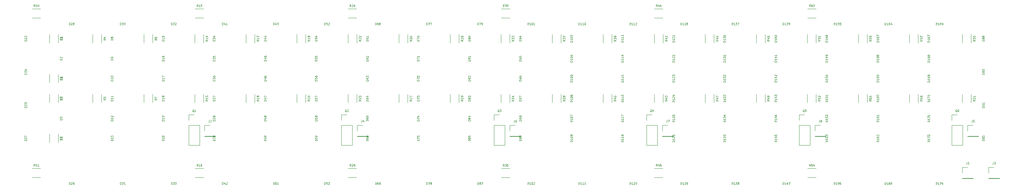
<source format=gbr>
G04 #@! TF.FileFunction,Legend,Top*
%FSLAX46Y46*%
G04 Gerber Fmt 4.6, Leading zero omitted, Abs format (unit mm)*
G04 Created by KiCad (PCBNEW 4.0.7-e2-6376~58~ubuntu16.04.1) date Thu May 17 13:03:46 2018*
%MOMM*%
%LPD*%
G01*
G04 APERTURE LIST*
%ADD10C,0.100000*%
%ADD11C,0.120000*%
%ADD12C,0.062500*%
G04 APERTURE END LIST*
D10*
D11*
X262830000Y-130810000D02*
X262830000Y-130870000D01*
X262830000Y-130870000D02*
X265490000Y-130870000D01*
X265490000Y-130870000D02*
X265490000Y-130810000D01*
X265490000Y-130810000D02*
X262830000Y-130810000D01*
X262830000Y-129540000D02*
X262830000Y-128210000D01*
X262830000Y-128210000D02*
X264160000Y-128210000D01*
X76140000Y-118110000D02*
X76140000Y-122834400D01*
X76140000Y-122834400D02*
X78800000Y-122834400D01*
X78800000Y-122834400D02*
X78800000Y-118110000D01*
X78800000Y-117983000D02*
X76140000Y-117983000D01*
X76140000Y-116840000D02*
X76140000Y-115510000D01*
X76140000Y-115510000D02*
X77470000Y-115510000D01*
X79950000Y-120650000D02*
X79950000Y-120710000D01*
X79950000Y-120710000D02*
X82610000Y-120710000D01*
X82610000Y-120710000D02*
X82610000Y-120650000D01*
X82610000Y-120650000D02*
X79950000Y-120650000D01*
X79950000Y-119380000D02*
X79950000Y-118050000D01*
X79950000Y-118050000D02*
X81280000Y-118050000D01*
X269180000Y-130810000D02*
X269180000Y-130870000D01*
X269180000Y-130870000D02*
X271840000Y-130870000D01*
X271840000Y-130870000D02*
X271840000Y-130810000D01*
X271840000Y-130810000D02*
X269180000Y-130810000D01*
X269180000Y-129540000D02*
X269180000Y-128210000D01*
X269180000Y-128210000D02*
X270510000Y-128210000D01*
X116780000Y-120650000D02*
X116780000Y-120710000D01*
X116780000Y-120710000D02*
X119440000Y-120710000D01*
X119440000Y-120710000D02*
X119440000Y-120650000D01*
X119440000Y-120650000D02*
X116780000Y-120650000D01*
X116780000Y-119380000D02*
X116780000Y-118050000D01*
X116780000Y-118050000D02*
X118110000Y-118050000D01*
X264100000Y-120650000D02*
X264100000Y-120710000D01*
X264100000Y-120710000D02*
X266760000Y-120710000D01*
X266760000Y-120710000D02*
X266760000Y-120650000D01*
X266760000Y-120650000D02*
X264100000Y-120650000D01*
X264100000Y-119380000D02*
X264100000Y-118050000D01*
X264100000Y-118050000D02*
X265430000Y-118050000D01*
X112970000Y-118110000D02*
X112970000Y-122834400D01*
X112970000Y-122834400D02*
X115630000Y-122834400D01*
X115630000Y-122834400D02*
X115630000Y-118110000D01*
X115630000Y-117983000D02*
X112970000Y-117983000D01*
X112970000Y-116840000D02*
X112970000Y-115510000D01*
X112970000Y-115510000D02*
X114300000Y-115510000D01*
X149800000Y-118110000D02*
X149800000Y-122834400D01*
X149800000Y-122834400D02*
X152460000Y-122834400D01*
X152460000Y-122834400D02*
X152460000Y-118110000D01*
X152460000Y-117983000D02*
X149800000Y-117983000D01*
X149800000Y-116840000D02*
X149800000Y-115510000D01*
X149800000Y-115510000D02*
X151130000Y-115510000D01*
X42555000Y-107722000D02*
X42555000Y-105722000D01*
X44695000Y-105722000D02*
X44695000Y-107722000D01*
X42555000Y-122175000D02*
X42555000Y-120175000D01*
X44695000Y-120175000D02*
X44695000Y-122175000D01*
X40370000Y-92070000D02*
X38370000Y-92070000D01*
X38370000Y-89930000D02*
X40370000Y-89930000D01*
X40370000Y-130610000D02*
X38370000Y-130610000D01*
X38370000Y-128470000D02*
X40370000Y-128470000D01*
X79680000Y-92070000D02*
X77680000Y-92070000D01*
X77680000Y-89930000D02*
X79680000Y-89930000D01*
X77610000Y-98087500D02*
X77610000Y-96087500D01*
X79750000Y-96087500D02*
X79750000Y-98087500D01*
X77610000Y-112540000D02*
X77610000Y-110540000D01*
X79750000Y-110540000D02*
X79750000Y-112540000D01*
X79680000Y-130610000D02*
X77680000Y-130610000D01*
X77680000Y-128470000D02*
X79680000Y-128470000D01*
X89930000Y-98087500D02*
X89930000Y-96087500D01*
X92070000Y-96087500D02*
X92070000Y-98087500D01*
X89930000Y-112540000D02*
X89930000Y-110540000D01*
X92070000Y-110540000D02*
X92070000Y-112540000D01*
X102250000Y-98087500D02*
X102250000Y-96087500D01*
X104390000Y-96087500D02*
X104390000Y-98087500D01*
X102250000Y-112540000D02*
X102250000Y-110540000D01*
X104390000Y-110540000D02*
X104390000Y-112540000D01*
X114570000Y-98087500D02*
X114570000Y-96087500D01*
X116710000Y-96087500D02*
X116710000Y-98087500D01*
X114570000Y-112540000D02*
X114570000Y-110540000D01*
X116710000Y-110540000D02*
X116710000Y-112540000D01*
X116640000Y-92070000D02*
X114640000Y-92070000D01*
X114640000Y-89930000D02*
X116640000Y-89930000D01*
X116640000Y-130610000D02*
X114640000Y-130610000D01*
X114640000Y-128470000D02*
X116640000Y-128470000D01*
X126890000Y-98087500D02*
X126890000Y-96087500D01*
X129030000Y-96087500D02*
X129030000Y-98087500D01*
X126890000Y-112540000D02*
X126890000Y-110540000D01*
X129030000Y-110540000D02*
X129030000Y-112540000D01*
X139210000Y-98087500D02*
X139210000Y-96087500D01*
X141350000Y-96087500D02*
X141350000Y-98087500D01*
X139210000Y-112540000D02*
X139210000Y-110540000D01*
X141350000Y-110540000D02*
X141350000Y-112540000D01*
X262845000Y-98087500D02*
X262845000Y-96087500D01*
X264985000Y-96087500D02*
X264985000Y-98087500D01*
X262845000Y-112540000D02*
X262845000Y-110540000D01*
X264985000Y-110540000D02*
X264985000Y-112540000D01*
X42555000Y-98087500D02*
X42555000Y-96087500D01*
X44695000Y-96087500D02*
X44695000Y-98087500D01*
X42555000Y-112540000D02*
X42555000Y-110540000D01*
X44695000Y-110540000D02*
X44695000Y-112540000D01*
X52970000Y-98087500D02*
X52970000Y-96087500D01*
X55110000Y-96087500D02*
X55110000Y-98087500D01*
X52970000Y-112540000D02*
X52970000Y-110540000D01*
X55110000Y-110540000D02*
X55110000Y-112540000D01*
X65290000Y-98087500D02*
X65290000Y-96087500D01*
X67430000Y-96087500D02*
X67430000Y-98087500D01*
X65290000Y-112540000D02*
X65290000Y-110540000D01*
X67430000Y-110540000D02*
X67430000Y-112540000D01*
X153610000Y-120650000D02*
X153610000Y-120710000D01*
X153610000Y-120710000D02*
X156270000Y-120710000D01*
X156270000Y-120710000D02*
X156270000Y-120650000D01*
X156270000Y-120650000D02*
X153610000Y-120650000D01*
X153610000Y-119380000D02*
X153610000Y-118050000D01*
X153610000Y-118050000D02*
X154940000Y-118050000D01*
X190440000Y-120650000D02*
X190440000Y-120710000D01*
X190440000Y-120710000D02*
X193100000Y-120710000D01*
X193100000Y-120710000D02*
X193100000Y-120650000D01*
X193100000Y-120650000D02*
X190440000Y-120650000D01*
X190440000Y-119380000D02*
X190440000Y-118050000D01*
X190440000Y-118050000D02*
X191770000Y-118050000D01*
X227270000Y-120650000D02*
X227270000Y-120710000D01*
X227270000Y-120710000D02*
X229930000Y-120710000D01*
X229930000Y-120710000D02*
X229930000Y-120650000D01*
X229930000Y-120650000D02*
X227270000Y-120650000D01*
X227270000Y-119380000D02*
X227270000Y-118050000D01*
X227270000Y-118050000D02*
X228600000Y-118050000D01*
X186630000Y-118110000D02*
X186630000Y-122834400D01*
X186630000Y-122834400D02*
X189290000Y-122834400D01*
X189290000Y-122834400D02*
X189290000Y-118110000D01*
X189290000Y-117983000D02*
X186630000Y-117983000D01*
X186630000Y-116840000D02*
X186630000Y-115510000D01*
X186630000Y-115510000D02*
X187960000Y-115510000D01*
X223460000Y-118110000D02*
X223460000Y-122834400D01*
X223460000Y-122834400D02*
X226120000Y-122834400D01*
X226120000Y-122834400D02*
X226120000Y-118110000D01*
X226120000Y-117983000D02*
X223460000Y-117983000D01*
X223460000Y-116840000D02*
X223460000Y-115510000D01*
X223460000Y-115510000D02*
X224790000Y-115510000D01*
X260290000Y-118110000D02*
X260290000Y-122834400D01*
X260290000Y-122834400D02*
X262950000Y-122834400D01*
X262950000Y-122834400D02*
X262950000Y-118110000D01*
X262950000Y-117983000D02*
X260290000Y-117983000D01*
X260290000Y-116840000D02*
X260290000Y-115510000D01*
X260290000Y-115510000D02*
X261620000Y-115510000D01*
X151530000Y-98087500D02*
X151530000Y-96087500D01*
X153670000Y-96087500D02*
X153670000Y-98087500D01*
X151530000Y-112540000D02*
X151530000Y-110540000D01*
X153670000Y-110540000D02*
X153670000Y-112540000D01*
X153600000Y-92070000D02*
X151600000Y-92070000D01*
X151600000Y-89930000D02*
X153600000Y-89930000D01*
X153600000Y-130610000D02*
X151600000Y-130610000D01*
X151600000Y-128470000D02*
X153600000Y-128470000D01*
X163850000Y-98087500D02*
X163850000Y-96087500D01*
X165990000Y-96087500D02*
X165990000Y-98087500D01*
X163850000Y-112540000D02*
X163850000Y-110540000D01*
X165990000Y-110540000D02*
X165990000Y-112540000D01*
X176170000Y-98087500D02*
X176170000Y-96087500D01*
X178310000Y-96087500D02*
X178310000Y-98087500D01*
X176170000Y-112540000D02*
X176170000Y-110540000D01*
X178310000Y-110540000D02*
X178310000Y-112540000D01*
X188490000Y-98087500D02*
X188490000Y-96087500D01*
X190630000Y-96087500D02*
X190630000Y-98087500D01*
X188490000Y-112540000D02*
X188490000Y-110540000D01*
X190630000Y-110540000D02*
X190630000Y-112540000D01*
X190560000Y-92070000D02*
X188560000Y-92070000D01*
X188560000Y-89930000D02*
X190560000Y-89930000D01*
X190560000Y-130610000D02*
X188560000Y-130610000D01*
X188560000Y-128470000D02*
X190560000Y-128470000D01*
X200810000Y-98087500D02*
X200810000Y-96087500D01*
X202950000Y-96087500D02*
X202950000Y-98087500D01*
X200810000Y-112540000D02*
X200810000Y-110540000D01*
X202950000Y-110540000D02*
X202950000Y-112540000D01*
X213130000Y-98087500D02*
X213130000Y-96087500D01*
X215270000Y-96087500D02*
X215270000Y-98087500D01*
X213130000Y-112540000D02*
X213130000Y-110540000D01*
X215270000Y-110540000D02*
X215270000Y-112540000D01*
X225450000Y-98087500D02*
X225450000Y-96087500D01*
X227590000Y-96087500D02*
X227590000Y-98087500D01*
X225450000Y-112540000D02*
X225450000Y-110540000D01*
X227590000Y-110540000D02*
X227590000Y-112540000D01*
X227520000Y-92070000D02*
X225520000Y-92070000D01*
X225520000Y-89930000D02*
X227520000Y-89930000D01*
X227520000Y-130610000D02*
X225520000Y-130610000D01*
X225520000Y-128470000D02*
X227520000Y-128470000D01*
X237770000Y-98087500D02*
X237770000Y-96087500D01*
X239910000Y-96087500D02*
X239910000Y-98087500D01*
X237770000Y-112540000D02*
X237770000Y-110540000D01*
X239910000Y-110540000D02*
X239910000Y-112540000D01*
X250090000Y-98087500D02*
X250090000Y-96087500D01*
X252230000Y-96087500D02*
X252230000Y-98087500D01*
X250090000Y-112540000D02*
X250090000Y-110540000D01*
X252230000Y-110540000D02*
X252230000Y-112540000D01*
D12*
X263993334Y-126936190D02*
X263993334Y-127293333D01*
X263969524Y-127364762D01*
X263921905Y-127412381D01*
X263850477Y-127436190D01*
X263802858Y-127436190D01*
X264493333Y-127436190D02*
X264207619Y-127436190D01*
X264350476Y-127436190D02*
X264350476Y-126936190D01*
X264302857Y-127007619D01*
X264255238Y-127055238D01*
X264207619Y-127079048D01*
X77422381Y-114783810D02*
X77374762Y-114760000D01*
X77327143Y-114712381D01*
X77255714Y-114640952D01*
X77208095Y-114617143D01*
X77160476Y-114617143D01*
X77184286Y-114736190D02*
X77136667Y-114712381D01*
X77089048Y-114664762D01*
X77065238Y-114569524D01*
X77065238Y-114402857D01*
X77089048Y-114307619D01*
X77136667Y-114260000D01*
X77184286Y-114236190D01*
X77279524Y-114236190D01*
X77327143Y-114260000D01*
X77374762Y-114307619D01*
X77398571Y-114402857D01*
X77398571Y-114569524D01*
X77374762Y-114664762D01*
X77327143Y-114712381D01*
X77279524Y-114736190D01*
X77184286Y-114736190D01*
X77874762Y-114736190D02*
X77589048Y-114736190D01*
X77731905Y-114736190D02*
X77731905Y-114236190D01*
X77684286Y-114307619D01*
X77636667Y-114355238D01*
X77589048Y-114379048D01*
X70206190Y-121782142D02*
X69706190Y-121782142D01*
X69706190Y-121663095D01*
X69730000Y-121591666D01*
X69777619Y-121544047D01*
X69825238Y-121520238D01*
X69920476Y-121496428D01*
X69991905Y-121496428D01*
X70087143Y-121520238D01*
X70134762Y-121544047D01*
X70182381Y-121591666D01*
X70206190Y-121663095D01*
X70206190Y-121782142D01*
X69753810Y-121305952D02*
X69730000Y-121282142D01*
X69706190Y-121234523D01*
X69706190Y-121115476D01*
X69730000Y-121067857D01*
X69753810Y-121044047D01*
X69801429Y-121020238D01*
X69849048Y-121020238D01*
X69920476Y-121044047D01*
X70206190Y-121329761D01*
X70206190Y-121020238D01*
X69706190Y-120710714D02*
X69706190Y-120663095D01*
X69730000Y-120615476D01*
X69753810Y-120591667D01*
X69801429Y-120567857D01*
X69896667Y-120544048D01*
X70015714Y-120544048D01*
X70110952Y-120567857D01*
X70158571Y-120591667D01*
X70182381Y-120615476D01*
X70206190Y-120663095D01*
X70206190Y-120710714D01*
X70182381Y-120758333D01*
X70158571Y-120782143D01*
X70110952Y-120805952D01*
X70015714Y-120829762D01*
X69896667Y-120829762D01*
X69801429Y-120805952D01*
X69753810Y-120782143D01*
X69730000Y-120758333D01*
X69706190Y-120710714D01*
X70206190Y-116965142D02*
X69706190Y-116965142D01*
X69706190Y-116846095D01*
X69730000Y-116774666D01*
X69777619Y-116727047D01*
X69825238Y-116703238D01*
X69920476Y-116679428D01*
X69991905Y-116679428D01*
X70087143Y-116703238D01*
X70134762Y-116727047D01*
X70182381Y-116774666D01*
X70206190Y-116846095D01*
X70206190Y-116965142D01*
X70206190Y-116203238D02*
X70206190Y-116488952D01*
X70206190Y-116346095D02*
X69706190Y-116346095D01*
X69777619Y-116393714D01*
X69825238Y-116441333D01*
X69849048Y-116488952D01*
X70206190Y-115965143D02*
X70206190Y-115869905D01*
X70182381Y-115822286D01*
X70158571Y-115798476D01*
X70087143Y-115750857D01*
X69991905Y-115727048D01*
X69801429Y-115727048D01*
X69753810Y-115750857D01*
X69730000Y-115774667D01*
X69706190Y-115822286D01*
X69706190Y-115917524D01*
X69730000Y-115965143D01*
X69753810Y-115988952D01*
X69801429Y-116012762D01*
X69920476Y-116012762D01*
X69968095Y-115988952D01*
X69991905Y-115965143D01*
X70015714Y-115917524D01*
X70015714Y-115822286D01*
X69991905Y-115774667D01*
X69968095Y-115750857D01*
X69920476Y-115727048D01*
X70206190Y-112147142D02*
X69706190Y-112147142D01*
X69706190Y-112028095D01*
X69730000Y-111956666D01*
X69777619Y-111909047D01*
X69825238Y-111885238D01*
X69920476Y-111861428D01*
X69991905Y-111861428D01*
X70087143Y-111885238D01*
X70134762Y-111909047D01*
X70182381Y-111956666D01*
X70206190Y-112028095D01*
X70206190Y-112147142D01*
X70206190Y-111385238D02*
X70206190Y-111670952D01*
X70206190Y-111528095D02*
X69706190Y-111528095D01*
X69777619Y-111575714D01*
X69825238Y-111623333D01*
X69849048Y-111670952D01*
X69920476Y-111099524D02*
X69896667Y-111147143D01*
X69872857Y-111170952D01*
X69825238Y-111194762D01*
X69801429Y-111194762D01*
X69753810Y-111170952D01*
X69730000Y-111147143D01*
X69706190Y-111099524D01*
X69706190Y-111004286D01*
X69730000Y-110956667D01*
X69753810Y-110932857D01*
X69801429Y-110909048D01*
X69825238Y-110909048D01*
X69872857Y-110932857D01*
X69896667Y-110956667D01*
X69920476Y-111004286D01*
X69920476Y-111099524D01*
X69944286Y-111147143D01*
X69968095Y-111170952D01*
X70015714Y-111194762D01*
X70110952Y-111194762D01*
X70158571Y-111170952D01*
X70182381Y-111147143D01*
X70206190Y-111099524D01*
X70206190Y-111004286D01*
X70182381Y-110956667D01*
X70158571Y-110932857D01*
X70110952Y-110909048D01*
X70015714Y-110909048D01*
X69968095Y-110932857D01*
X69944286Y-110956667D01*
X69920476Y-111004286D01*
X70206190Y-107329142D02*
X69706190Y-107329142D01*
X69706190Y-107210095D01*
X69730000Y-107138666D01*
X69777619Y-107091047D01*
X69825238Y-107067238D01*
X69920476Y-107043428D01*
X69991905Y-107043428D01*
X70087143Y-107067238D01*
X70134762Y-107091047D01*
X70182381Y-107138666D01*
X70206190Y-107210095D01*
X70206190Y-107329142D01*
X70206190Y-106567238D02*
X70206190Y-106852952D01*
X70206190Y-106710095D02*
X69706190Y-106710095D01*
X69777619Y-106757714D01*
X69825238Y-106805333D01*
X69849048Y-106852952D01*
X69706190Y-106400571D02*
X69706190Y-106067238D01*
X70206190Y-106281524D01*
X70206190Y-102512142D02*
X69706190Y-102512142D01*
X69706190Y-102393095D01*
X69730000Y-102321666D01*
X69777619Y-102274047D01*
X69825238Y-102250238D01*
X69920476Y-102226428D01*
X69991905Y-102226428D01*
X70087143Y-102250238D01*
X70134762Y-102274047D01*
X70182381Y-102321666D01*
X70206190Y-102393095D01*
X70206190Y-102512142D01*
X70206190Y-101750238D02*
X70206190Y-102035952D01*
X70206190Y-101893095D02*
X69706190Y-101893095D01*
X69777619Y-101940714D01*
X69825238Y-101988333D01*
X69849048Y-102035952D01*
X69706190Y-101321667D02*
X69706190Y-101416905D01*
X69730000Y-101464524D01*
X69753810Y-101488333D01*
X69825238Y-101535952D01*
X69920476Y-101559762D01*
X70110952Y-101559762D01*
X70158571Y-101535952D01*
X70182381Y-101512143D01*
X70206190Y-101464524D01*
X70206190Y-101369286D01*
X70182381Y-101321667D01*
X70158571Y-101297857D01*
X70110952Y-101274048D01*
X69991905Y-101274048D01*
X69944286Y-101297857D01*
X69920476Y-101321667D01*
X69896667Y-101369286D01*
X69896667Y-101464524D01*
X69920476Y-101512143D01*
X69944286Y-101535952D01*
X69991905Y-101559762D01*
X70206190Y-97694642D02*
X69706190Y-97694642D01*
X69706190Y-97575595D01*
X69730000Y-97504166D01*
X69777619Y-97456547D01*
X69825238Y-97432738D01*
X69920476Y-97408928D01*
X69991905Y-97408928D01*
X70087143Y-97432738D01*
X70134762Y-97456547D01*
X70182381Y-97504166D01*
X70206190Y-97575595D01*
X70206190Y-97694642D01*
X70206190Y-96932738D02*
X70206190Y-97218452D01*
X70206190Y-97075595D02*
X69706190Y-97075595D01*
X69777619Y-97123214D01*
X69825238Y-97170833D01*
X69849048Y-97218452D01*
X69706190Y-96480357D02*
X69706190Y-96718452D01*
X69944286Y-96742262D01*
X69920476Y-96718452D01*
X69896667Y-96670833D01*
X69896667Y-96551786D01*
X69920476Y-96504167D01*
X69944286Y-96480357D01*
X69991905Y-96456548D01*
X70110952Y-96456548D01*
X70158571Y-96480357D01*
X70182381Y-96504167D01*
X70206190Y-96551786D01*
X70206190Y-96670833D01*
X70182381Y-96718452D01*
X70158571Y-96742262D01*
X57886190Y-121782142D02*
X57386190Y-121782142D01*
X57386190Y-121663095D01*
X57410000Y-121591666D01*
X57457619Y-121544047D01*
X57505238Y-121520238D01*
X57600476Y-121496428D01*
X57671905Y-121496428D01*
X57767143Y-121520238D01*
X57814762Y-121544047D01*
X57862381Y-121591666D01*
X57886190Y-121663095D01*
X57886190Y-121782142D01*
X57886190Y-121020238D02*
X57886190Y-121305952D01*
X57886190Y-121163095D02*
X57386190Y-121163095D01*
X57457619Y-121210714D01*
X57505238Y-121258333D01*
X57529048Y-121305952D01*
X57386190Y-120853571D02*
X57386190Y-120544048D01*
X57576667Y-120710714D01*
X57576667Y-120639286D01*
X57600476Y-120591667D01*
X57624286Y-120567857D01*
X57671905Y-120544048D01*
X57790952Y-120544048D01*
X57838571Y-120567857D01*
X57862381Y-120591667D01*
X57886190Y-120639286D01*
X57886190Y-120782143D01*
X57862381Y-120829762D01*
X57838571Y-120853571D01*
X57886190Y-116965142D02*
X57386190Y-116965142D01*
X57386190Y-116846095D01*
X57410000Y-116774666D01*
X57457619Y-116727047D01*
X57505238Y-116703238D01*
X57600476Y-116679428D01*
X57671905Y-116679428D01*
X57767143Y-116703238D01*
X57814762Y-116727047D01*
X57862381Y-116774666D01*
X57886190Y-116846095D01*
X57886190Y-116965142D01*
X57886190Y-116203238D02*
X57886190Y-116488952D01*
X57886190Y-116346095D02*
X57386190Y-116346095D01*
X57457619Y-116393714D01*
X57505238Y-116441333D01*
X57529048Y-116488952D01*
X57433810Y-116012762D02*
X57410000Y-115988952D01*
X57386190Y-115941333D01*
X57386190Y-115822286D01*
X57410000Y-115774667D01*
X57433810Y-115750857D01*
X57481429Y-115727048D01*
X57529048Y-115727048D01*
X57600476Y-115750857D01*
X57886190Y-116036571D01*
X57886190Y-115727048D01*
X57886190Y-112147142D02*
X57386190Y-112147142D01*
X57386190Y-112028095D01*
X57410000Y-111956666D01*
X57457619Y-111909047D01*
X57505238Y-111885238D01*
X57600476Y-111861428D01*
X57671905Y-111861428D01*
X57767143Y-111885238D01*
X57814762Y-111909047D01*
X57862381Y-111956666D01*
X57886190Y-112028095D01*
X57886190Y-112147142D01*
X57886190Y-111385238D02*
X57886190Y-111670952D01*
X57886190Y-111528095D02*
X57386190Y-111528095D01*
X57457619Y-111575714D01*
X57505238Y-111623333D01*
X57529048Y-111670952D01*
X57886190Y-110909048D02*
X57886190Y-111194762D01*
X57886190Y-111051905D02*
X57386190Y-111051905D01*
X57457619Y-111099524D01*
X57505238Y-111147143D01*
X57529048Y-111194762D01*
X57886190Y-107329142D02*
X57386190Y-107329142D01*
X57386190Y-107210095D01*
X57410000Y-107138666D01*
X57457619Y-107091047D01*
X57505238Y-107067238D01*
X57600476Y-107043428D01*
X57671905Y-107043428D01*
X57767143Y-107067238D01*
X57814762Y-107091047D01*
X57862381Y-107138666D01*
X57886190Y-107210095D01*
X57886190Y-107329142D01*
X57886190Y-106567238D02*
X57886190Y-106852952D01*
X57886190Y-106710095D02*
X57386190Y-106710095D01*
X57457619Y-106757714D01*
X57505238Y-106805333D01*
X57529048Y-106852952D01*
X57386190Y-106257714D02*
X57386190Y-106210095D01*
X57410000Y-106162476D01*
X57433810Y-106138667D01*
X57481429Y-106114857D01*
X57576667Y-106091048D01*
X57695714Y-106091048D01*
X57790952Y-106114857D01*
X57838571Y-106138667D01*
X57862381Y-106162476D01*
X57886190Y-106210095D01*
X57886190Y-106257714D01*
X57862381Y-106305333D01*
X57838571Y-106329143D01*
X57790952Y-106352952D01*
X57695714Y-106376762D01*
X57576667Y-106376762D01*
X57481429Y-106352952D01*
X57433810Y-106329143D01*
X57410000Y-106305333D01*
X57386190Y-106257714D01*
X57886190Y-102274047D02*
X57386190Y-102274047D01*
X57386190Y-102155000D01*
X57410000Y-102083571D01*
X57457619Y-102035952D01*
X57505238Y-102012143D01*
X57600476Y-101988333D01*
X57671905Y-101988333D01*
X57767143Y-102012143D01*
X57814762Y-102035952D01*
X57862381Y-102083571D01*
X57886190Y-102155000D01*
X57886190Y-102274047D01*
X57886190Y-101750238D02*
X57886190Y-101655000D01*
X57862381Y-101607381D01*
X57838571Y-101583571D01*
X57767143Y-101535952D01*
X57671905Y-101512143D01*
X57481429Y-101512143D01*
X57433810Y-101535952D01*
X57410000Y-101559762D01*
X57386190Y-101607381D01*
X57386190Y-101702619D01*
X57410000Y-101750238D01*
X57433810Y-101774047D01*
X57481429Y-101797857D01*
X57600476Y-101797857D01*
X57648095Y-101774047D01*
X57671905Y-101750238D01*
X57695714Y-101702619D01*
X57695714Y-101607381D01*
X57671905Y-101559762D01*
X57648095Y-101535952D01*
X57600476Y-101512143D01*
X57886190Y-97456547D02*
X57386190Y-97456547D01*
X57386190Y-97337500D01*
X57410000Y-97266071D01*
X57457619Y-97218452D01*
X57505238Y-97194643D01*
X57600476Y-97170833D01*
X57671905Y-97170833D01*
X57767143Y-97194643D01*
X57814762Y-97218452D01*
X57862381Y-97266071D01*
X57886190Y-97337500D01*
X57886190Y-97456547D01*
X57600476Y-96885119D02*
X57576667Y-96932738D01*
X57552857Y-96956547D01*
X57505238Y-96980357D01*
X57481429Y-96980357D01*
X57433810Y-96956547D01*
X57410000Y-96932738D01*
X57386190Y-96885119D01*
X57386190Y-96789881D01*
X57410000Y-96742262D01*
X57433810Y-96718452D01*
X57481429Y-96694643D01*
X57505238Y-96694643D01*
X57552857Y-96718452D01*
X57576667Y-96742262D01*
X57600476Y-96789881D01*
X57600476Y-96885119D01*
X57624286Y-96932738D01*
X57648095Y-96956547D01*
X57695714Y-96980357D01*
X57790952Y-96980357D01*
X57838571Y-96956547D01*
X57862381Y-96932738D01*
X57886190Y-96885119D01*
X57886190Y-96789881D01*
X57862381Y-96742262D01*
X57838571Y-96718452D01*
X57790952Y-96694643D01*
X57695714Y-96694643D01*
X57648095Y-96718452D01*
X57624286Y-96742262D01*
X57600476Y-96789881D01*
X45566190Y-121544047D02*
X45066190Y-121544047D01*
X45066190Y-121425000D01*
X45090000Y-121353571D01*
X45137619Y-121305952D01*
X45185238Y-121282143D01*
X45280476Y-121258333D01*
X45351905Y-121258333D01*
X45447143Y-121282143D01*
X45494762Y-121305952D01*
X45542381Y-121353571D01*
X45566190Y-121425000D01*
X45566190Y-121544047D01*
X45066190Y-120829762D02*
X45066190Y-120925000D01*
X45090000Y-120972619D01*
X45113810Y-120996428D01*
X45185238Y-121044047D01*
X45280476Y-121067857D01*
X45470952Y-121067857D01*
X45518571Y-121044047D01*
X45542381Y-121020238D01*
X45566190Y-120972619D01*
X45566190Y-120877381D01*
X45542381Y-120829762D01*
X45518571Y-120805952D01*
X45470952Y-120782143D01*
X45351905Y-120782143D01*
X45304286Y-120805952D01*
X45280476Y-120829762D01*
X45256667Y-120877381D01*
X45256667Y-120972619D01*
X45280476Y-121020238D01*
X45304286Y-121044047D01*
X45351905Y-121067857D01*
X45566190Y-116727047D02*
X45066190Y-116727047D01*
X45066190Y-116608000D01*
X45090000Y-116536571D01*
X45137619Y-116488952D01*
X45185238Y-116465143D01*
X45280476Y-116441333D01*
X45351905Y-116441333D01*
X45447143Y-116465143D01*
X45494762Y-116488952D01*
X45542381Y-116536571D01*
X45566190Y-116608000D01*
X45566190Y-116727047D01*
X45066190Y-115988952D02*
X45066190Y-116227047D01*
X45304286Y-116250857D01*
X45280476Y-116227047D01*
X45256667Y-116179428D01*
X45256667Y-116060381D01*
X45280476Y-116012762D01*
X45304286Y-115988952D01*
X45351905Y-115965143D01*
X45470952Y-115965143D01*
X45518571Y-115988952D01*
X45542381Y-116012762D01*
X45566190Y-116060381D01*
X45566190Y-116179428D01*
X45542381Y-116227047D01*
X45518571Y-116250857D01*
X45566190Y-111909047D02*
X45066190Y-111909047D01*
X45066190Y-111790000D01*
X45090000Y-111718571D01*
X45137619Y-111670952D01*
X45185238Y-111647143D01*
X45280476Y-111623333D01*
X45351905Y-111623333D01*
X45447143Y-111647143D01*
X45494762Y-111670952D01*
X45542381Y-111718571D01*
X45566190Y-111790000D01*
X45566190Y-111909047D01*
X45232857Y-111194762D02*
X45566190Y-111194762D01*
X45042381Y-111313809D02*
X45399524Y-111432857D01*
X45399524Y-111123333D01*
X45566190Y-107091047D02*
X45066190Y-107091047D01*
X45066190Y-106972000D01*
X45090000Y-106900571D01*
X45137619Y-106852952D01*
X45185238Y-106829143D01*
X45280476Y-106805333D01*
X45351905Y-106805333D01*
X45447143Y-106829143D01*
X45494762Y-106852952D01*
X45542381Y-106900571D01*
X45566190Y-106972000D01*
X45566190Y-107091047D01*
X45066190Y-106638666D02*
X45066190Y-106329143D01*
X45256667Y-106495809D01*
X45256667Y-106424381D01*
X45280476Y-106376762D01*
X45304286Y-106352952D01*
X45351905Y-106329143D01*
X45470952Y-106329143D01*
X45518571Y-106352952D01*
X45542381Y-106376762D01*
X45566190Y-106424381D01*
X45566190Y-106567238D01*
X45542381Y-106614857D01*
X45518571Y-106638666D01*
X45566190Y-102274047D02*
X45066190Y-102274047D01*
X45066190Y-102155000D01*
X45090000Y-102083571D01*
X45137619Y-102035952D01*
X45185238Y-102012143D01*
X45280476Y-101988333D01*
X45351905Y-101988333D01*
X45447143Y-102012143D01*
X45494762Y-102035952D01*
X45542381Y-102083571D01*
X45566190Y-102155000D01*
X45566190Y-102274047D01*
X45113810Y-101797857D02*
X45090000Y-101774047D01*
X45066190Y-101726428D01*
X45066190Y-101607381D01*
X45090000Y-101559762D01*
X45113810Y-101535952D01*
X45161429Y-101512143D01*
X45209048Y-101512143D01*
X45280476Y-101535952D01*
X45566190Y-101821666D01*
X45566190Y-101512143D01*
X45566190Y-97456547D02*
X45066190Y-97456547D01*
X45066190Y-97337500D01*
X45090000Y-97266071D01*
X45137619Y-97218452D01*
X45185238Y-97194643D01*
X45280476Y-97170833D01*
X45351905Y-97170833D01*
X45447143Y-97194643D01*
X45494762Y-97218452D01*
X45542381Y-97266071D01*
X45566190Y-97337500D01*
X45566190Y-97456547D01*
X45566190Y-96694643D02*
X45566190Y-96980357D01*
X45566190Y-96837500D02*
X45066190Y-96837500D01*
X45137619Y-96885119D01*
X45185238Y-96932738D01*
X45209048Y-96980357D01*
X81113334Y-116776190D02*
X81113334Y-117133333D01*
X81089524Y-117204762D01*
X81041905Y-117252381D01*
X80970477Y-117276190D01*
X80922858Y-117276190D01*
X81327619Y-116823810D02*
X81351429Y-116800000D01*
X81399048Y-116776190D01*
X81518095Y-116776190D01*
X81565714Y-116800000D01*
X81589524Y-116823810D01*
X81613333Y-116871429D01*
X81613333Y-116919048D01*
X81589524Y-116990476D01*
X81303810Y-117276190D01*
X81613333Y-117276190D01*
X270343334Y-126936190D02*
X270343334Y-127293333D01*
X270319524Y-127364762D01*
X270271905Y-127412381D01*
X270200477Y-127436190D01*
X270152858Y-127436190D01*
X270533810Y-126936190D02*
X270843333Y-126936190D01*
X270676667Y-127126667D01*
X270748095Y-127126667D01*
X270795714Y-127150476D01*
X270819524Y-127174286D01*
X270843333Y-127221905D01*
X270843333Y-127340952D01*
X270819524Y-127388571D01*
X270795714Y-127412381D01*
X270748095Y-127436190D01*
X270605238Y-127436190D01*
X270557619Y-127412381D01*
X270533810Y-127388571D01*
X37056190Y-97694642D02*
X36556190Y-97694642D01*
X36556190Y-97575595D01*
X36580000Y-97504166D01*
X36627619Y-97456547D01*
X36675238Y-97432738D01*
X36770476Y-97408928D01*
X36841905Y-97408928D01*
X36937143Y-97432738D01*
X36984762Y-97456547D01*
X37032381Y-97504166D01*
X37056190Y-97575595D01*
X37056190Y-97694642D01*
X36603810Y-97218452D02*
X36580000Y-97194642D01*
X36556190Y-97147023D01*
X36556190Y-97027976D01*
X36580000Y-96980357D01*
X36603810Y-96956547D01*
X36651429Y-96932738D01*
X36699048Y-96932738D01*
X36770476Y-96956547D01*
X37056190Y-97242261D01*
X37056190Y-96932738D01*
X36603810Y-96742262D02*
X36580000Y-96718452D01*
X36556190Y-96670833D01*
X36556190Y-96551786D01*
X36580000Y-96504167D01*
X36603810Y-96480357D01*
X36651429Y-96456548D01*
X36699048Y-96456548D01*
X36770476Y-96480357D01*
X37056190Y-96766071D01*
X37056190Y-96456548D01*
X37056190Y-105724142D02*
X36556190Y-105724142D01*
X36556190Y-105605095D01*
X36580000Y-105533666D01*
X36627619Y-105486047D01*
X36675238Y-105462238D01*
X36770476Y-105438428D01*
X36841905Y-105438428D01*
X36937143Y-105462238D01*
X36984762Y-105486047D01*
X37032381Y-105533666D01*
X37056190Y-105605095D01*
X37056190Y-105724142D01*
X36603810Y-105247952D02*
X36580000Y-105224142D01*
X36556190Y-105176523D01*
X36556190Y-105057476D01*
X36580000Y-105009857D01*
X36603810Y-104986047D01*
X36651429Y-104962238D01*
X36699048Y-104962238D01*
X36770476Y-104986047D01*
X37056190Y-105271761D01*
X37056190Y-104962238D01*
X36722857Y-104533667D02*
X37056190Y-104533667D01*
X36532381Y-104652714D02*
X36889524Y-104771762D01*
X36889524Y-104462238D01*
X37056190Y-113753142D02*
X36556190Y-113753142D01*
X36556190Y-113634095D01*
X36580000Y-113562666D01*
X36627619Y-113515047D01*
X36675238Y-113491238D01*
X36770476Y-113467428D01*
X36841905Y-113467428D01*
X36937143Y-113491238D01*
X36984762Y-113515047D01*
X37032381Y-113562666D01*
X37056190Y-113634095D01*
X37056190Y-113753142D01*
X36603810Y-113276952D02*
X36580000Y-113253142D01*
X36556190Y-113205523D01*
X36556190Y-113086476D01*
X36580000Y-113038857D01*
X36603810Y-113015047D01*
X36651429Y-112991238D01*
X36699048Y-112991238D01*
X36770476Y-113015047D01*
X37056190Y-113300761D01*
X37056190Y-112991238D01*
X36556190Y-112538857D02*
X36556190Y-112776952D01*
X36794286Y-112800762D01*
X36770476Y-112776952D01*
X36746667Y-112729333D01*
X36746667Y-112610286D01*
X36770476Y-112562667D01*
X36794286Y-112538857D01*
X36841905Y-112515048D01*
X36960952Y-112515048D01*
X37008571Y-112538857D01*
X37032381Y-112562667D01*
X37056190Y-112610286D01*
X37056190Y-112729333D01*
X37032381Y-112776952D01*
X37008571Y-112800762D01*
X37056190Y-121782142D02*
X36556190Y-121782142D01*
X36556190Y-121663095D01*
X36580000Y-121591666D01*
X36627619Y-121544047D01*
X36675238Y-121520238D01*
X36770476Y-121496428D01*
X36841905Y-121496428D01*
X36937143Y-121520238D01*
X36984762Y-121544047D01*
X37032381Y-121591666D01*
X37056190Y-121663095D01*
X37056190Y-121782142D01*
X36603810Y-121305952D02*
X36580000Y-121282142D01*
X36556190Y-121234523D01*
X36556190Y-121115476D01*
X36580000Y-121067857D01*
X36603810Y-121044047D01*
X36651429Y-121020238D01*
X36699048Y-121020238D01*
X36770476Y-121044047D01*
X37056190Y-121329761D01*
X37056190Y-121020238D01*
X36556190Y-120853571D02*
X36556190Y-120520238D01*
X37056190Y-120734524D01*
X47272858Y-93766190D02*
X47272858Y-93266190D01*
X47391905Y-93266190D01*
X47463334Y-93290000D01*
X47510953Y-93337619D01*
X47534762Y-93385238D01*
X47558572Y-93480476D01*
X47558572Y-93551905D01*
X47534762Y-93647143D01*
X47510953Y-93694762D01*
X47463334Y-93742381D01*
X47391905Y-93766190D01*
X47272858Y-93766190D01*
X47749048Y-93313810D02*
X47772858Y-93290000D01*
X47820477Y-93266190D01*
X47939524Y-93266190D01*
X47987143Y-93290000D01*
X48010953Y-93313810D01*
X48034762Y-93361429D01*
X48034762Y-93409048D01*
X48010953Y-93480476D01*
X47725239Y-93766190D01*
X48034762Y-93766190D01*
X48320476Y-93480476D02*
X48272857Y-93456667D01*
X48249048Y-93432857D01*
X48225238Y-93385238D01*
X48225238Y-93361429D01*
X48249048Y-93313810D01*
X48272857Y-93290000D01*
X48320476Y-93266190D01*
X48415714Y-93266190D01*
X48463333Y-93290000D01*
X48487143Y-93313810D01*
X48510952Y-93361429D01*
X48510952Y-93385238D01*
X48487143Y-93432857D01*
X48463333Y-93456667D01*
X48415714Y-93480476D01*
X48320476Y-93480476D01*
X48272857Y-93504286D01*
X48249048Y-93528095D01*
X48225238Y-93575714D01*
X48225238Y-93670952D01*
X48249048Y-93718571D01*
X48272857Y-93742381D01*
X48320476Y-93766190D01*
X48415714Y-93766190D01*
X48463333Y-93742381D01*
X48487143Y-93718571D01*
X48510952Y-93670952D01*
X48510952Y-93575714D01*
X48487143Y-93528095D01*
X48463333Y-93504286D01*
X48415714Y-93480476D01*
X47272858Y-132306190D02*
X47272858Y-131806190D01*
X47391905Y-131806190D01*
X47463334Y-131830000D01*
X47510953Y-131877619D01*
X47534762Y-131925238D01*
X47558572Y-132020476D01*
X47558572Y-132091905D01*
X47534762Y-132187143D01*
X47510953Y-132234762D01*
X47463334Y-132282381D01*
X47391905Y-132306190D01*
X47272858Y-132306190D01*
X47749048Y-131853810D02*
X47772858Y-131830000D01*
X47820477Y-131806190D01*
X47939524Y-131806190D01*
X47987143Y-131830000D01*
X48010953Y-131853810D01*
X48034762Y-131901429D01*
X48034762Y-131949048D01*
X48010953Y-132020476D01*
X47725239Y-132306190D01*
X48034762Y-132306190D01*
X48272857Y-132306190D02*
X48368095Y-132306190D01*
X48415714Y-132282381D01*
X48439524Y-132258571D01*
X48487143Y-132187143D01*
X48510952Y-132091905D01*
X48510952Y-131901429D01*
X48487143Y-131853810D01*
X48463333Y-131830000D01*
X48415714Y-131806190D01*
X48320476Y-131806190D01*
X48272857Y-131830000D01*
X48249048Y-131853810D01*
X48225238Y-131901429D01*
X48225238Y-132020476D01*
X48249048Y-132068095D01*
X48272857Y-132091905D01*
X48320476Y-132115714D01*
X48415714Y-132115714D01*
X48463333Y-132091905D01*
X48487143Y-132068095D01*
X48510952Y-132020476D01*
X59592858Y-93766190D02*
X59592858Y-93266190D01*
X59711905Y-93266190D01*
X59783334Y-93290000D01*
X59830953Y-93337619D01*
X59854762Y-93385238D01*
X59878572Y-93480476D01*
X59878572Y-93551905D01*
X59854762Y-93647143D01*
X59830953Y-93694762D01*
X59783334Y-93742381D01*
X59711905Y-93766190D01*
X59592858Y-93766190D01*
X60045239Y-93266190D02*
X60354762Y-93266190D01*
X60188096Y-93456667D01*
X60259524Y-93456667D01*
X60307143Y-93480476D01*
X60330953Y-93504286D01*
X60354762Y-93551905D01*
X60354762Y-93670952D01*
X60330953Y-93718571D01*
X60307143Y-93742381D01*
X60259524Y-93766190D01*
X60116667Y-93766190D01*
X60069048Y-93742381D01*
X60045239Y-93718571D01*
X60664286Y-93266190D02*
X60711905Y-93266190D01*
X60759524Y-93290000D01*
X60783333Y-93313810D01*
X60807143Y-93361429D01*
X60830952Y-93456667D01*
X60830952Y-93575714D01*
X60807143Y-93670952D01*
X60783333Y-93718571D01*
X60759524Y-93742381D01*
X60711905Y-93766190D01*
X60664286Y-93766190D01*
X60616667Y-93742381D01*
X60592857Y-93718571D01*
X60569048Y-93670952D01*
X60545238Y-93575714D01*
X60545238Y-93456667D01*
X60569048Y-93361429D01*
X60592857Y-93313810D01*
X60616667Y-93290000D01*
X60664286Y-93266190D01*
X59592858Y-132306190D02*
X59592858Y-131806190D01*
X59711905Y-131806190D01*
X59783334Y-131830000D01*
X59830953Y-131877619D01*
X59854762Y-131925238D01*
X59878572Y-132020476D01*
X59878572Y-132091905D01*
X59854762Y-132187143D01*
X59830953Y-132234762D01*
X59783334Y-132282381D01*
X59711905Y-132306190D01*
X59592858Y-132306190D01*
X60045239Y-131806190D02*
X60354762Y-131806190D01*
X60188096Y-131996667D01*
X60259524Y-131996667D01*
X60307143Y-132020476D01*
X60330953Y-132044286D01*
X60354762Y-132091905D01*
X60354762Y-132210952D01*
X60330953Y-132258571D01*
X60307143Y-132282381D01*
X60259524Y-132306190D01*
X60116667Y-132306190D01*
X60069048Y-132282381D01*
X60045239Y-132258571D01*
X60830952Y-132306190D02*
X60545238Y-132306190D01*
X60688095Y-132306190D02*
X60688095Y-131806190D01*
X60640476Y-131877619D01*
X60592857Y-131925238D01*
X60545238Y-131949048D01*
X71912858Y-93766190D02*
X71912858Y-93266190D01*
X72031905Y-93266190D01*
X72103334Y-93290000D01*
X72150953Y-93337619D01*
X72174762Y-93385238D01*
X72198572Y-93480476D01*
X72198572Y-93551905D01*
X72174762Y-93647143D01*
X72150953Y-93694762D01*
X72103334Y-93742381D01*
X72031905Y-93766190D01*
X71912858Y-93766190D01*
X72365239Y-93266190D02*
X72674762Y-93266190D01*
X72508096Y-93456667D01*
X72579524Y-93456667D01*
X72627143Y-93480476D01*
X72650953Y-93504286D01*
X72674762Y-93551905D01*
X72674762Y-93670952D01*
X72650953Y-93718571D01*
X72627143Y-93742381D01*
X72579524Y-93766190D01*
X72436667Y-93766190D01*
X72389048Y-93742381D01*
X72365239Y-93718571D01*
X72865238Y-93313810D02*
X72889048Y-93290000D01*
X72936667Y-93266190D01*
X73055714Y-93266190D01*
X73103333Y-93290000D01*
X73127143Y-93313810D01*
X73150952Y-93361429D01*
X73150952Y-93409048D01*
X73127143Y-93480476D01*
X72841429Y-93766190D01*
X73150952Y-93766190D01*
X71912858Y-132306190D02*
X71912858Y-131806190D01*
X72031905Y-131806190D01*
X72103334Y-131830000D01*
X72150953Y-131877619D01*
X72174762Y-131925238D01*
X72198572Y-132020476D01*
X72198572Y-132091905D01*
X72174762Y-132187143D01*
X72150953Y-132234762D01*
X72103334Y-132282381D01*
X72031905Y-132306190D01*
X71912858Y-132306190D01*
X72365239Y-131806190D02*
X72674762Y-131806190D01*
X72508096Y-131996667D01*
X72579524Y-131996667D01*
X72627143Y-132020476D01*
X72650953Y-132044286D01*
X72674762Y-132091905D01*
X72674762Y-132210952D01*
X72650953Y-132258571D01*
X72627143Y-132282381D01*
X72579524Y-132306190D01*
X72436667Y-132306190D01*
X72389048Y-132282381D01*
X72365239Y-132258571D01*
X72841429Y-131806190D02*
X73150952Y-131806190D01*
X72984286Y-131996667D01*
X73055714Y-131996667D01*
X73103333Y-132020476D01*
X73127143Y-132044286D01*
X73150952Y-132091905D01*
X73150952Y-132210952D01*
X73127143Y-132258571D01*
X73103333Y-132282381D01*
X73055714Y-132306190D01*
X72912857Y-132306190D01*
X72865238Y-132282381D01*
X72841429Y-132258571D01*
X82526190Y-97694642D02*
X82026190Y-97694642D01*
X82026190Y-97575595D01*
X82050000Y-97504166D01*
X82097619Y-97456547D01*
X82145238Y-97432738D01*
X82240476Y-97408928D01*
X82311905Y-97408928D01*
X82407143Y-97432738D01*
X82454762Y-97456547D01*
X82502381Y-97504166D01*
X82526190Y-97575595D01*
X82526190Y-97694642D01*
X82026190Y-97242261D02*
X82026190Y-96932738D01*
X82216667Y-97099404D01*
X82216667Y-97027976D01*
X82240476Y-96980357D01*
X82264286Y-96956547D01*
X82311905Y-96932738D01*
X82430952Y-96932738D01*
X82478571Y-96956547D01*
X82502381Y-96980357D01*
X82526190Y-97027976D01*
X82526190Y-97170833D01*
X82502381Y-97218452D01*
X82478571Y-97242261D01*
X82192857Y-96504167D02*
X82526190Y-96504167D01*
X82002381Y-96623214D02*
X82359524Y-96742262D01*
X82359524Y-96432738D01*
X82526190Y-102512142D02*
X82026190Y-102512142D01*
X82026190Y-102393095D01*
X82050000Y-102321666D01*
X82097619Y-102274047D01*
X82145238Y-102250238D01*
X82240476Y-102226428D01*
X82311905Y-102226428D01*
X82407143Y-102250238D01*
X82454762Y-102274047D01*
X82502381Y-102321666D01*
X82526190Y-102393095D01*
X82526190Y-102512142D01*
X82026190Y-102059761D02*
X82026190Y-101750238D01*
X82216667Y-101916904D01*
X82216667Y-101845476D01*
X82240476Y-101797857D01*
X82264286Y-101774047D01*
X82311905Y-101750238D01*
X82430952Y-101750238D01*
X82478571Y-101774047D01*
X82502381Y-101797857D01*
X82526190Y-101845476D01*
X82526190Y-101988333D01*
X82502381Y-102035952D01*
X82478571Y-102059761D01*
X82026190Y-101297857D02*
X82026190Y-101535952D01*
X82264286Y-101559762D01*
X82240476Y-101535952D01*
X82216667Y-101488333D01*
X82216667Y-101369286D01*
X82240476Y-101321667D01*
X82264286Y-101297857D01*
X82311905Y-101274048D01*
X82430952Y-101274048D01*
X82478571Y-101297857D01*
X82502381Y-101321667D01*
X82526190Y-101369286D01*
X82526190Y-101488333D01*
X82502381Y-101535952D01*
X82478571Y-101559762D01*
X82526190Y-107329142D02*
X82026190Y-107329142D01*
X82026190Y-107210095D01*
X82050000Y-107138666D01*
X82097619Y-107091047D01*
X82145238Y-107067238D01*
X82240476Y-107043428D01*
X82311905Y-107043428D01*
X82407143Y-107067238D01*
X82454762Y-107091047D01*
X82502381Y-107138666D01*
X82526190Y-107210095D01*
X82526190Y-107329142D01*
X82026190Y-106876761D02*
X82026190Y-106567238D01*
X82216667Y-106733904D01*
X82216667Y-106662476D01*
X82240476Y-106614857D01*
X82264286Y-106591047D01*
X82311905Y-106567238D01*
X82430952Y-106567238D01*
X82478571Y-106591047D01*
X82502381Y-106614857D01*
X82526190Y-106662476D01*
X82526190Y-106805333D01*
X82502381Y-106852952D01*
X82478571Y-106876761D01*
X82026190Y-106138667D02*
X82026190Y-106233905D01*
X82050000Y-106281524D01*
X82073810Y-106305333D01*
X82145238Y-106352952D01*
X82240476Y-106376762D01*
X82430952Y-106376762D01*
X82478571Y-106352952D01*
X82502381Y-106329143D01*
X82526190Y-106281524D01*
X82526190Y-106186286D01*
X82502381Y-106138667D01*
X82478571Y-106114857D01*
X82430952Y-106091048D01*
X82311905Y-106091048D01*
X82264286Y-106114857D01*
X82240476Y-106138667D01*
X82216667Y-106186286D01*
X82216667Y-106281524D01*
X82240476Y-106329143D01*
X82264286Y-106352952D01*
X82311905Y-106376762D01*
X82526190Y-112147142D02*
X82026190Y-112147142D01*
X82026190Y-112028095D01*
X82050000Y-111956666D01*
X82097619Y-111909047D01*
X82145238Y-111885238D01*
X82240476Y-111861428D01*
X82311905Y-111861428D01*
X82407143Y-111885238D01*
X82454762Y-111909047D01*
X82502381Y-111956666D01*
X82526190Y-112028095D01*
X82526190Y-112147142D01*
X82026190Y-111694761D02*
X82026190Y-111385238D01*
X82216667Y-111551904D01*
X82216667Y-111480476D01*
X82240476Y-111432857D01*
X82264286Y-111409047D01*
X82311905Y-111385238D01*
X82430952Y-111385238D01*
X82478571Y-111409047D01*
X82502381Y-111432857D01*
X82526190Y-111480476D01*
X82526190Y-111623333D01*
X82502381Y-111670952D01*
X82478571Y-111694761D01*
X82026190Y-111218571D02*
X82026190Y-110885238D01*
X82526190Y-111099524D01*
X82526190Y-116965142D02*
X82026190Y-116965142D01*
X82026190Y-116846095D01*
X82050000Y-116774666D01*
X82097619Y-116727047D01*
X82145238Y-116703238D01*
X82240476Y-116679428D01*
X82311905Y-116679428D01*
X82407143Y-116703238D01*
X82454762Y-116727047D01*
X82502381Y-116774666D01*
X82526190Y-116846095D01*
X82526190Y-116965142D01*
X82026190Y-116512761D02*
X82026190Y-116203238D01*
X82216667Y-116369904D01*
X82216667Y-116298476D01*
X82240476Y-116250857D01*
X82264286Y-116227047D01*
X82311905Y-116203238D01*
X82430952Y-116203238D01*
X82478571Y-116227047D01*
X82502381Y-116250857D01*
X82526190Y-116298476D01*
X82526190Y-116441333D01*
X82502381Y-116488952D01*
X82478571Y-116512761D01*
X82240476Y-115917524D02*
X82216667Y-115965143D01*
X82192857Y-115988952D01*
X82145238Y-116012762D01*
X82121429Y-116012762D01*
X82073810Y-115988952D01*
X82050000Y-115965143D01*
X82026190Y-115917524D01*
X82026190Y-115822286D01*
X82050000Y-115774667D01*
X82073810Y-115750857D01*
X82121429Y-115727048D01*
X82145238Y-115727048D01*
X82192857Y-115750857D01*
X82216667Y-115774667D01*
X82240476Y-115822286D01*
X82240476Y-115917524D01*
X82264286Y-115965143D01*
X82288095Y-115988952D01*
X82335714Y-116012762D01*
X82430952Y-116012762D01*
X82478571Y-115988952D01*
X82502381Y-115965143D01*
X82526190Y-115917524D01*
X82526190Y-115822286D01*
X82502381Y-115774667D01*
X82478571Y-115750857D01*
X82430952Y-115727048D01*
X82335714Y-115727048D01*
X82288095Y-115750857D01*
X82264286Y-115774667D01*
X82240476Y-115822286D01*
X82526190Y-121782142D02*
X82026190Y-121782142D01*
X82026190Y-121663095D01*
X82050000Y-121591666D01*
X82097619Y-121544047D01*
X82145238Y-121520238D01*
X82240476Y-121496428D01*
X82311905Y-121496428D01*
X82407143Y-121520238D01*
X82454762Y-121544047D01*
X82502381Y-121591666D01*
X82526190Y-121663095D01*
X82526190Y-121782142D01*
X82026190Y-121329761D02*
X82026190Y-121020238D01*
X82216667Y-121186904D01*
X82216667Y-121115476D01*
X82240476Y-121067857D01*
X82264286Y-121044047D01*
X82311905Y-121020238D01*
X82430952Y-121020238D01*
X82478571Y-121044047D01*
X82502381Y-121067857D01*
X82526190Y-121115476D01*
X82526190Y-121258333D01*
X82502381Y-121305952D01*
X82478571Y-121329761D01*
X82526190Y-120782143D02*
X82526190Y-120686905D01*
X82502381Y-120639286D01*
X82478571Y-120615476D01*
X82407143Y-120567857D01*
X82311905Y-120544048D01*
X82121429Y-120544048D01*
X82073810Y-120567857D01*
X82050000Y-120591667D01*
X82026190Y-120639286D01*
X82026190Y-120734524D01*
X82050000Y-120782143D01*
X82073810Y-120805952D01*
X82121429Y-120829762D01*
X82240476Y-120829762D01*
X82288095Y-120805952D01*
X82311905Y-120782143D01*
X82335714Y-120734524D01*
X82335714Y-120639286D01*
X82311905Y-120591667D01*
X82288095Y-120567857D01*
X82240476Y-120544048D01*
X84232858Y-93766190D02*
X84232858Y-93266190D01*
X84351905Y-93266190D01*
X84423334Y-93290000D01*
X84470953Y-93337619D01*
X84494762Y-93385238D01*
X84518572Y-93480476D01*
X84518572Y-93551905D01*
X84494762Y-93647143D01*
X84470953Y-93694762D01*
X84423334Y-93742381D01*
X84351905Y-93766190D01*
X84232858Y-93766190D01*
X84947143Y-93432857D02*
X84947143Y-93766190D01*
X84828096Y-93242381D02*
X84709048Y-93599524D01*
X85018572Y-93599524D01*
X85470952Y-93766190D02*
X85185238Y-93766190D01*
X85328095Y-93766190D02*
X85328095Y-93266190D01*
X85280476Y-93337619D01*
X85232857Y-93385238D01*
X85185238Y-93409048D01*
X84232858Y-132306190D02*
X84232858Y-131806190D01*
X84351905Y-131806190D01*
X84423334Y-131830000D01*
X84470953Y-131877619D01*
X84494762Y-131925238D01*
X84518572Y-132020476D01*
X84518572Y-132091905D01*
X84494762Y-132187143D01*
X84470953Y-132234762D01*
X84423334Y-132282381D01*
X84351905Y-132306190D01*
X84232858Y-132306190D01*
X84947143Y-131972857D02*
X84947143Y-132306190D01*
X84828096Y-131782381D02*
X84709048Y-132139524D01*
X85018572Y-132139524D01*
X85185238Y-131853810D02*
X85209048Y-131830000D01*
X85256667Y-131806190D01*
X85375714Y-131806190D01*
X85423333Y-131830000D01*
X85447143Y-131853810D01*
X85470952Y-131901429D01*
X85470952Y-131949048D01*
X85447143Y-132020476D01*
X85161429Y-132306190D01*
X85470952Y-132306190D01*
X96552858Y-93766190D02*
X96552858Y-93266190D01*
X96671905Y-93266190D01*
X96743334Y-93290000D01*
X96790953Y-93337619D01*
X96814762Y-93385238D01*
X96838572Y-93480476D01*
X96838572Y-93551905D01*
X96814762Y-93647143D01*
X96790953Y-93694762D01*
X96743334Y-93742381D01*
X96671905Y-93766190D01*
X96552858Y-93766190D01*
X97267143Y-93432857D02*
X97267143Y-93766190D01*
X97148096Y-93242381D02*
X97029048Y-93599524D01*
X97338572Y-93599524D01*
X97481429Y-93266190D02*
X97790952Y-93266190D01*
X97624286Y-93456667D01*
X97695714Y-93456667D01*
X97743333Y-93480476D01*
X97767143Y-93504286D01*
X97790952Y-93551905D01*
X97790952Y-93670952D01*
X97767143Y-93718571D01*
X97743333Y-93742381D01*
X97695714Y-93766190D01*
X97552857Y-93766190D01*
X97505238Y-93742381D01*
X97481429Y-93718571D01*
X94846190Y-97694642D02*
X94346190Y-97694642D01*
X94346190Y-97575595D01*
X94370000Y-97504166D01*
X94417619Y-97456547D01*
X94465238Y-97432738D01*
X94560476Y-97408928D01*
X94631905Y-97408928D01*
X94727143Y-97432738D01*
X94774762Y-97456547D01*
X94822381Y-97504166D01*
X94846190Y-97575595D01*
X94846190Y-97694642D01*
X94512857Y-96980357D02*
X94846190Y-96980357D01*
X94322381Y-97099404D02*
X94679524Y-97218452D01*
X94679524Y-96908928D01*
X94512857Y-96504167D02*
X94846190Y-96504167D01*
X94322381Y-96623214D02*
X94679524Y-96742262D01*
X94679524Y-96432738D01*
X94846190Y-102512142D02*
X94346190Y-102512142D01*
X94346190Y-102393095D01*
X94370000Y-102321666D01*
X94417619Y-102274047D01*
X94465238Y-102250238D01*
X94560476Y-102226428D01*
X94631905Y-102226428D01*
X94727143Y-102250238D01*
X94774762Y-102274047D01*
X94822381Y-102321666D01*
X94846190Y-102393095D01*
X94846190Y-102512142D01*
X94512857Y-101797857D02*
X94846190Y-101797857D01*
X94322381Y-101916904D02*
X94679524Y-102035952D01*
X94679524Y-101726428D01*
X94346190Y-101297857D02*
X94346190Y-101535952D01*
X94584286Y-101559762D01*
X94560476Y-101535952D01*
X94536667Y-101488333D01*
X94536667Y-101369286D01*
X94560476Y-101321667D01*
X94584286Y-101297857D01*
X94631905Y-101274048D01*
X94750952Y-101274048D01*
X94798571Y-101297857D01*
X94822381Y-101321667D01*
X94846190Y-101369286D01*
X94846190Y-101488333D01*
X94822381Y-101535952D01*
X94798571Y-101559762D01*
X94846190Y-107329142D02*
X94346190Y-107329142D01*
X94346190Y-107210095D01*
X94370000Y-107138666D01*
X94417619Y-107091047D01*
X94465238Y-107067238D01*
X94560476Y-107043428D01*
X94631905Y-107043428D01*
X94727143Y-107067238D01*
X94774762Y-107091047D01*
X94822381Y-107138666D01*
X94846190Y-107210095D01*
X94846190Y-107329142D01*
X94512857Y-106614857D02*
X94846190Y-106614857D01*
X94322381Y-106733904D02*
X94679524Y-106852952D01*
X94679524Y-106543428D01*
X94346190Y-106138667D02*
X94346190Y-106233905D01*
X94370000Y-106281524D01*
X94393810Y-106305333D01*
X94465238Y-106352952D01*
X94560476Y-106376762D01*
X94750952Y-106376762D01*
X94798571Y-106352952D01*
X94822381Y-106329143D01*
X94846190Y-106281524D01*
X94846190Y-106186286D01*
X94822381Y-106138667D01*
X94798571Y-106114857D01*
X94750952Y-106091048D01*
X94631905Y-106091048D01*
X94584286Y-106114857D01*
X94560476Y-106138667D01*
X94536667Y-106186286D01*
X94536667Y-106281524D01*
X94560476Y-106329143D01*
X94584286Y-106352952D01*
X94631905Y-106376762D01*
X94846190Y-112147142D02*
X94346190Y-112147142D01*
X94346190Y-112028095D01*
X94370000Y-111956666D01*
X94417619Y-111909047D01*
X94465238Y-111885238D01*
X94560476Y-111861428D01*
X94631905Y-111861428D01*
X94727143Y-111885238D01*
X94774762Y-111909047D01*
X94822381Y-111956666D01*
X94846190Y-112028095D01*
X94846190Y-112147142D01*
X94512857Y-111432857D02*
X94846190Y-111432857D01*
X94322381Y-111551904D02*
X94679524Y-111670952D01*
X94679524Y-111361428D01*
X94346190Y-111218571D02*
X94346190Y-110885238D01*
X94846190Y-111099524D01*
X94846190Y-116965142D02*
X94346190Y-116965142D01*
X94346190Y-116846095D01*
X94370000Y-116774666D01*
X94417619Y-116727047D01*
X94465238Y-116703238D01*
X94560476Y-116679428D01*
X94631905Y-116679428D01*
X94727143Y-116703238D01*
X94774762Y-116727047D01*
X94822381Y-116774666D01*
X94846190Y-116846095D01*
X94846190Y-116965142D01*
X94512857Y-116250857D02*
X94846190Y-116250857D01*
X94322381Y-116369904D02*
X94679524Y-116488952D01*
X94679524Y-116179428D01*
X94560476Y-115917524D02*
X94536667Y-115965143D01*
X94512857Y-115988952D01*
X94465238Y-116012762D01*
X94441429Y-116012762D01*
X94393810Y-115988952D01*
X94370000Y-115965143D01*
X94346190Y-115917524D01*
X94346190Y-115822286D01*
X94370000Y-115774667D01*
X94393810Y-115750857D01*
X94441429Y-115727048D01*
X94465238Y-115727048D01*
X94512857Y-115750857D01*
X94536667Y-115774667D01*
X94560476Y-115822286D01*
X94560476Y-115917524D01*
X94584286Y-115965143D01*
X94608095Y-115988952D01*
X94655714Y-116012762D01*
X94750952Y-116012762D01*
X94798571Y-115988952D01*
X94822381Y-115965143D01*
X94846190Y-115917524D01*
X94846190Y-115822286D01*
X94822381Y-115774667D01*
X94798571Y-115750857D01*
X94750952Y-115727048D01*
X94655714Y-115727048D01*
X94608095Y-115750857D01*
X94584286Y-115774667D01*
X94560476Y-115822286D01*
X94846190Y-121782142D02*
X94346190Y-121782142D01*
X94346190Y-121663095D01*
X94370000Y-121591666D01*
X94417619Y-121544047D01*
X94465238Y-121520238D01*
X94560476Y-121496428D01*
X94631905Y-121496428D01*
X94727143Y-121520238D01*
X94774762Y-121544047D01*
X94822381Y-121591666D01*
X94846190Y-121663095D01*
X94846190Y-121782142D01*
X94512857Y-121067857D02*
X94846190Y-121067857D01*
X94322381Y-121186904D02*
X94679524Y-121305952D01*
X94679524Y-120996428D01*
X94846190Y-120782143D02*
X94846190Y-120686905D01*
X94822381Y-120639286D01*
X94798571Y-120615476D01*
X94727143Y-120567857D01*
X94631905Y-120544048D01*
X94441429Y-120544048D01*
X94393810Y-120567857D01*
X94370000Y-120591667D01*
X94346190Y-120639286D01*
X94346190Y-120734524D01*
X94370000Y-120782143D01*
X94393810Y-120805952D01*
X94441429Y-120829762D01*
X94560476Y-120829762D01*
X94608095Y-120805952D01*
X94631905Y-120782143D01*
X94655714Y-120734524D01*
X94655714Y-120639286D01*
X94631905Y-120591667D01*
X94608095Y-120567857D01*
X94560476Y-120544048D01*
X96552858Y-132306190D02*
X96552858Y-131806190D01*
X96671905Y-131806190D01*
X96743334Y-131830000D01*
X96790953Y-131877619D01*
X96814762Y-131925238D01*
X96838572Y-132020476D01*
X96838572Y-132091905D01*
X96814762Y-132187143D01*
X96790953Y-132234762D01*
X96743334Y-132282381D01*
X96671905Y-132306190D01*
X96552858Y-132306190D01*
X97290953Y-131806190D02*
X97052858Y-131806190D01*
X97029048Y-132044286D01*
X97052858Y-132020476D01*
X97100477Y-131996667D01*
X97219524Y-131996667D01*
X97267143Y-132020476D01*
X97290953Y-132044286D01*
X97314762Y-132091905D01*
X97314762Y-132210952D01*
X97290953Y-132258571D01*
X97267143Y-132282381D01*
X97219524Y-132306190D01*
X97100477Y-132306190D01*
X97052858Y-132282381D01*
X97029048Y-132258571D01*
X97790952Y-132306190D02*
X97505238Y-132306190D01*
X97648095Y-132306190D02*
X97648095Y-131806190D01*
X97600476Y-131877619D01*
X97552857Y-131925238D01*
X97505238Y-131949048D01*
X108872858Y-93766190D02*
X108872858Y-93266190D01*
X108991905Y-93266190D01*
X109063334Y-93290000D01*
X109110953Y-93337619D01*
X109134762Y-93385238D01*
X109158572Y-93480476D01*
X109158572Y-93551905D01*
X109134762Y-93647143D01*
X109110953Y-93694762D01*
X109063334Y-93742381D01*
X108991905Y-93766190D01*
X108872858Y-93766190D01*
X109610953Y-93266190D02*
X109372858Y-93266190D01*
X109349048Y-93504286D01*
X109372858Y-93480476D01*
X109420477Y-93456667D01*
X109539524Y-93456667D01*
X109587143Y-93480476D01*
X109610953Y-93504286D01*
X109634762Y-93551905D01*
X109634762Y-93670952D01*
X109610953Y-93718571D01*
X109587143Y-93742381D01*
X109539524Y-93766190D01*
X109420477Y-93766190D01*
X109372858Y-93742381D01*
X109349048Y-93718571D01*
X109825238Y-93313810D02*
X109849048Y-93290000D01*
X109896667Y-93266190D01*
X110015714Y-93266190D01*
X110063333Y-93290000D01*
X110087143Y-93313810D01*
X110110952Y-93361429D01*
X110110952Y-93409048D01*
X110087143Y-93480476D01*
X109801429Y-93766190D01*
X110110952Y-93766190D01*
X108872858Y-132306190D02*
X108872858Y-131806190D01*
X108991905Y-131806190D01*
X109063334Y-131830000D01*
X109110953Y-131877619D01*
X109134762Y-131925238D01*
X109158572Y-132020476D01*
X109158572Y-132091905D01*
X109134762Y-132187143D01*
X109110953Y-132234762D01*
X109063334Y-132282381D01*
X108991905Y-132306190D01*
X108872858Y-132306190D01*
X109610953Y-131806190D02*
X109372858Y-131806190D01*
X109349048Y-132044286D01*
X109372858Y-132020476D01*
X109420477Y-131996667D01*
X109539524Y-131996667D01*
X109587143Y-132020476D01*
X109610953Y-132044286D01*
X109634762Y-132091905D01*
X109634762Y-132210952D01*
X109610953Y-132258571D01*
X109587143Y-132282381D01*
X109539524Y-132306190D01*
X109420477Y-132306190D01*
X109372858Y-132282381D01*
X109349048Y-132258571D01*
X109801429Y-131806190D02*
X110110952Y-131806190D01*
X109944286Y-131996667D01*
X110015714Y-131996667D01*
X110063333Y-132020476D01*
X110087143Y-132044286D01*
X110110952Y-132091905D01*
X110110952Y-132210952D01*
X110087143Y-132258571D01*
X110063333Y-132282381D01*
X110015714Y-132306190D01*
X109872857Y-132306190D01*
X109825238Y-132282381D01*
X109801429Y-132258571D01*
X107166190Y-97694642D02*
X106666190Y-97694642D01*
X106666190Y-97575595D01*
X106690000Y-97504166D01*
X106737619Y-97456547D01*
X106785238Y-97432738D01*
X106880476Y-97408928D01*
X106951905Y-97408928D01*
X107047143Y-97432738D01*
X107094762Y-97456547D01*
X107142381Y-97504166D01*
X107166190Y-97575595D01*
X107166190Y-97694642D01*
X106666190Y-96956547D02*
X106666190Y-97194642D01*
X106904286Y-97218452D01*
X106880476Y-97194642D01*
X106856667Y-97147023D01*
X106856667Y-97027976D01*
X106880476Y-96980357D01*
X106904286Y-96956547D01*
X106951905Y-96932738D01*
X107070952Y-96932738D01*
X107118571Y-96956547D01*
X107142381Y-96980357D01*
X107166190Y-97027976D01*
X107166190Y-97147023D01*
X107142381Y-97194642D01*
X107118571Y-97218452D01*
X106832857Y-96504167D02*
X107166190Y-96504167D01*
X106642381Y-96623214D02*
X106999524Y-96742262D01*
X106999524Y-96432738D01*
X107166190Y-102512142D02*
X106666190Y-102512142D01*
X106666190Y-102393095D01*
X106690000Y-102321666D01*
X106737619Y-102274047D01*
X106785238Y-102250238D01*
X106880476Y-102226428D01*
X106951905Y-102226428D01*
X107047143Y-102250238D01*
X107094762Y-102274047D01*
X107142381Y-102321666D01*
X107166190Y-102393095D01*
X107166190Y-102512142D01*
X106666190Y-101774047D02*
X106666190Y-102012142D01*
X106904286Y-102035952D01*
X106880476Y-102012142D01*
X106856667Y-101964523D01*
X106856667Y-101845476D01*
X106880476Y-101797857D01*
X106904286Y-101774047D01*
X106951905Y-101750238D01*
X107070952Y-101750238D01*
X107118571Y-101774047D01*
X107142381Y-101797857D01*
X107166190Y-101845476D01*
X107166190Y-101964523D01*
X107142381Y-102012142D01*
X107118571Y-102035952D01*
X106666190Y-101297857D02*
X106666190Y-101535952D01*
X106904286Y-101559762D01*
X106880476Y-101535952D01*
X106856667Y-101488333D01*
X106856667Y-101369286D01*
X106880476Y-101321667D01*
X106904286Y-101297857D01*
X106951905Y-101274048D01*
X107070952Y-101274048D01*
X107118571Y-101297857D01*
X107142381Y-101321667D01*
X107166190Y-101369286D01*
X107166190Y-101488333D01*
X107142381Y-101535952D01*
X107118571Y-101559762D01*
X107166190Y-107329142D02*
X106666190Y-107329142D01*
X106666190Y-107210095D01*
X106690000Y-107138666D01*
X106737619Y-107091047D01*
X106785238Y-107067238D01*
X106880476Y-107043428D01*
X106951905Y-107043428D01*
X107047143Y-107067238D01*
X107094762Y-107091047D01*
X107142381Y-107138666D01*
X107166190Y-107210095D01*
X107166190Y-107329142D01*
X106666190Y-106591047D02*
X106666190Y-106829142D01*
X106904286Y-106852952D01*
X106880476Y-106829142D01*
X106856667Y-106781523D01*
X106856667Y-106662476D01*
X106880476Y-106614857D01*
X106904286Y-106591047D01*
X106951905Y-106567238D01*
X107070952Y-106567238D01*
X107118571Y-106591047D01*
X107142381Y-106614857D01*
X107166190Y-106662476D01*
X107166190Y-106781523D01*
X107142381Y-106829142D01*
X107118571Y-106852952D01*
X106666190Y-106138667D02*
X106666190Y-106233905D01*
X106690000Y-106281524D01*
X106713810Y-106305333D01*
X106785238Y-106352952D01*
X106880476Y-106376762D01*
X107070952Y-106376762D01*
X107118571Y-106352952D01*
X107142381Y-106329143D01*
X107166190Y-106281524D01*
X107166190Y-106186286D01*
X107142381Y-106138667D01*
X107118571Y-106114857D01*
X107070952Y-106091048D01*
X106951905Y-106091048D01*
X106904286Y-106114857D01*
X106880476Y-106138667D01*
X106856667Y-106186286D01*
X106856667Y-106281524D01*
X106880476Y-106329143D01*
X106904286Y-106352952D01*
X106951905Y-106376762D01*
X107166190Y-112147142D02*
X106666190Y-112147142D01*
X106666190Y-112028095D01*
X106690000Y-111956666D01*
X106737619Y-111909047D01*
X106785238Y-111885238D01*
X106880476Y-111861428D01*
X106951905Y-111861428D01*
X107047143Y-111885238D01*
X107094762Y-111909047D01*
X107142381Y-111956666D01*
X107166190Y-112028095D01*
X107166190Y-112147142D01*
X106666190Y-111409047D02*
X106666190Y-111647142D01*
X106904286Y-111670952D01*
X106880476Y-111647142D01*
X106856667Y-111599523D01*
X106856667Y-111480476D01*
X106880476Y-111432857D01*
X106904286Y-111409047D01*
X106951905Y-111385238D01*
X107070952Y-111385238D01*
X107118571Y-111409047D01*
X107142381Y-111432857D01*
X107166190Y-111480476D01*
X107166190Y-111599523D01*
X107142381Y-111647142D01*
X107118571Y-111670952D01*
X106666190Y-111218571D02*
X106666190Y-110885238D01*
X107166190Y-111099524D01*
X107166190Y-116965142D02*
X106666190Y-116965142D01*
X106666190Y-116846095D01*
X106690000Y-116774666D01*
X106737619Y-116727047D01*
X106785238Y-116703238D01*
X106880476Y-116679428D01*
X106951905Y-116679428D01*
X107047143Y-116703238D01*
X107094762Y-116727047D01*
X107142381Y-116774666D01*
X107166190Y-116846095D01*
X107166190Y-116965142D01*
X106666190Y-116227047D02*
X106666190Y-116465142D01*
X106904286Y-116488952D01*
X106880476Y-116465142D01*
X106856667Y-116417523D01*
X106856667Y-116298476D01*
X106880476Y-116250857D01*
X106904286Y-116227047D01*
X106951905Y-116203238D01*
X107070952Y-116203238D01*
X107118571Y-116227047D01*
X107142381Y-116250857D01*
X107166190Y-116298476D01*
X107166190Y-116417523D01*
X107142381Y-116465142D01*
X107118571Y-116488952D01*
X106880476Y-115917524D02*
X106856667Y-115965143D01*
X106832857Y-115988952D01*
X106785238Y-116012762D01*
X106761429Y-116012762D01*
X106713810Y-115988952D01*
X106690000Y-115965143D01*
X106666190Y-115917524D01*
X106666190Y-115822286D01*
X106690000Y-115774667D01*
X106713810Y-115750857D01*
X106761429Y-115727048D01*
X106785238Y-115727048D01*
X106832857Y-115750857D01*
X106856667Y-115774667D01*
X106880476Y-115822286D01*
X106880476Y-115917524D01*
X106904286Y-115965143D01*
X106928095Y-115988952D01*
X106975714Y-116012762D01*
X107070952Y-116012762D01*
X107118571Y-115988952D01*
X107142381Y-115965143D01*
X107166190Y-115917524D01*
X107166190Y-115822286D01*
X107142381Y-115774667D01*
X107118571Y-115750857D01*
X107070952Y-115727048D01*
X106975714Y-115727048D01*
X106928095Y-115750857D01*
X106904286Y-115774667D01*
X106880476Y-115822286D01*
X107166190Y-121782142D02*
X106666190Y-121782142D01*
X106666190Y-121663095D01*
X106690000Y-121591666D01*
X106737619Y-121544047D01*
X106785238Y-121520238D01*
X106880476Y-121496428D01*
X106951905Y-121496428D01*
X107047143Y-121520238D01*
X107094762Y-121544047D01*
X107142381Y-121591666D01*
X107166190Y-121663095D01*
X107166190Y-121782142D01*
X106666190Y-121044047D02*
X106666190Y-121282142D01*
X106904286Y-121305952D01*
X106880476Y-121282142D01*
X106856667Y-121234523D01*
X106856667Y-121115476D01*
X106880476Y-121067857D01*
X106904286Y-121044047D01*
X106951905Y-121020238D01*
X107070952Y-121020238D01*
X107118571Y-121044047D01*
X107142381Y-121067857D01*
X107166190Y-121115476D01*
X107166190Y-121234523D01*
X107142381Y-121282142D01*
X107118571Y-121305952D01*
X107166190Y-120782143D02*
X107166190Y-120686905D01*
X107142381Y-120639286D01*
X107118571Y-120615476D01*
X107047143Y-120567857D01*
X106951905Y-120544048D01*
X106761429Y-120544048D01*
X106713810Y-120567857D01*
X106690000Y-120591667D01*
X106666190Y-120639286D01*
X106666190Y-120734524D01*
X106690000Y-120782143D01*
X106713810Y-120805952D01*
X106761429Y-120829762D01*
X106880476Y-120829762D01*
X106928095Y-120805952D01*
X106951905Y-120782143D01*
X106975714Y-120734524D01*
X106975714Y-120639286D01*
X106951905Y-120591667D01*
X106928095Y-120567857D01*
X106880476Y-120544048D01*
X119486190Y-97694642D02*
X118986190Y-97694642D01*
X118986190Y-97575595D01*
X119010000Y-97504166D01*
X119057619Y-97456547D01*
X119105238Y-97432738D01*
X119200476Y-97408928D01*
X119271905Y-97408928D01*
X119367143Y-97432738D01*
X119414762Y-97456547D01*
X119462381Y-97504166D01*
X119486190Y-97575595D01*
X119486190Y-97694642D01*
X118986190Y-96980357D02*
X118986190Y-97075595D01*
X119010000Y-97123214D01*
X119033810Y-97147023D01*
X119105238Y-97194642D01*
X119200476Y-97218452D01*
X119390952Y-97218452D01*
X119438571Y-97194642D01*
X119462381Y-97170833D01*
X119486190Y-97123214D01*
X119486190Y-97027976D01*
X119462381Y-96980357D01*
X119438571Y-96956547D01*
X119390952Y-96932738D01*
X119271905Y-96932738D01*
X119224286Y-96956547D01*
X119200476Y-96980357D01*
X119176667Y-97027976D01*
X119176667Y-97123214D01*
X119200476Y-97170833D01*
X119224286Y-97194642D01*
X119271905Y-97218452D01*
X119486190Y-96456548D02*
X119486190Y-96742262D01*
X119486190Y-96599405D02*
X118986190Y-96599405D01*
X119057619Y-96647024D01*
X119105238Y-96694643D01*
X119129048Y-96742262D01*
X119486190Y-102512142D02*
X118986190Y-102512142D01*
X118986190Y-102393095D01*
X119010000Y-102321666D01*
X119057619Y-102274047D01*
X119105238Y-102250238D01*
X119200476Y-102226428D01*
X119271905Y-102226428D01*
X119367143Y-102250238D01*
X119414762Y-102274047D01*
X119462381Y-102321666D01*
X119486190Y-102393095D01*
X119486190Y-102512142D01*
X118986190Y-101797857D02*
X118986190Y-101893095D01*
X119010000Y-101940714D01*
X119033810Y-101964523D01*
X119105238Y-102012142D01*
X119200476Y-102035952D01*
X119390952Y-102035952D01*
X119438571Y-102012142D01*
X119462381Y-101988333D01*
X119486190Y-101940714D01*
X119486190Y-101845476D01*
X119462381Y-101797857D01*
X119438571Y-101774047D01*
X119390952Y-101750238D01*
X119271905Y-101750238D01*
X119224286Y-101774047D01*
X119200476Y-101797857D01*
X119176667Y-101845476D01*
X119176667Y-101940714D01*
X119200476Y-101988333D01*
X119224286Y-102012142D01*
X119271905Y-102035952D01*
X119033810Y-101559762D02*
X119010000Y-101535952D01*
X118986190Y-101488333D01*
X118986190Y-101369286D01*
X119010000Y-101321667D01*
X119033810Y-101297857D01*
X119081429Y-101274048D01*
X119129048Y-101274048D01*
X119200476Y-101297857D01*
X119486190Y-101583571D01*
X119486190Y-101274048D01*
X119486190Y-107329142D02*
X118986190Y-107329142D01*
X118986190Y-107210095D01*
X119010000Y-107138666D01*
X119057619Y-107091047D01*
X119105238Y-107067238D01*
X119200476Y-107043428D01*
X119271905Y-107043428D01*
X119367143Y-107067238D01*
X119414762Y-107091047D01*
X119462381Y-107138666D01*
X119486190Y-107210095D01*
X119486190Y-107329142D01*
X118986190Y-106614857D02*
X118986190Y-106710095D01*
X119010000Y-106757714D01*
X119033810Y-106781523D01*
X119105238Y-106829142D01*
X119200476Y-106852952D01*
X119390952Y-106852952D01*
X119438571Y-106829142D01*
X119462381Y-106805333D01*
X119486190Y-106757714D01*
X119486190Y-106662476D01*
X119462381Y-106614857D01*
X119438571Y-106591047D01*
X119390952Y-106567238D01*
X119271905Y-106567238D01*
X119224286Y-106591047D01*
X119200476Y-106614857D01*
X119176667Y-106662476D01*
X119176667Y-106757714D01*
X119200476Y-106805333D01*
X119224286Y-106829142D01*
X119271905Y-106852952D01*
X118986190Y-106400571D02*
X118986190Y-106091048D01*
X119176667Y-106257714D01*
X119176667Y-106186286D01*
X119200476Y-106138667D01*
X119224286Y-106114857D01*
X119271905Y-106091048D01*
X119390952Y-106091048D01*
X119438571Y-106114857D01*
X119462381Y-106138667D01*
X119486190Y-106186286D01*
X119486190Y-106329143D01*
X119462381Y-106376762D01*
X119438571Y-106400571D01*
X119486190Y-112147142D02*
X118986190Y-112147142D01*
X118986190Y-112028095D01*
X119010000Y-111956666D01*
X119057619Y-111909047D01*
X119105238Y-111885238D01*
X119200476Y-111861428D01*
X119271905Y-111861428D01*
X119367143Y-111885238D01*
X119414762Y-111909047D01*
X119462381Y-111956666D01*
X119486190Y-112028095D01*
X119486190Y-112147142D01*
X118986190Y-111432857D02*
X118986190Y-111528095D01*
X119010000Y-111575714D01*
X119033810Y-111599523D01*
X119105238Y-111647142D01*
X119200476Y-111670952D01*
X119390952Y-111670952D01*
X119438571Y-111647142D01*
X119462381Y-111623333D01*
X119486190Y-111575714D01*
X119486190Y-111480476D01*
X119462381Y-111432857D01*
X119438571Y-111409047D01*
X119390952Y-111385238D01*
X119271905Y-111385238D01*
X119224286Y-111409047D01*
X119200476Y-111432857D01*
X119176667Y-111480476D01*
X119176667Y-111575714D01*
X119200476Y-111623333D01*
X119224286Y-111647142D01*
X119271905Y-111670952D01*
X119152857Y-110956667D02*
X119486190Y-110956667D01*
X118962381Y-111075714D02*
X119319524Y-111194762D01*
X119319524Y-110885238D01*
X119486190Y-116957142D02*
X118986190Y-116957142D01*
X118986190Y-116838095D01*
X119010000Y-116766666D01*
X119057619Y-116719047D01*
X119105238Y-116695238D01*
X119200476Y-116671428D01*
X119271905Y-116671428D01*
X119367143Y-116695238D01*
X119414762Y-116719047D01*
X119462381Y-116766666D01*
X119486190Y-116838095D01*
X119486190Y-116957142D01*
X118986190Y-116242857D02*
X118986190Y-116338095D01*
X119010000Y-116385714D01*
X119033810Y-116409523D01*
X119105238Y-116457142D01*
X119200476Y-116480952D01*
X119390952Y-116480952D01*
X119438571Y-116457142D01*
X119462381Y-116433333D01*
X119486190Y-116385714D01*
X119486190Y-116290476D01*
X119462381Y-116242857D01*
X119438571Y-116219047D01*
X119390952Y-116195238D01*
X119271905Y-116195238D01*
X119224286Y-116219047D01*
X119200476Y-116242857D01*
X119176667Y-116290476D01*
X119176667Y-116385714D01*
X119200476Y-116433333D01*
X119224286Y-116457142D01*
X119271905Y-116480952D01*
X118986190Y-115742857D02*
X118986190Y-115980952D01*
X119224286Y-116004762D01*
X119200476Y-115980952D01*
X119176667Y-115933333D01*
X119176667Y-115814286D01*
X119200476Y-115766667D01*
X119224286Y-115742857D01*
X119271905Y-115719048D01*
X119390952Y-115719048D01*
X119438571Y-115742857D01*
X119462381Y-115766667D01*
X119486190Y-115814286D01*
X119486190Y-115933333D01*
X119462381Y-115980952D01*
X119438571Y-116004762D01*
X119486190Y-121782142D02*
X118986190Y-121782142D01*
X118986190Y-121663095D01*
X119010000Y-121591666D01*
X119057619Y-121544047D01*
X119105238Y-121520238D01*
X119200476Y-121496428D01*
X119271905Y-121496428D01*
X119367143Y-121520238D01*
X119414762Y-121544047D01*
X119462381Y-121591666D01*
X119486190Y-121663095D01*
X119486190Y-121782142D01*
X118986190Y-121067857D02*
X118986190Y-121163095D01*
X119010000Y-121210714D01*
X119033810Y-121234523D01*
X119105238Y-121282142D01*
X119200476Y-121305952D01*
X119390952Y-121305952D01*
X119438571Y-121282142D01*
X119462381Y-121258333D01*
X119486190Y-121210714D01*
X119486190Y-121115476D01*
X119462381Y-121067857D01*
X119438571Y-121044047D01*
X119390952Y-121020238D01*
X119271905Y-121020238D01*
X119224286Y-121044047D01*
X119200476Y-121067857D01*
X119176667Y-121115476D01*
X119176667Y-121210714D01*
X119200476Y-121258333D01*
X119224286Y-121282142D01*
X119271905Y-121305952D01*
X118986190Y-120591667D02*
X118986190Y-120686905D01*
X119010000Y-120734524D01*
X119033810Y-120758333D01*
X119105238Y-120805952D01*
X119200476Y-120829762D01*
X119390952Y-120829762D01*
X119438571Y-120805952D01*
X119462381Y-120782143D01*
X119486190Y-120734524D01*
X119486190Y-120639286D01*
X119462381Y-120591667D01*
X119438571Y-120567857D01*
X119390952Y-120544048D01*
X119271905Y-120544048D01*
X119224286Y-120567857D01*
X119200476Y-120591667D01*
X119176667Y-120639286D01*
X119176667Y-120734524D01*
X119200476Y-120782143D01*
X119224286Y-120805952D01*
X119271905Y-120829762D01*
X121192858Y-93766190D02*
X121192858Y-93266190D01*
X121311905Y-93266190D01*
X121383334Y-93290000D01*
X121430953Y-93337619D01*
X121454762Y-93385238D01*
X121478572Y-93480476D01*
X121478572Y-93551905D01*
X121454762Y-93647143D01*
X121430953Y-93694762D01*
X121383334Y-93742381D01*
X121311905Y-93766190D01*
X121192858Y-93766190D01*
X121907143Y-93266190D02*
X121811905Y-93266190D01*
X121764286Y-93290000D01*
X121740477Y-93313810D01*
X121692858Y-93385238D01*
X121669048Y-93480476D01*
X121669048Y-93670952D01*
X121692858Y-93718571D01*
X121716667Y-93742381D01*
X121764286Y-93766190D01*
X121859524Y-93766190D01*
X121907143Y-93742381D01*
X121930953Y-93718571D01*
X121954762Y-93670952D01*
X121954762Y-93551905D01*
X121930953Y-93504286D01*
X121907143Y-93480476D01*
X121859524Y-93456667D01*
X121764286Y-93456667D01*
X121716667Y-93480476D01*
X121692858Y-93504286D01*
X121669048Y-93551905D01*
X122240476Y-93480476D02*
X122192857Y-93456667D01*
X122169048Y-93432857D01*
X122145238Y-93385238D01*
X122145238Y-93361429D01*
X122169048Y-93313810D01*
X122192857Y-93290000D01*
X122240476Y-93266190D01*
X122335714Y-93266190D01*
X122383333Y-93290000D01*
X122407143Y-93313810D01*
X122430952Y-93361429D01*
X122430952Y-93385238D01*
X122407143Y-93432857D01*
X122383333Y-93456667D01*
X122335714Y-93480476D01*
X122240476Y-93480476D01*
X122192857Y-93504286D01*
X122169048Y-93528095D01*
X122145238Y-93575714D01*
X122145238Y-93670952D01*
X122169048Y-93718571D01*
X122192857Y-93742381D01*
X122240476Y-93766190D01*
X122335714Y-93766190D01*
X122383333Y-93742381D01*
X122407143Y-93718571D01*
X122430952Y-93670952D01*
X122430952Y-93575714D01*
X122407143Y-93528095D01*
X122383333Y-93504286D01*
X122335714Y-93480476D01*
X121192858Y-132306190D02*
X121192858Y-131806190D01*
X121311905Y-131806190D01*
X121383334Y-131830000D01*
X121430953Y-131877619D01*
X121454762Y-131925238D01*
X121478572Y-132020476D01*
X121478572Y-132091905D01*
X121454762Y-132187143D01*
X121430953Y-132234762D01*
X121383334Y-132282381D01*
X121311905Y-132306190D01*
X121192858Y-132306190D01*
X121907143Y-131806190D02*
X121811905Y-131806190D01*
X121764286Y-131830000D01*
X121740477Y-131853810D01*
X121692858Y-131925238D01*
X121669048Y-132020476D01*
X121669048Y-132210952D01*
X121692858Y-132258571D01*
X121716667Y-132282381D01*
X121764286Y-132306190D01*
X121859524Y-132306190D01*
X121907143Y-132282381D01*
X121930953Y-132258571D01*
X121954762Y-132210952D01*
X121954762Y-132091905D01*
X121930953Y-132044286D01*
X121907143Y-132020476D01*
X121859524Y-131996667D01*
X121764286Y-131996667D01*
X121716667Y-132020476D01*
X121692858Y-132044286D01*
X121669048Y-132091905D01*
X122192857Y-132306190D02*
X122288095Y-132306190D01*
X122335714Y-132282381D01*
X122359524Y-132258571D01*
X122407143Y-132187143D01*
X122430952Y-132091905D01*
X122430952Y-131901429D01*
X122407143Y-131853810D01*
X122383333Y-131830000D01*
X122335714Y-131806190D01*
X122240476Y-131806190D01*
X122192857Y-131830000D01*
X122169048Y-131853810D01*
X122145238Y-131901429D01*
X122145238Y-132020476D01*
X122169048Y-132068095D01*
X122192857Y-132091905D01*
X122240476Y-132115714D01*
X122335714Y-132115714D01*
X122383333Y-132091905D01*
X122407143Y-132068095D01*
X122430952Y-132020476D01*
X131806190Y-97694642D02*
X131306190Y-97694642D01*
X131306190Y-97575595D01*
X131330000Y-97504166D01*
X131377619Y-97456547D01*
X131425238Y-97432738D01*
X131520476Y-97408928D01*
X131591905Y-97408928D01*
X131687143Y-97432738D01*
X131734762Y-97456547D01*
X131782381Y-97504166D01*
X131806190Y-97575595D01*
X131806190Y-97694642D01*
X131306190Y-97242261D02*
X131306190Y-96908928D01*
X131806190Y-97123214D01*
X131306190Y-96623214D02*
X131306190Y-96575595D01*
X131330000Y-96527976D01*
X131353810Y-96504167D01*
X131401429Y-96480357D01*
X131496667Y-96456548D01*
X131615714Y-96456548D01*
X131710952Y-96480357D01*
X131758571Y-96504167D01*
X131782381Y-96527976D01*
X131806190Y-96575595D01*
X131806190Y-96623214D01*
X131782381Y-96670833D01*
X131758571Y-96694643D01*
X131710952Y-96718452D01*
X131615714Y-96742262D01*
X131496667Y-96742262D01*
X131401429Y-96718452D01*
X131353810Y-96694643D01*
X131330000Y-96670833D01*
X131306190Y-96623214D01*
X131806190Y-102512142D02*
X131306190Y-102512142D01*
X131306190Y-102393095D01*
X131330000Y-102321666D01*
X131377619Y-102274047D01*
X131425238Y-102250238D01*
X131520476Y-102226428D01*
X131591905Y-102226428D01*
X131687143Y-102250238D01*
X131734762Y-102274047D01*
X131782381Y-102321666D01*
X131806190Y-102393095D01*
X131806190Y-102512142D01*
X131306190Y-102059761D02*
X131306190Y-101726428D01*
X131806190Y-101940714D01*
X131806190Y-101274048D02*
X131806190Y-101559762D01*
X131806190Y-101416905D02*
X131306190Y-101416905D01*
X131377619Y-101464524D01*
X131425238Y-101512143D01*
X131449048Y-101559762D01*
X131806190Y-107329142D02*
X131306190Y-107329142D01*
X131306190Y-107210095D01*
X131330000Y-107138666D01*
X131377619Y-107091047D01*
X131425238Y-107067238D01*
X131520476Y-107043428D01*
X131591905Y-107043428D01*
X131687143Y-107067238D01*
X131734762Y-107091047D01*
X131782381Y-107138666D01*
X131806190Y-107210095D01*
X131806190Y-107329142D01*
X131306190Y-106876761D02*
X131306190Y-106543428D01*
X131806190Y-106757714D01*
X131353810Y-106376762D02*
X131330000Y-106352952D01*
X131306190Y-106305333D01*
X131306190Y-106186286D01*
X131330000Y-106138667D01*
X131353810Y-106114857D01*
X131401429Y-106091048D01*
X131449048Y-106091048D01*
X131520476Y-106114857D01*
X131806190Y-106400571D01*
X131806190Y-106091048D01*
X131806190Y-112147142D02*
X131306190Y-112147142D01*
X131306190Y-112028095D01*
X131330000Y-111956666D01*
X131377619Y-111909047D01*
X131425238Y-111885238D01*
X131520476Y-111861428D01*
X131591905Y-111861428D01*
X131687143Y-111885238D01*
X131734762Y-111909047D01*
X131782381Y-111956666D01*
X131806190Y-112028095D01*
X131806190Y-112147142D01*
X131306190Y-111694761D02*
X131306190Y-111361428D01*
X131806190Y-111575714D01*
X131306190Y-111218571D02*
X131306190Y-110909048D01*
X131496667Y-111075714D01*
X131496667Y-111004286D01*
X131520476Y-110956667D01*
X131544286Y-110932857D01*
X131591905Y-110909048D01*
X131710952Y-110909048D01*
X131758571Y-110932857D01*
X131782381Y-110956667D01*
X131806190Y-111004286D01*
X131806190Y-111147143D01*
X131782381Y-111194762D01*
X131758571Y-111218571D01*
X131806190Y-116965142D02*
X131306190Y-116965142D01*
X131306190Y-116846095D01*
X131330000Y-116774666D01*
X131377619Y-116727047D01*
X131425238Y-116703238D01*
X131520476Y-116679428D01*
X131591905Y-116679428D01*
X131687143Y-116703238D01*
X131734762Y-116727047D01*
X131782381Y-116774666D01*
X131806190Y-116846095D01*
X131806190Y-116965142D01*
X131306190Y-116512761D02*
X131306190Y-116179428D01*
X131806190Y-116393714D01*
X131472857Y-115774667D02*
X131806190Y-115774667D01*
X131282381Y-115893714D02*
X131639524Y-116012762D01*
X131639524Y-115703238D01*
X131806190Y-121782142D02*
X131306190Y-121782142D01*
X131306190Y-121663095D01*
X131330000Y-121591666D01*
X131377619Y-121544047D01*
X131425238Y-121520238D01*
X131520476Y-121496428D01*
X131591905Y-121496428D01*
X131687143Y-121520238D01*
X131734762Y-121544047D01*
X131782381Y-121591666D01*
X131806190Y-121663095D01*
X131806190Y-121782142D01*
X131306190Y-121329761D02*
X131306190Y-120996428D01*
X131806190Y-121210714D01*
X131306190Y-120567857D02*
X131306190Y-120805952D01*
X131544286Y-120829762D01*
X131520476Y-120805952D01*
X131496667Y-120758333D01*
X131496667Y-120639286D01*
X131520476Y-120591667D01*
X131544286Y-120567857D01*
X131591905Y-120544048D01*
X131710952Y-120544048D01*
X131758571Y-120567857D01*
X131782381Y-120591667D01*
X131806190Y-120639286D01*
X131806190Y-120758333D01*
X131782381Y-120805952D01*
X131758571Y-120829762D01*
X133512858Y-93766190D02*
X133512858Y-93266190D01*
X133631905Y-93266190D01*
X133703334Y-93290000D01*
X133750953Y-93337619D01*
X133774762Y-93385238D01*
X133798572Y-93480476D01*
X133798572Y-93551905D01*
X133774762Y-93647143D01*
X133750953Y-93694762D01*
X133703334Y-93742381D01*
X133631905Y-93766190D01*
X133512858Y-93766190D01*
X133965239Y-93266190D02*
X134298572Y-93266190D01*
X134084286Y-93766190D01*
X134441429Y-93266190D02*
X134774762Y-93266190D01*
X134560476Y-93766190D01*
X133512858Y-132306190D02*
X133512858Y-131806190D01*
X133631905Y-131806190D01*
X133703334Y-131830000D01*
X133750953Y-131877619D01*
X133774762Y-131925238D01*
X133798572Y-132020476D01*
X133798572Y-132091905D01*
X133774762Y-132187143D01*
X133750953Y-132234762D01*
X133703334Y-132282381D01*
X133631905Y-132306190D01*
X133512858Y-132306190D01*
X133965239Y-131806190D02*
X134298572Y-131806190D01*
X134084286Y-132306190D01*
X134560476Y-132020476D02*
X134512857Y-131996667D01*
X134489048Y-131972857D01*
X134465238Y-131925238D01*
X134465238Y-131901429D01*
X134489048Y-131853810D01*
X134512857Y-131830000D01*
X134560476Y-131806190D01*
X134655714Y-131806190D01*
X134703333Y-131830000D01*
X134727143Y-131853810D01*
X134750952Y-131901429D01*
X134750952Y-131925238D01*
X134727143Y-131972857D01*
X134703333Y-131996667D01*
X134655714Y-132020476D01*
X134560476Y-132020476D01*
X134512857Y-132044286D01*
X134489048Y-132068095D01*
X134465238Y-132115714D01*
X134465238Y-132210952D01*
X134489048Y-132258571D01*
X134512857Y-132282381D01*
X134560476Y-132306190D01*
X134655714Y-132306190D01*
X134703333Y-132282381D01*
X134727143Y-132258571D01*
X134750952Y-132210952D01*
X134750952Y-132115714D01*
X134727143Y-132068095D01*
X134703333Y-132044286D01*
X134655714Y-132020476D01*
X145832858Y-93766190D02*
X145832858Y-93266190D01*
X145951905Y-93266190D01*
X146023334Y-93290000D01*
X146070953Y-93337619D01*
X146094762Y-93385238D01*
X146118572Y-93480476D01*
X146118572Y-93551905D01*
X146094762Y-93647143D01*
X146070953Y-93694762D01*
X146023334Y-93742381D01*
X145951905Y-93766190D01*
X145832858Y-93766190D01*
X146285239Y-93266190D02*
X146618572Y-93266190D01*
X146404286Y-93766190D01*
X146832857Y-93766190D02*
X146928095Y-93766190D01*
X146975714Y-93742381D01*
X146999524Y-93718571D01*
X147047143Y-93647143D01*
X147070952Y-93551905D01*
X147070952Y-93361429D01*
X147047143Y-93313810D01*
X147023333Y-93290000D01*
X146975714Y-93266190D01*
X146880476Y-93266190D01*
X146832857Y-93290000D01*
X146809048Y-93313810D01*
X146785238Y-93361429D01*
X146785238Y-93480476D01*
X146809048Y-93528095D01*
X146832857Y-93551905D01*
X146880476Y-93575714D01*
X146975714Y-93575714D01*
X147023333Y-93551905D01*
X147047143Y-93528095D01*
X147070952Y-93480476D01*
X144126190Y-97694642D02*
X143626190Y-97694642D01*
X143626190Y-97575595D01*
X143650000Y-97504166D01*
X143697619Y-97456547D01*
X143745238Y-97432738D01*
X143840476Y-97408928D01*
X143911905Y-97408928D01*
X144007143Y-97432738D01*
X144054762Y-97456547D01*
X144102381Y-97504166D01*
X144126190Y-97575595D01*
X144126190Y-97694642D01*
X143840476Y-97123214D02*
X143816667Y-97170833D01*
X143792857Y-97194642D01*
X143745238Y-97218452D01*
X143721429Y-97218452D01*
X143673810Y-97194642D01*
X143650000Y-97170833D01*
X143626190Y-97123214D01*
X143626190Y-97027976D01*
X143650000Y-96980357D01*
X143673810Y-96956547D01*
X143721429Y-96932738D01*
X143745238Y-96932738D01*
X143792857Y-96956547D01*
X143816667Y-96980357D01*
X143840476Y-97027976D01*
X143840476Y-97123214D01*
X143864286Y-97170833D01*
X143888095Y-97194642D01*
X143935714Y-97218452D01*
X144030952Y-97218452D01*
X144078571Y-97194642D01*
X144102381Y-97170833D01*
X144126190Y-97123214D01*
X144126190Y-97027976D01*
X144102381Y-96980357D01*
X144078571Y-96956547D01*
X144030952Y-96932738D01*
X143935714Y-96932738D01*
X143888095Y-96956547D01*
X143864286Y-96980357D01*
X143840476Y-97027976D01*
X143626190Y-96623214D02*
X143626190Y-96575595D01*
X143650000Y-96527976D01*
X143673810Y-96504167D01*
X143721429Y-96480357D01*
X143816667Y-96456548D01*
X143935714Y-96456548D01*
X144030952Y-96480357D01*
X144078571Y-96504167D01*
X144102381Y-96527976D01*
X144126190Y-96575595D01*
X144126190Y-96623214D01*
X144102381Y-96670833D01*
X144078571Y-96694643D01*
X144030952Y-96718452D01*
X143935714Y-96742262D01*
X143816667Y-96742262D01*
X143721429Y-96718452D01*
X143673810Y-96694643D01*
X143650000Y-96670833D01*
X143626190Y-96623214D01*
X144126190Y-102512142D02*
X143626190Y-102512142D01*
X143626190Y-102393095D01*
X143650000Y-102321666D01*
X143697619Y-102274047D01*
X143745238Y-102250238D01*
X143840476Y-102226428D01*
X143911905Y-102226428D01*
X144007143Y-102250238D01*
X144054762Y-102274047D01*
X144102381Y-102321666D01*
X144126190Y-102393095D01*
X144126190Y-102512142D01*
X143840476Y-101940714D02*
X143816667Y-101988333D01*
X143792857Y-102012142D01*
X143745238Y-102035952D01*
X143721429Y-102035952D01*
X143673810Y-102012142D01*
X143650000Y-101988333D01*
X143626190Y-101940714D01*
X143626190Y-101845476D01*
X143650000Y-101797857D01*
X143673810Y-101774047D01*
X143721429Y-101750238D01*
X143745238Y-101750238D01*
X143792857Y-101774047D01*
X143816667Y-101797857D01*
X143840476Y-101845476D01*
X143840476Y-101940714D01*
X143864286Y-101988333D01*
X143888095Y-102012142D01*
X143935714Y-102035952D01*
X144030952Y-102035952D01*
X144078571Y-102012142D01*
X144102381Y-101988333D01*
X144126190Y-101940714D01*
X144126190Y-101845476D01*
X144102381Y-101797857D01*
X144078571Y-101774047D01*
X144030952Y-101750238D01*
X143935714Y-101750238D01*
X143888095Y-101774047D01*
X143864286Y-101797857D01*
X143840476Y-101845476D01*
X144126190Y-101274048D02*
X144126190Y-101559762D01*
X144126190Y-101416905D02*
X143626190Y-101416905D01*
X143697619Y-101464524D01*
X143745238Y-101512143D01*
X143769048Y-101559762D01*
X144126190Y-107329142D02*
X143626190Y-107329142D01*
X143626190Y-107210095D01*
X143650000Y-107138666D01*
X143697619Y-107091047D01*
X143745238Y-107067238D01*
X143840476Y-107043428D01*
X143911905Y-107043428D01*
X144007143Y-107067238D01*
X144054762Y-107091047D01*
X144102381Y-107138666D01*
X144126190Y-107210095D01*
X144126190Y-107329142D01*
X143840476Y-106757714D02*
X143816667Y-106805333D01*
X143792857Y-106829142D01*
X143745238Y-106852952D01*
X143721429Y-106852952D01*
X143673810Y-106829142D01*
X143650000Y-106805333D01*
X143626190Y-106757714D01*
X143626190Y-106662476D01*
X143650000Y-106614857D01*
X143673810Y-106591047D01*
X143721429Y-106567238D01*
X143745238Y-106567238D01*
X143792857Y-106591047D01*
X143816667Y-106614857D01*
X143840476Y-106662476D01*
X143840476Y-106757714D01*
X143864286Y-106805333D01*
X143888095Y-106829142D01*
X143935714Y-106852952D01*
X144030952Y-106852952D01*
X144078571Y-106829142D01*
X144102381Y-106805333D01*
X144126190Y-106757714D01*
X144126190Y-106662476D01*
X144102381Y-106614857D01*
X144078571Y-106591047D01*
X144030952Y-106567238D01*
X143935714Y-106567238D01*
X143888095Y-106591047D01*
X143864286Y-106614857D01*
X143840476Y-106662476D01*
X143673810Y-106376762D02*
X143650000Y-106352952D01*
X143626190Y-106305333D01*
X143626190Y-106186286D01*
X143650000Y-106138667D01*
X143673810Y-106114857D01*
X143721429Y-106091048D01*
X143769048Y-106091048D01*
X143840476Y-106114857D01*
X144126190Y-106400571D01*
X144126190Y-106091048D01*
X144126190Y-112147142D02*
X143626190Y-112147142D01*
X143626190Y-112028095D01*
X143650000Y-111956666D01*
X143697619Y-111909047D01*
X143745238Y-111885238D01*
X143840476Y-111861428D01*
X143911905Y-111861428D01*
X144007143Y-111885238D01*
X144054762Y-111909047D01*
X144102381Y-111956666D01*
X144126190Y-112028095D01*
X144126190Y-112147142D01*
X143840476Y-111575714D02*
X143816667Y-111623333D01*
X143792857Y-111647142D01*
X143745238Y-111670952D01*
X143721429Y-111670952D01*
X143673810Y-111647142D01*
X143650000Y-111623333D01*
X143626190Y-111575714D01*
X143626190Y-111480476D01*
X143650000Y-111432857D01*
X143673810Y-111409047D01*
X143721429Y-111385238D01*
X143745238Y-111385238D01*
X143792857Y-111409047D01*
X143816667Y-111432857D01*
X143840476Y-111480476D01*
X143840476Y-111575714D01*
X143864286Y-111623333D01*
X143888095Y-111647142D01*
X143935714Y-111670952D01*
X144030952Y-111670952D01*
X144078571Y-111647142D01*
X144102381Y-111623333D01*
X144126190Y-111575714D01*
X144126190Y-111480476D01*
X144102381Y-111432857D01*
X144078571Y-111409047D01*
X144030952Y-111385238D01*
X143935714Y-111385238D01*
X143888095Y-111409047D01*
X143864286Y-111432857D01*
X143840476Y-111480476D01*
X143626190Y-111218571D02*
X143626190Y-110909048D01*
X143816667Y-111075714D01*
X143816667Y-111004286D01*
X143840476Y-110956667D01*
X143864286Y-110932857D01*
X143911905Y-110909048D01*
X144030952Y-110909048D01*
X144078571Y-110932857D01*
X144102381Y-110956667D01*
X144126190Y-111004286D01*
X144126190Y-111147143D01*
X144102381Y-111194762D01*
X144078571Y-111218571D01*
X144126190Y-116965142D02*
X143626190Y-116965142D01*
X143626190Y-116846095D01*
X143650000Y-116774666D01*
X143697619Y-116727047D01*
X143745238Y-116703238D01*
X143840476Y-116679428D01*
X143911905Y-116679428D01*
X144007143Y-116703238D01*
X144054762Y-116727047D01*
X144102381Y-116774666D01*
X144126190Y-116846095D01*
X144126190Y-116965142D01*
X143840476Y-116393714D02*
X143816667Y-116441333D01*
X143792857Y-116465142D01*
X143745238Y-116488952D01*
X143721429Y-116488952D01*
X143673810Y-116465142D01*
X143650000Y-116441333D01*
X143626190Y-116393714D01*
X143626190Y-116298476D01*
X143650000Y-116250857D01*
X143673810Y-116227047D01*
X143721429Y-116203238D01*
X143745238Y-116203238D01*
X143792857Y-116227047D01*
X143816667Y-116250857D01*
X143840476Y-116298476D01*
X143840476Y-116393714D01*
X143864286Y-116441333D01*
X143888095Y-116465142D01*
X143935714Y-116488952D01*
X144030952Y-116488952D01*
X144078571Y-116465142D01*
X144102381Y-116441333D01*
X144126190Y-116393714D01*
X144126190Y-116298476D01*
X144102381Y-116250857D01*
X144078571Y-116227047D01*
X144030952Y-116203238D01*
X143935714Y-116203238D01*
X143888095Y-116227047D01*
X143864286Y-116250857D01*
X143840476Y-116298476D01*
X143792857Y-115774667D02*
X144126190Y-115774667D01*
X143602381Y-115893714D02*
X143959524Y-116012762D01*
X143959524Y-115703238D01*
X144126190Y-121782142D02*
X143626190Y-121782142D01*
X143626190Y-121663095D01*
X143650000Y-121591666D01*
X143697619Y-121544047D01*
X143745238Y-121520238D01*
X143840476Y-121496428D01*
X143911905Y-121496428D01*
X144007143Y-121520238D01*
X144054762Y-121544047D01*
X144102381Y-121591666D01*
X144126190Y-121663095D01*
X144126190Y-121782142D01*
X143840476Y-121210714D02*
X143816667Y-121258333D01*
X143792857Y-121282142D01*
X143745238Y-121305952D01*
X143721429Y-121305952D01*
X143673810Y-121282142D01*
X143650000Y-121258333D01*
X143626190Y-121210714D01*
X143626190Y-121115476D01*
X143650000Y-121067857D01*
X143673810Y-121044047D01*
X143721429Y-121020238D01*
X143745238Y-121020238D01*
X143792857Y-121044047D01*
X143816667Y-121067857D01*
X143840476Y-121115476D01*
X143840476Y-121210714D01*
X143864286Y-121258333D01*
X143888095Y-121282142D01*
X143935714Y-121305952D01*
X144030952Y-121305952D01*
X144078571Y-121282142D01*
X144102381Y-121258333D01*
X144126190Y-121210714D01*
X144126190Y-121115476D01*
X144102381Y-121067857D01*
X144078571Y-121044047D01*
X144030952Y-121020238D01*
X143935714Y-121020238D01*
X143888095Y-121044047D01*
X143864286Y-121067857D01*
X143840476Y-121115476D01*
X143626190Y-120567857D02*
X143626190Y-120805952D01*
X143864286Y-120829762D01*
X143840476Y-120805952D01*
X143816667Y-120758333D01*
X143816667Y-120639286D01*
X143840476Y-120591667D01*
X143864286Y-120567857D01*
X143911905Y-120544048D01*
X144030952Y-120544048D01*
X144078571Y-120567857D01*
X144102381Y-120591667D01*
X144126190Y-120639286D01*
X144126190Y-120758333D01*
X144102381Y-120805952D01*
X144078571Y-120829762D01*
X145832858Y-132306190D02*
X145832858Y-131806190D01*
X145951905Y-131806190D01*
X146023334Y-131830000D01*
X146070953Y-131877619D01*
X146094762Y-131925238D01*
X146118572Y-132020476D01*
X146118572Y-132091905D01*
X146094762Y-132187143D01*
X146070953Y-132234762D01*
X146023334Y-132282381D01*
X145951905Y-132306190D01*
X145832858Y-132306190D01*
X146404286Y-132020476D02*
X146356667Y-131996667D01*
X146332858Y-131972857D01*
X146309048Y-131925238D01*
X146309048Y-131901429D01*
X146332858Y-131853810D01*
X146356667Y-131830000D01*
X146404286Y-131806190D01*
X146499524Y-131806190D01*
X146547143Y-131830000D01*
X146570953Y-131853810D01*
X146594762Y-131901429D01*
X146594762Y-131925238D01*
X146570953Y-131972857D01*
X146547143Y-131996667D01*
X146499524Y-132020476D01*
X146404286Y-132020476D01*
X146356667Y-132044286D01*
X146332858Y-132068095D01*
X146309048Y-132115714D01*
X146309048Y-132210952D01*
X146332858Y-132258571D01*
X146356667Y-132282381D01*
X146404286Y-132306190D01*
X146499524Y-132306190D01*
X146547143Y-132282381D01*
X146570953Y-132258571D01*
X146594762Y-132210952D01*
X146594762Y-132115714D01*
X146570953Y-132068095D01*
X146547143Y-132044286D01*
X146499524Y-132020476D01*
X146761429Y-131806190D02*
X147094762Y-131806190D01*
X146880476Y-132306190D01*
X268196190Y-97694642D02*
X267696190Y-97694642D01*
X267696190Y-97575595D01*
X267720000Y-97504166D01*
X267767619Y-97456547D01*
X267815238Y-97432738D01*
X267910476Y-97408928D01*
X267981905Y-97408928D01*
X268077143Y-97432738D01*
X268124762Y-97456547D01*
X268172381Y-97504166D01*
X268196190Y-97575595D01*
X268196190Y-97694642D01*
X267910476Y-97123214D02*
X267886667Y-97170833D01*
X267862857Y-97194642D01*
X267815238Y-97218452D01*
X267791429Y-97218452D01*
X267743810Y-97194642D01*
X267720000Y-97170833D01*
X267696190Y-97123214D01*
X267696190Y-97027976D01*
X267720000Y-96980357D01*
X267743810Y-96956547D01*
X267791429Y-96932738D01*
X267815238Y-96932738D01*
X267862857Y-96956547D01*
X267886667Y-96980357D01*
X267910476Y-97027976D01*
X267910476Y-97123214D01*
X267934286Y-97170833D01*
X267958095Y-97194642D01*
X268005714Y-97218452D01*
X268100952Y-97218452D01*
X268148571Y-97194642D01*
X268172381Y-97170833D01*
X268196190Y-97123214D01*
X268196190Y-97027976D01*
X268172381Y-96980357D01*
X268148571Y-96956547D01*
X268100952Y-96932738D01*
X268005714Y-96932738D01*
X267958095Y-96956547D01*
X267934286Y-96980357D01*
X267910476Y-97027976D01*
X267910476Y-96647024D02*
X267886667Y-96694643D01*
X267862857Y-96718452D01*
X267815238Y-96742262D01*
X267791429Y-96742262D01*
X267743810Y-96718452D01*
X267720000Y-96694643D01*
X267696190Y-96647024D01*
X267696190Y-96551786D01*
X267720000Y-96504167D01*
X267743810Y-96480357D01*
X267791429Y-96456548D01*
X267815238Y-96456548D01*
X267862857Y-96480357D01*
X267886667Y-96504167D01*
X267910476Y-96551786D01*
X267910476Y-96647024D01*
X267934286Y-96694643D01*
X267958095Y-96718452D01*
X268005714Y-96742262D01*
X268100952Y-96742262D01*
X268148571Y-96718452D01*
X268172381Y-96694643D01*
X268196190Y-96647024D01*
X268196190Y-96551786D01*
X268172381Y-96504167D01*
X268148571Y-96480357D01*
X268100952Y-96456548D01*
X268005714Y-96456548D01*
X267958095Y-96480357D01*
X267934286Y-96504167D01*
X267910476Y-96551786D01*
X268196190Y-105724142D02*
X267696190Y-105724142D01*
X267696190Y-105605095D01*
X267720000Y-105533666D01*
X267767619Y-105486047D01*
X267815238Y-105462238D01*
X267910476Y-105438428D01*
X267981905Y-105438428D01*
X268077143Y-105462238D01*
X268124762Y-105486047D01*
X268172381Y-105533666D01*
X268196190Y-105605095D01*
X268196190Y-105724142D01*
X268196190Y-105200333D02*
X268196190Y-105105095D01*
X268172381Y-105057476D01*
X268148571Y-105033666D01*
X268077143Y-104986047D01*
X267981905Y-104962238D01*
X267791429Y-104962238D01*
X267743810Y-104986047D01*
X267720000Y-105009857D01*
X267696190Y-105057476D01*
X267696190Y-105152714D01*
X267720000Y-105200333D01*
X267743810Y-105224142D01*
X267791429Y-105247952D01*
X267910476Y-105247952D01*
X267958095Y-105224142D01*
X267981905Y-105200333D01*
X268005714Y-105152714D01*
X268005714Y-105057476D01*
X267981905Y-105009857D01*
X267958095Y-104986047D01*
X267910476Y-104962238D01*
X267696190Y-104652714D02*
X267696190Y-104605095D01*
X267720000Y-104557476D01*
X267743810Y-104533667D01*
X267791429Y-104509857D01*
X267886667Y-104486048D01*
X268005714Y-104486048D01*
X268100952Y-104509857D01*
X268148571Y-104533667D01*
X268172381Y-104557476D01*
X268196190Y-104605095D01*
X268196190Y-104652714D01*
X268172381Y-104700333D01*
X268148571Y-104724143D01*
X268100952Y-104747952D01*
X268005714Y-104771762D01*
X267886667Y-104771762D01*
X267791429Y-104747952D01*
X267743810Y-104724143D01*
X267720000Y-104700333D01*
X267696190Y-104652714D01*
X268196190Y-113753142D02*
X267696190Y-113753142D01*
X267696190Y-113634095D01*
X267720000Y-113562666D01*
X267767619Y-113515047D01*
X267815238Y-113491238D01*
X267910476Y-113467428D01*
X267981905Y-113467428D01*
X268077143Y-113491238D01*
X268124762Y-113515047D01*
X268172381Y-113562666D01*
X268196190Y-113634095D01*
X268196190Y-113753142D01*
X268196190Y-113229333D02*
X268196190Y-113134095D01*
X268172381Y-113086476D01*
X268148571Y-113062666D01*
X268077143Y-113015047D01*
X267981905Y-112991238D01*
X267791429Y-112991238D01*
X267743810Y-113015047D01*
X267720000Y-113038857D01*
X267696190Y-113086476D01*
X267696190Y-113181714D01*
X267720000Y-113229333D01*
X267743810Y-113253142D01*
X267791429Y-113276952D01*
X267910476Y-113276952D01*
X267958095Y-113253142D01*
X267981905Y-113229333D01*
X268005714Y-113181714D01*
X268005714Y-113086476D01*
X267981905Y-113038857D01*
X267958095Y-113015047D01*
X267910476Y-112991238D01*
X268196190Y-112515048D02*
X268196190Y-112800762D01*
X268196190Y-112657905D02*
X267696190Y-112657905D01*
X267767619Y-112705524D01*
X267815238Y-112753143D01*
X267839048Y-112800762D01*
X268196190Y-121782142D02*
X267696190Y-121782142D01*
X267696190Y-121663095D01*
X267720000Y-121591666D01*
X267767619Y-121544047D01*
X267815238Y-121520238D01*
X267910476Y-121496428D01*
X267981905Y-121496428D01*
X268077143Y-121520238D01*
X268124762Y-121544047D01*
X268172381Y-121591666D01*
X268196190Y-121663095D01*
X268196190Y-121782142D01*
X268196190Y-121258333D02*
X268196190Y-121163095D01*
X268172381Y-121115476D01*
X268148571Y-121091666D01*
X268077143Y-121044047D01*
X267981905Y-121020238D01*
X267791429Y-121020238D01*
X267743810Y-121044047D01*
X267720000Y-121067857D01*
X267696190Y-121115476D01*
X267696190Y-121210714D01*
X267720000Y-121258333D01*
X267743810Y-121282142D01*
X267791429Y-121305952D01*
X267910476Y-121305952D01*
X267958095Y-121282142D01*
X267981905Y-121258333D01*
X268005714Y-121210714D01*
X268005714Y-121115476D01*
X267981905Y-121067857D01*
X267958095Y-121044047D01*
X267910476Y-121020238D01*
X267696190Y-120853571D02*
X267696190Y-120544048D01*
X267886667Y-120710714D01*
X267886667Y-120639286D01*
X267910476Y-120591667D01*
X267934286Y-120567857D01*
X267981905Y-120544048D01*
X268100952Y-120544048D01*
X268148571Y-120567857D01*
X268172381Y-120591667D01*
X268196190Y-120639286D01*
X268196190Y-120782143D01*
X268172381Y-120829762D01*
X268148571Y-120853571D01*
X117943334Y-116776190D02*
X117943334Y-117133333D01*
X117919524Y-117204762D01*
X117871905Y-117252381D01*
X117800477Y-117276190D01*
X117752858Y-117276190D01*
X118395714Y-116942857D02*
X118395714Y-117276190D01*
X118276667Y-116752381D02*
X118157619Y-117109524D01*
X118467143Y-117109524D01*
X265263334Y-116776190D02*
X265263334Y-117133333D01*
X265239524Y-117204762D01*
X265191905Y-117252381D01*
X265120477Y-117276190D01*
X265072858Y-117276190D01*
X265739524Y-116776190D02*
X265501429Y-116776190D01*
X265477619Y-117014286D01*
X265501429Y-116990476D01*
X265549048Y-116966667D01*
X265668095Y-116966667D01*
X265715714Y-116990476D01*
X265739524Y-117014286D01*
X265763333Y-117061905D01*
X265763333Y-117180952D01*
X265739524Y-117228571D01*
X265715714Y-117252381D01*
X265668095Y-117276190D01*
X265549048Y-117276190D01*
X265501429Y-117252381D01*
X265477619Y-117228571D01*
X114252381Y-114783810D02*
X114204762Y-114760000D01*
X114157143Y-114712381D01*
X114085714Y-114640952D01*
X114038095Y-114617143D01*
X113990476Y-114617143D01*
X114014286Y-114736190D02*
X113966667Y-114712381D01*
X113919048Y-114664762D01*
X113895238Y-114569524D01*
X113895238Y-114402857D01*
X113919048Y-114307619D01*
X113966667Y-114260000D01*
X114014286Y-114236190D01*
X114109524Y-114236190D01*
X114157143Y-114260000D01*
X114204762Y-114307619D01*
X114228571Y-114402857D01*
X114228571Y-114569524D01*
X114204762Y-114664762D01*
X114157143Y-114712381D01*
X114109524Y-114736190D01*
X114014286Y-114736190D01*
X114419048Y-114283810D02*
X114442858Y-114260000D01*
X114490477Y-114236190D01*
X114609524Y-114236190D01*
X114657143Y-114260000D01*
X114680953Y-114283810D01*
X114704762Y-114331429D01*
X114704762Y-114379048D01*
X114680953Y-114450476D01*
X114395239Y-114736190D01*
X114704762Y-114736190D01*
X151082381Y-114783810D02*
X151034762Y-114760000D01*
X150987143Y-114712381D01*
X150915714Y-114640952D01*
X150868095Y-114617143D01*
X150820476Y-114617143D01*
X150844286Y-114736190D02*
X150796667Y-114712381D01*
X150749048Y-114664762D01*
X150725238Y-114569524D01*
X150725238Y-114402857D01*
X150749048Y-114307619D01*
X150796667Y-114260000D01*
X150844286Y-114236190D01*
X150939524Y-114236190D01*
X150987143Y-114260000D01*
X151034762Y-114307619D01*
X151058571Y-114402857D01*
X151058571Y-114569524D01*
X151034762Y-114664762D01*
X150987143Y-114712381D01*
X150939524Y-114736190D01*
X150844286Y-114736190D01*
X151225239Y-114236190D02*
X151534762Y-114236190D01*
X151368096Y-114426667D01*
X151439524Y-114426667D01*
X151487143Y-114450476D01*
X151510953Y-114474286D01*
X151534762Y-114521905D01*
X151534762Y-114640952D01*
X151510953Y-114688571D01*
X151487143Y-114712381D01*
X151439524Y-114736190D01*
X151296667Y-114736190D01*
X151249048Y-114712381D01*
X151225239Y-114688571D01*
X45701190Y-106805333D02*
X45463095Y-106972000D01*
X45701190Y-107091047D02*
X45201190Y-107091047D01*
X45201190Y-106900571D01*
X45225000Y-106852952D01*
X45248810Y-106829143D01*
X45296429Y-106805333D01*
X45367857Y-106805333D01*
X45415476Y-106829143D01*
X45439286Y-106852952D01*
X45463095Y-106900571D01*
X45463095Y-107091047D01*
X45415476Y-106519619D02*
X45391667Y-106567238D01*
X45367857Y-106591047D01*
X45320238Y-106614857D01*
X45296429Y-106614857D01*
X45248810Y-106591047D01*
X45225000Y-106567238D01*
X45201190Y-106519619D01*
X45201190Y-106424381D01*
X45225000Y-106376762D01*
X45248810Y-106352952D01*
X45296429Y-106329143D01*
X45320238Y-106329143D01*
X45367857Y-106352952D01*
X45391667Y-106376762D01*
X45415476Y-106424381D01*
X45415476Y-106519619D01*
X45439286Y-106567238D01*
X45463095Y-106591047D01*
X45510714Y-106614857D01*
X45605952Y-106614857D01*
X45653571Y-106591047D01*
X45677381Y-106567238D01*
X45701190Y-106519619D01*
X45701190Y-106424381D01*
X45677381Y-106376762D01*
X45653571Y-106352952D01*
X45605952Y-106329143D01*
X45510714Y-106329143D01*
X45463095Y-106352952D01*
X45439286Y-106376762D01*
X45415476Y-106424381D01*
X45701190Y-121258333D02*
X45463095Y-121425000D01*
X45701190Y-121544047D02*
X45201190Y-121544047D01*
X45201190Y-121353571D01*
X45225000Y-121305952D01*
X45248810Y-121282143D01*
X45296429Y-121258333D01*
X45367857Y-121258333D01*
X45415476Y-121282143D01*
X45439286Y-121305952D01*
X45463095Y-121353571D01*
X45463095Y-121544047D01*
X45701190Y-121020238D02*
X45701190Y-120925000D01*
X45677381Y-120877381D01*
X45653571Y-120853571D01*
X45582143Y-120805952D01*
X45486905Y-120782143D01*
X45296429Y-120782143D01*
X45248810Y-120805952D01*
X45225000Y-120829762D01*
X45201190Y-120877381D01*
X45201190Y-120972619D01*
X45225000Y-121020238D01*
X45248810Y-121044047D01*
X45296429Y-121067857D01*
X45415476Y-121067857D01*
X45463095Y-121044047D01*
X45486905Y-121020238D01*
X45510714Y-120972619D01*
X45510714Y-120877381D01*
X45486905Y-120829762D01*
X45463095Y-120805952D01*
X45415476Y-120782143D01*
X39048572Y-89376190D02*
X38881905Y-89138095D01*
X38762858Y-89376190D02*
X38762858Y-88876190D01*
X38953334Y-88876190D01*
X39000953Y-88900000D01*
X39024762Y-88923810D01*
X39048572Y-88971429D01*
X39048572Y-89042857D01*
X39024762Y-89090476D01*
X39000953Y-89114286D01*
X38953334Y-89138095D01*
X38762858Y-89138095D01*
X39524762Y-89376190D02*
X39239048Y-89376190D01*
X39381905Y-89376190D02*
X39381905Y-88876190D01*
X39334286Y-88947619D01*
X39286667Y-88995238D01*
X39239048Y-89019048D01*
X39834286Y-88876190D02*
X39881905Y-88876190D01*
X39929524Y-88900000D01*
X39953333Y-88923810D01*
X39977143Y-88971429D01*
X40000952Y-89066667D01*
X40000952Y-89185714D01*
X39977143Y-89280952D01*
X39953333Y-89328571D01*
X39929524Y-89352381D01*
X39881905Y-89376190D01*
X39834286Y-89376190D01*
X39786667Y-89352381D01*
X39762857Y-89328571D01*
X39739048Y-89280952D01*
X39715238Y-89185714D01*
X39715238Y-89066667D01*
X39739048Y-88971429D01*
X39762857Y-88923810D01*
X39786667Y-88900000D01*
X39834286Y-88876190D01*
X39048572Y-127916190D02*
X38881905Y-127678095D01*
X38762858Y-127916190D02*
X38762858Y-127416190D01*
X38953334Y-127416190D01*
X39000953Y-127440000D01*
X39024762Y-127463810D01*
X39048572Y-127511429D01*
X39048572Y-127582857D01*
X39024762Y-127630476D01*
X39000953Y-127654286D01*
X38953334Y-127678095D01*
X38762858Y-127678095D01*
X39524762Y-127916190D02*
X39239048Y-127916190D01*
X39381905Y-127916190D02*
X39381905Y-127416190D01*
X39334286Y-127487619D01*
X39286667Y-127535238D01*
X39239048Y-127559048D01*
X40000952Y-127916190D02*
X39715238Y-127916190D01*
X39858095Y-127916190D02*
X39858095Y-127416190D01*
X39810476Y-127487619D01*
X39762857Y-127535238D01*
X39715238Y-127559048D01*
X78358572Y-89376190D02*
X78191905Y-89138095D01*
X78072858Y-89376190D02*
X78072858Y-88876190D01*
X78263334Y-88876190D01*
X78310953Y-88900000D01*
X78334762Y-88923810D01*
X78358572Y-88971429D01*
X78358572Y-89042857D01*
X78334762Y-89090476D01*
X78310953Y-89114286D01*
X78263334Y-89138095D01*
X78072858Y-89138095D01*
X78834762Y-89376190D02*
X78549048Y-89376190D01*
X78691905Y-89376190D02*
X78691905Y-88876190D01*
X78644286Y-88947619D01*
X78596667Y-88995238D01*
X78549048Y-89019048D01*
X79001429Y-88876190D02*
X79310952Y-88876190D01*
X79144286Y-89066667D01*
X79215714Y-89066667D01*
X79263333Y-89090476D01*
X79287143Y-89114286D01*
X79310952Y-89161905D01*
X79310952Y-89280952D01*
X79287143Y-89328571D01*
X79263333Y-89352381D01*
X79215714Y-89376190D01*
X79072857Y-89376190D01*
X79025238Y-89352381D01*
X79001429Y-89328571D01*
X80756190Y-97408928D02*
X80518095Y-97575595D01*
X80756190Y-97694642D02*
X80256190Y-97694642D01*
X80256190Y-97504166D01*
X80280000Y-97456547D01*
X80303810Y-97432738D01*
X80351429Y-97408928D01*
X80422857Y-97408928D01*
X80470476Y-97432738D01*
X80494286Y-97456547D01*
X80518095Y-97504166D01*
X80518095Y-97694642D01*
X80756190Y-96932738D02*
X80756190Y-97218452D01*
X80756190Y-97075595D02*
X80256190Y-97075595D01*
X80327619Y-97123214D01*
X80375238Y-97170833D01*
X80399048Y-97218452D01*
X80422857Y-96504167D02*
X80756190Y-96504167D01*
X80232381Y-96623214D02*
X80589524Y-96742262D01*
X80589524Y-96432738D01*
X80756190Y-111861428D02*
X80518095Y-112028095D01*
X80756190Y-112147142D02*
X80256190Y-112147142D01*
X80256190Y-111956666D01*
X80280000Y-111909047D01*
X80303810Y-111885238D01*
X80351429Y-111861428D01*
X80422857Y-111861428D01*
X80470476Y-111885238D01*
X80494286Y-111909047D01*
X80518095Y-111956666D01*
X80518095Y-112147142D01*
X80756190Y-111385238D02*
X80756190Y-111670952D01*
X80756190Y-111528095D02*
X80256190Y-111528095D01*
X80327619Y-111575714D01*
X80375238Y-111623333D01*
X80399048Y-111670952D01*
X80256190Y-110932857D02*
X80256190Y-111170952D01*
X80494286Y-111194762D01*
X80470476Y-111170952D01*
X80446667Y-111123333D01*
X80446667Y-111004286D01*
X80470476Y-110956667D01*
X80494286Y-110932857D01*
X80541905Y-110909048D01*
X80660952Y-110909048D01*
X80708571Y-110932857D01*
X80732381Y-110956667D01*
X80756190Y-111004286D01*
X80756190Y-111123333D01*
X80732381Y-111170952D01*
X80708571Y-111194762D01*
X78358572Y-127916190D02*
X78191905Y-127678095D01*
X78072858Y-127916190D02*
X78072858Y-127416190D01*
X78263334Y-127416190D01*
X78310953Y-127440000D01*
X78334762Y-127463810D01*
X78358572Y-127511429D01*
X78358572Y-127582857D01*
X78334762Y-127630476D01*
X78310953Y-127654286D01*
X78263334Y-127678095D01*
X78072858Y-127678095D01*
X78834762Y-127916190D02*
X78549048Y-127916190D01*
X78691905Y-127916190D02*
X78691905Y-127416190D01*
X78644286Y-127487619D01*
X78596667Y-127535238D01*
X78549048Y-127559048D01*
X79263333Y-127416190D02*
X79168095Y-127416190D01*
X79120476Y-127440000D01*
X79096667Y-127463810D01*
X79049048Y-127535238D01*
X79025238Y-127630476D01*
X79025238Y-127820952D01*
X79049048Y-127868571D01*
X79072857Y-127892381D01*
X79120476Y-127916190D01*
X79215714Y-127916190D01*
X79263333Y-127892381D01*
X79287143Y-127868571D01*
X79310952Y-127820952D01*
X79310952Y-127701905D01*
X79287143Y-127654286D01*
X79263333Y-127630476D01*
X79215714Y-127606667D01*
X79120476Y-127606667D01*
X79072857Y-127630476D01*
X79049048Y-127654286D01*
X79025238Y-127701905D01*
X93076190Y-97408928D02*
X92838095Y-97575595D01*
X93076190Y-97694642D02*
X92576190Y-97694642D01*
X92576190Y-97504166D01*
X92600000Y-97456547D01*
X92623810Y-97432738D01*
X92671429Y-97408928D01*
X92742857Y-97408928D01*
X92790476Y-97432738D01*
X92814286Y-97456547D01*
X92838095Y-97504166D01*
X92838095Y-97694642D01*
X93076190Y-96932738D02*
X93076190Y-97218452D01*
X93076190Y-97075595D02*
X92576190Y-97075595D01*
X92647619Y-97123214D01*
X92695238Y-97170833D01*
X92719048Y-97218452D01*
X92576190Y-96766071D02*
X92576190Y-96432738D01*
X93076190Y-96647024D01*
X93076190Y-111861428D02*
X92838095Y-112028095D01*
X93076190Y-112147142D02*
X92576190Y-112147142D01*
X92576190Y-111956666D01*
X92600000Y-111909047D01*
X92623810Y-111885238D01*
X92671429Y-111861428D01*
X92742857Y-111861428D01*
X92790476Y-111885238D01*
X92814286Y-111909047D01*
X92838095Y-111956666D01*
X92838095Y-112147142D01*
X93076190Y-111385238D02*
X93076190Y-111670952D01*
X93076190Y-111528095D02*
X92576190Y-111528095D01*
X92647619Y-111575714D01*
X92695238Y-111623333D01*
X92719048Y-111670952D01*
X92790476Y-111099524D02*
X92766667Y-111147143D01*
X92742857Y-111170952D01*
X92695238Y-111194762D01*
X92671429Y-111194762D01*
X92623810Y-111170952D01*
X92600000Y-111147143D01*
X92576190Y-111099524D01*
X92576190Y-111004286D01*
X92600000Y-110956667D01*
X92623810Y-110932857D01*
X92671429Y-110909048D01*
X92695238Y-110909048D01*
X92742857Y-110932857D01*
X92766667Y-110956667D01*
X92790476Y-111004286D01*
X92790476Y-111099524D01*
X92814286Y-111147143D01*
X92838095Y-111170952D01*
X92885714Y-111194762D01*
X92980952Y-111194762D01*
X93028571Y-111170952D01*
X93052381Y-111147143D01*
X93076190Y-111099524D01*
X93076190Y-111004286D01*
X93052381Y-110956667D01*
X93028571Y-110932857D01*
X92980952Y-110909048D01*
X92885714Y-110909048D01*
X92838095Y-110932857D01*
X92814286Y-110956667D01*
X92790476Y-111004286D01*
X105396190Y-97408928D02*
X105158095Y-97575595D01*
X105396190Y-97694642D02*
X104896190Y-97694642D01*
X104896190Y-97504166D01*
X104920000Y-97456547D01*
X104943810Y-97432738D01*
X104991429Y-97408928D01*
X105062857Y-97408928D01*
X105110476Y-97432738D01*
X105134286Y-97456547D01*
X105158095Y-97504166D01*
X105158095Y-97694642D01*
X105396190Y-96932738D02*
X105396190Y-97218452D01*
X105396190Y-97075595D02*
X104896190Y-97075595D01*
X104967619Y-97123214D01*
X105015238Y-97170833D01*
X105039048Y-97218452D01*
X105396190Y-96694643D02*
X105396190Y-96599405D01*
X105372381Y-96551786D01*
X105348571Y-96527976D01*
X105277143Y-96480357D01*
X105181905Y-96456548D01*
X104991429Y-96456548D01*
X104943810Y-96480357D01*
X104920000Y-96504167D01*
X104896190Y-96551786D01*
X104896190Y-96647024D01*
X104920000Y-96694643D01*
X104943810Y-96718452D01*
X104991429Y-96742262D01*
X105110476Y-96742262D01*
X105158095Y-96718452D01*
X105181905Y-96694643D01*
X105205714Y-96647024D01*
X105205714Y-96551786D01*
X105181905Y-96504167D01*
X105158095Y-96480357D01*
X105110476Y-96456548D01*
X105396190Y-111861428D02*
X105158095Y-112028095D01*
X105396190Y-112147142D02*
X104896190Y-112147142D01*
X104896190Y-111956666D01*
X104920000Y-111909047D01*
X104943810Y-111885238D01*
X104991429Y-111861428D01*
X105062857Y-111861428D01*
X105110476Y-111885238D01*
X105134286Y-111909047D01*
X105158095Y-111956666D01*
X105158095Y-112147142D01*
X104943810Y-111670952D02*
X104920000Y-111647142D01*
X104896190Y-111599523D01*
X104896190Y-111480476D01*
X104920000Y-111432857D01*
X104943810Y-111409047D01*
X104991429Y-111385238D01*
X105039048Y-111385238D01*
X105110476Y-111409047D01*
X105396190Y-111694761D01*
X105396190Y-111385238D01*
X104896190Y-111075714D02*
X104896190Y-111028095D01*
X104920000Y-110980476D01*
X104943810Y-110956667D01*
X104991429Y-110932857D01*
X105086667Y-110909048D01*
X105205714Y-110909048D01*
X105300952Y-110932857D01*
X105348571Y-110956667D01*
X105372381Y-110980476D01*
X105396190Y-111028095D01*
X105396190Y-111075714D01*
X105372381Y-111123333D01*
X105348571Y-111147143D01*
X105300952Y-111170952D01*
X105205714Y-111194762D01*
X105086667Y-111194762D01*
X104991429Y-111170952D01*
X104943810Y-111147143D01*
X104920000Y-111123333D01*
X104896190Y-111075714D01*
X117716190Y-97408928D02*
X117478095Y-97575595D01*
X117716190Y-97694642D02*
X117216190Y-97694642D01*
X117216190Y-97504166D01*
X117240000Y-97456547D01*
X117263810Y-97432738D01*
X117311429Y-97408928D01*
X117382857Y-97408928D01*
X117430476Y-97432738D01*
X117454286Y-97456547D01*
X117478095Y-97504166D01*
X117478095Y-97694642D01*
X117263810Y-97218452D02*
X117240000Y-97194642D01*
X117216190Y-97147023D01*
X117216190Y-97027976D01*
X117240000Y-96980357D01*
X117263810Y-96956547D01*
X117311429Y-96932738D01*
X117359048Y-96932738D01*
X117430476Y-96956547D01*
X117716190Y-97242261D01*
X117716190Y-96932738D01*
X117263810Y-96742262D02*
X117240000Y-96718452D01*
X117216190Y-96670833D01*
X117216190Y-96551786D01*
X117240000Y-96504167D01*
X117263810Y-96480357D01*
X117311429Y-96456548D01*
X117359048Y-96456548D01*
X117430476Y-96480357D01*
X117716190Y-96766071D01*
X117716190Y-96456548D01*
X117716190Y-111861428D02*
X117478095Y-112028095D01*
X117716190Y-112147142D02*
X117216190Y-112147142D01*
X117216190Y-111956666D01*
X117240000Y-111909047D01*
X117263810Y-111885238D01*
X117311429Y-111861428D01*
X117382857Y-111861428D01*
X117430476Y-111885238D01*
X117454286Y-111909047D01*
X117478095Y-111956666D01*
X117478095Y-112147142D01*
X117263810Y-111670952D02*
X117240000Y-111647142D01*
X117216190Y-111599523D01*
X117216190Y-111480476D01*
X117240000Y-111432857D01*
X117263810Y-111409047D01*
X117311429Y-111385238D01*
X117359048Y-111385238D01*
X117430476Y-111409047D01*
X117716190Y-111694761D01*
X117716190Y-111385238D01*
X117216190Y-111218571D02*
X117216190Y-110909048D01*
X117406667Y-111075714D01*
X117406667Y-111004286D01*
X117430476Y-110956667D01*
X117454286Y-110932857D01*
X117501905Y-110909048D01*
X117620952Y-110909048D01*
X117668571Y-110932857D01*
X117692381Y-110956667D01*
X117716190Y-111004286D01*
X117716190Y-111147143D01*
X117692381Y-111194762D01*
X117668571Y-111218571D01*
X115318572Y-89376190D02*
X115151905Y-89138095D01*
X115032858Y-89376190D02*
X115032858Y-88876190D01*
X115223334Y-88876190D01*
X115270953Y-88900000D01*
X115294762Y-88923810D01*
X115318572Y-88971429D01*
X115318572Y-89042857D01*
X115294762Y-89090476D01*
X115270953Y-89114286D01*
X115223334Y-89138095D01*
X115032858Y-89138095D01*
X115509048Y-88923810D02*
X115532858Y-88900000D01*
X115580477Y-88876190D01*
X115699524Y-88876190D01*
X115747143Y-88900000D01*
X115770953Y-88923810D01*
X115794762Y-88971429D01*
X115794762Y-89019048D01*
X115770953Y-89090476D01*
X115485239Y-89376190D01*
X115794762Y-89376190D01*
X116223333Y-89042857D02*
X116223333Y-89376190D01*
X116104286Y-88852381D02*
X115985238Y-89209524D01*
X116294762Y-89209524D01*
X115318572Y-127916190D02*
X115151905Y-127678095D01*
X115032858Y-127916190D02*
X115032858Y-127416190D01*
X115223334Y-127416190D01*
X115270953Y-127440000D01*
X115294762Y-127463810D01*
X115318572Y-127511429D01*
X115318572Y-127582857D01*
X115294762Y-127630476D01*
X115270953Y-127654286D01*
X115223334Y-127678095D01*
X115032858Y-127678095D01*
X115509048Y-127463810D02*
X115532858Y-127440000D01*
X115580477Y-127416190D01*
X115699524Y-127416190D01*
X115747143Y-127440000D01*
X115770953Y-127463810D01*
X115794762Y-127511429D01*
X115794762Y-127559048D01*
X115770953Y-127630476D01*
X115485239Y-127916190D01*
X115794762Y-127916190D01*
X116247143Y-127416190D02*
X116009048Y-127416190D01*
X115985238Y-127654286D01*
X116009048Y-127630476D01*
X116056667Y-127606667D01*
X116175714Y-127606667D01*
X116223333Y-127630476D01*
X116247143Y-127654286D01*
X116270952Y-127701905D01*
X116270952Y-127820952D01*
X116247143Y-127868571D01*
X116223333Y-127892381D01*
X116175714Y-127916190D01*
X116056667Y-127916190D01*
X116009048Y-127892381D01*
X115985238Y-127868571D01*
X130036190Y-97408928D02*
X129798095Y-97575595D01*
X130036190Y-97694642D02*
X129536190Y-97694642D01*
X129536190Y-97504166D01*
X129560000Y-97456547D01*
X129583810Y-97432738D01*
X129631429Y-97408928D01*
X129702857Y-97408928D01*
X129750476Y-97432738D01*
X129774286Y-97456547D01*
X129798095Y-97504166D01*
X129798095Y-97694642D01*
X129583810Y-97218452D02*
X129560000Y-97194642D01*
X129536190Y-97147023D01*
X129536190Y-97027976D01*
X129560000Y-96980357D01*
X129583810Y-96956547D01*
X129631429Y-96932738D01*
X129679048Y-96932738D01*
X129750476Y-96956547D01*
X130036190Y-97242261D01*
X130036190Y-96932738D01*
X129536190Y-96504167D02*
X129536190Y-96599405D01*
X129560000Y-96647024D01*
X129583810Y-96670833D01*
X129655238Y-96718452D01*
X129750476Y-96742262D01*
X129940952Y-96742262D01*
X129988571Y-96718452D01*
X130012381Y-96694643D01*
X130036190Y-96647024D01*
X130036190Y-96551786D01*
X130012381Y-96504167D01*
X129988571Y-96480357D01*
X129940952Y-96456548D01*
X129821905Y-96456548D01*
X129774286Y-96480357D01*
X129750476Y-96504167D01*
X129726667Y-96551786D01*
X129726667Y-96647024D01*
X129750476Y-96694643D01*
X129774286Y-96718452D01*
X129821905Y-96742262D01*
X130036190Y-111861428D02*
X129798095Y-112028095D01*
X130036190Y-112147142D02*
X129536190Y-112147142D01*
X129536190Y-111956666D01*
X129560000Y-111909047D01*
X129583810Y-111885238D01*
X129631429Y-111861428D01*
X129702857Y-111861428D01*
X129750476Y-111885238D01*
X129774286Y-111909047D01*
X129798095Y-111956666D01*
X129798095Y-112147142D01*
X129583810Y-111670952D02*
X129560000Y-111647142D01*
X129536190Y-111599523D01*
X129536190Y-111480476D01*
X129560000Y-111432857D01*
X129583810Y-111409047D01*
X129631429Y-111385238D01*
X129679048Y-111385238D01*
X129750476Y-111409047D01*
X130036190Y-111694761D01*
X130036190Y-111385238D01*
X129536190Y-111218571D02*
X129536190Y-110885238D01*
X130036190Y-111099524D01*
X142356190Y-97408928D02*
X142118095Y-97575595D01*
X142356190Y-97694642D02*
X141856190Y-97694642D01*
X141856190Y-97504166D01*
X141880000Y-97456547D01*
X141903810Y-97432738D01*
X141951429Y-97408928D01*
X142022857Y-97408928D01*
X142070476Y-97432738D01*
X142094286Y-97456547D01*
X142118095Y-97504166D01*
X142118095Y-97694642D01*
X141903810Y-97218452D02*
X141880000Y-97194642D01*
X141856190Y-97147023D01*
X141856190Y-97027976D01*
X141880000Y-96980357D01*
X141903810Y-96956547D01*
X141951429Y-96932738D01*
X141999048Y-96932738D01*
X142070476Y-96956547D01*
X142356190Y-97242261D01*
X142356190Y-96932738D01*
X142070476Y-96647024D02*
X142046667Y-96694643D01*
X142022857Y-96718452D01*
X141975238Y-96742262D01*
X141951429Y-96742262D01*
X141903810Y-96718452D01*
X141880000Y-96694643D01*
X141856190Y-96647024D01*
X141856190Y-96551786D01*
X141880000Y-96504167D01*
X141903810Y-96480357D01*
X141951429Y-96456548D01*
X141975238Y-96456548D01*
X142022857Y-96480357D01*
X142046667Y-96504167D01*
X142070476Y-96551786D01*
X142070476Y-96647024D01*
X142094286Y-96694643D01*
X142118095Y-96718452D01*
X142165714Y-96742262D01*
X142260952Y-96742262D01*
X142308571Y-96718452D01*
X142332381Y-96694643D01*
X142356190Y-96647024D01*
X142356190Y-96551786D01*
X142332381Y-96504167D01*
X142308571Y-96480357D01*
X142260952Y-96456548D01*
X142165714Y-96456548D01*
X142118095Y-96480357D01*
X142094286Y-96504167D01*
X142070476Y-96551786D01*
X142356190Y-111861428D02*
X142118095Y-112028095D01*
X142356190Y-112147142D02*
X141856190Y-112147142D01*
X141856190Y-111956666D01*
X141880000Y-111909047D01*
X141903810Y-111885238D01*
X141951429Y-111861428D01*
X142022857Y-111861428D01*
X142070476Y-111885238D01*
X142094286Y-111909047D01*
X142118095Y-111956666D01*
X142118095Y-112147142D01*
X141903810Y-111670952D02*
X141880000Y-111647142D01*
X141856190Y-111599523D01*
X141856190Y-111480476D01*
X141880000Y-111432857D01*
X141903810Y-111409047D01*
X141951429Y-111385238D01*
X141999048Y-111385238D01*
X142070476Y-111409047D01*
X142356190Y-111694761D01*
X142356190Y-111385238D01*
X142356190Y-111147143D02*
X142356190Y-111051905D01*
X142332381Y-111004286D01*
X142308571Y-110980476D01*
X142237143Y-110932857D01*
X142141905Y-110909048D01*
X141951429Y-110909048D01*
X141903810Y-110932857D01*
X141880000Y-110956667D01*
X141856190Y-111004286D01*
X141856190Y-111099524D01*
X141880000Y-111147143D01*
X141903810Y-111170952D01*
X141951429Y-111194762D01*
X142070476Y-111194762D01*
X142118095Y-111170952D01*
X142141905Y-111147143D01*
X142165714Y-111099524D01*
X142165714Y-111004286D01*
X142141905Y-110956667D01*
X142118095Y-110932857D01*
X142070476Y-110909048D01*
X265991190Y-97408928D02*
X265753095Y-97575595D01*
X265991190Y-97694642D02*
X265491190Y-97694642D01*
X265491190Y-97504166D01*
X265515000Y-97456547D01*
X265538810Y-97432738D01*
X265586429Y-97408928D01*
X265657857Y-97408928D01*
X265705476Y-97432738D01*
X265729286Y-97456547D01*
X265753095Y-97504166D01*
X265753095Y-97694642D01*
X265491190Y-97242261D02*
X265491190Y-96932738D01*
X265681667Y-97099404D01*
X265681667Y-97027976D01*
X265705476Y-96980357D01*
X265729286Y-96956547D01*
X265776905Y-96932738D01*
X265895952Y-96932738D01*
X265943571Y-96956547D01*
X265967381Y-96980357D01*
X265991190Y-97027976D01*
X265991190Y-97170833D01*
X265967381Y-97218452D01*
X265943571Y-97242261D01*
X265491190Y-96623214D02*
X265491190Y-96575595D01*
X265515000Y-96527976D01*
X265538810Y-96504167D01*
X265586429Y-96480357D01*
X265681667Y-96456548D01*
X265800714Y-96456548D01*
X265895952Y-96480357D01*
X265943571Y-96504167D01*
X265967381Y-96527976D01*
X265991190Y-96575595D01*
X265991190Y-96623214D01*
X265967381Y-96670833D01*
X265943571Y-96694643D01*
X265895952Y-96718452D01*
X265800714Y-96742262D01*
X265681667Y-96742262D01*
X265586429Y-96718452D01*
X265538810Y-96694643D01*
X265515000Y-96670833D01*
X265491190Y-96623214D01*
X265991190Y-111861428D02*
X265753095Y-112028095D01*
X265991190Y-112147142D02*
X265491190Y-112147142D01*
X265491190Y-111956666D01*
X265515000Y-111909047D01*
X265538810Y-111885238D01*
X265586429Y-111861428D01*
X265657857Y-111861428D01*
X265705476Y-111885238D01*
X265729286Y-111909047D01*
X265753095Y-111956666D01*
X265753095Y-112147142D01*
X265491190Y-111694761D02*
X265491190Y-111385238D01*
X265681667Y-111551904D01*
X265681667Y-111480476D01*
X265705476Y-111432857D01*
X265729286Y-111409047D01*
X265776905Y-111385238D01*
X265895952Y-111385238D01*
X265943571Y-111409047D01*
X265967381Y-111432857D01*
X265991190Y-111480476D01*
X265991190Y-111623333D01*
X265967381Y-111670952D01*
X265943571Y-111694761D01*
X265991190Y-110909048D02*
X265991190Y-111194762D01*
X265991190Y-111051905D02*
X265491190Y-111051905D01*
X265562619Y-111099524D01*
X265610238Y-111147143D01*
X265634048Y-111194762D01*
X45701190Y-97170833D02*
X45463095Y-97337500D01*
X45701190Y-97456547D02*
X45201190Y-97456547D01*
X45201190Y-97266071D01*
X45225000Y-97218452D01*
X45248810Y-97194643D01*
X45296429Y-97170833D01*
X45367857Y-97170833D01*
X45415476Y-97194643D01*
X45439286Y-97218452D01*
X45463095Y-97266071D01*
X45463095Y-97456547D01*
X45248810Y-96980357D02*
X45225000Y-96956547D01*
X45201190Y-96908928D01*
X45201190Y-96789881D01*
X45225000Y-96742262D01*
X45248810Y-96718452D01*
X45296429Y-96694643D01*
X45344048Y-96694643D01*
X45415476Y-96718452D01*
X45701190Y-97004166D01*
X45701190Y-96694643D01*
X45701190Y-111623333D02*
X45463095Y-111790000D01*
X45701190Y-111909047D02*
X45201190Y-111909047D01*
X45201190Y-111718571D01*
X45225000Y-111670952D01*
X45248810Y-111647143D01*
X45296429Y-111623333D01*
X45367857Y-111623333D01*
X45415476Y-111647143D01*
X45439286Y-111670952D01*
X45463095Y-111718571D01*
X45463095Y-111909047D01*
X45201190Y-111456666D02*
X45201190Y-111147143D01*
X45391667Y-111313809D01*
X45391667Y-111242381D01*
X45415476Y-111194762D01*
X45439286Y-111170952D01*
X45486905Y-111147143D01*
X45605952Y-111147143D01*
X45653571Y-111170952D01*
X45677381Y-111194762D01*
X45701190Y-111242381D01*
X45701190Y-111385238D01*
X45677381Y-111432857D01*
X45653571Y-111456666D01*
X56116190Y-97170833D02*
X55878095Y-97337500D01*
X56116190Y-97456547D02*
X55616190Y-97456547D01*
X55616190Y-97266071D01*
X55640000Y-97218452D01*
X55663810Y-97194643D01*
X55711429Y-97170833D01*
X55782857Y-97170833D01*
X55830476Y-97194643D01*
X55854286Y-97218452D01*
X55878095Y-97266071D01*
X55878095Y-97456547D01*
X55782857Y-96742262D02*
X56116190Y-96742262D01*
X55592381Y-96861309D02*
X55949524Y-96980357D01*
X55949524Y-96670833D01*
X56116190Y-111623333D02*
X55878095Y-111790000D01*
X56116190Y-111909047D02*
X55616190Y-111909047D01*
X55616190Y-111718571D01*
X55640000Y-111670952D01*
X55663810Y-111647143D01*
X55711429Y-111623333D01*
X55782857Y-111623333D01*
X55830476Y-111647143D01*
X55854286Y-111670952D01*
X55878095Y-111718571D01*
X55878095Y-111909047D01*
X55616190Y-111170952D02*
X55616190Y-111409047D01*
X55854286Y-111432857D01*
X55830476Y-111409047D01*
X55806667Y-111361428D01*
X55806667Y-111242381D01*
X55830476Y-111194762D01*
X55854286Y-111170952D01*
X55901905Y-111147143D01*
X56020952Y-111147143D01*
X56068571Y-111170952D01*
X56092381Y-111194762D01*
X56116190Y-111242381D01*
X56116190Y-111361428D01*
X56092381Y-111409047D01*
X56068571Y-111432857D01*
X68436190Y-97170833D02*
X68198095Y-97337500D01*
X68436190Y-97456547D02*
X67936190Y-97456547D01*
X67936190Y-97266071D01*
X67960000Y-97218452D01*
X67983810Y-97194643D01*
X68031429Y-97170833D01*
X68102857Y-97170833D01*
X68150476Y-97194643D01*
X68174286Y-97218452D01*
X68198095Y-97266071D01*
X68198095Y-97456547D01*
X67936190Y-96742262D02*
X67936190Y-96837500D01*
X67960000Y-96885119D01*
X67983810Y-96908928D01*
X68055238Y-96956547D01*
X68150476Y-96980357D01*
X68340952Y-96980357D01*
X68388571Y-96956547D01*
X68412381Y-96932738D01*
X68436190Y-96885119D01*
X68436190Y-96789881D01*
X68412381Y-96742262D01*
X68388571Y-96718452D01*
X68340952Y-96694643D01*
X68221905Y-96694643D01*
X68174286Y-96718452D01*
X68150476Y-96742262D01*
X68126667Y-96789881D01*
X68126667Y-96885119D01*
X68150476Y-96932738D01*
X68174286Y-96956547D01*
X68221905Y-96980357D01*
X68436190Y-111623333D02*
X68198095Y-111790000D01*
X68436190Y-111909047D02*
X67936190Y-111909047D01*
X67936190Y-111718571D01*
X67960000Y-111670952D01*
X67983810Y-111647143D01*
X68031429Y-111623333D01*
X68102857Y-111623333D01*
X68150476Y-111647143D01*
X68174286Y-111670952D01*
X68198095Y-111718571D01*
X68198095Y-111909047D01*
X67936190Y-111456666D02*
X67936190Y-111123333D01*
X68436190Y-111337619D01*
X156436190Y-97694642D02*
X155936190Y-97694642D01*
X155936190Y-97575595D01*
X155960000Y-97504166D01*
X156007619Y-97456547D01*
X156055238Y-97432738D01*
X156150476Y-97408928D01*
X156221905Y-97408928D01*
X156317143Y-97432738D01*
X156364762Y-97456547D01*
X156412381Y-97504166D01*
X156436190Y-97575595D01*
X156436190Y-97694642D01*
X156436190Y-97170833D02*
X156436190Y-97075595D01*
X156412381Y-97027976D01*
X156388571Y-97004166D01*
X156317143Y-96956547D01*
X156221905Y-96932738D01*
X156031429Y-96932738D01*
X155983810Y-96956547D01*
X155960000Y-96980357D01*
X155936190Y-97027976D01*
X155936190Y-97123214D01*
X155960000Y-97170833D01*
X155983810Y-97194642D01*
X156031429Y-97218452D01*
X156150476Y-97218452D01*
X156198095Y-97194642D01*
X156221905Y-97170833D01*
X156245714Y-97123214D01*
X156245714Y-97027976D01*
X156221905Y-96980357D01*
X156198095Y-96956547D01*
X156150476Y-96932738D01*
X156102857Y-96504167D02*
X156436190Y-96504167D01*
X155912381Y-96623214D02*
X156269524Y-96742262D01*
X156269524Y-96432738D01*
X156446190Y-102512142D02*
X155946190Y-102512142D01*
X155946190Y-102393095D01*
X155970000Y-102321666D01*
X156017619Y-102274047D01*
X156065238Y-102250238D01*
X156160476Y-102226428D01*
X156231905Y-102226428D01*
X156327143Y-102250238D01*
X156374762Y-102274047D01*
X156422381Y-102321666D01*
X156446190Y-102393095D01*
X156446190Y-102512142D01*
X156446190Y-101988333D02*
X156446190Y-101893095D01*
X156422381Y-101845476D01*
X156398571Y-101821666D01*
X156327143Y-101774047D01*
X156231905Y-101750238D01*
X156041429Y-101750238D01*
X155993810Y-101774047D01*
X155970000Y-101797857D01*
X155946190Y-101845476D01*
X155946190Y-101940714D01*
X155970000Y-101988333D01*
X155993810Y-102012142D01*
X156041429Y-102035952D01*
X156160476Y-102035952D01*
X156208095Y-102012142D01*
X156231905Y-101988333D01*
X156255714Y-101940714D01*
X156255714Y-101845476D01*
X156231905Y-101797857D01*
X156208095Y-101774047D01*
X156160476Y-101750238D01*
X155946190Y-101297857D02*
X155946190Y-101535952D01*
X156184286Y-101559762D01*
X156160476Y-101535952D01*
X156136667Y-101488333D01*
X156136667Y-101369286D01*
X156160476Y-101321667D01*
X156184286Y-101297857D01*
X156231905Y-101274048D01*
X156350952Y-101274048D01*
X156398571Y-101297857D01*
X156422381Y-101321667D01*
X156446190Y-101369286D01*
X156446190Y-101488333D01*
X156422381Y-101535952D01*
X156398571Y-101559762D01*
X156446190Y-107329142D02*
X155946190Y-107329142D01*
X155946190Y-107210095D01*
X155970000Y-107138666D01*
X156017619Y-107091047D01*
X156065238Y-107067238D01*
X156160476Y-107043428D01*
X156231905Y-107043428D01*
X156327143Y-107067238D01*
X156374762Y-107091047D01*
X156422381Y-107138666D01*
X156446190Y-107210095D01*
X156446190Y-107329142D01*
X156446190Y-106805333D02*
X156446190Y-106710095D01*
X156422381Y-106662476D01*
X156398571Y-106638666D01*
X156327143Y-106591047D01*
X156231905Y-106567238D01*
X156041429Y-106567238D01*
X155993810Y-106591047D01*
X155970000Y-106614857D01*
X155946190Y-106662476D01*
X155946190Y-106757714D01*
X155970000Y-106805333D01*
X155993810Y-106829142D01*
X156041429Y-106852952D01*
X156160476Y-106852952D01*
X156208095Y-106829142D01*
X156231905Y-106805333D01*
X156255714Y-106757714D01*
X156255714Y-106662476D01*
X156231905Y-106614857D01*
X156208095Y-106591047D01*
X156160476Y-106567238D01*
X155946190Y-106138667D02*
X155946190Y-106233905D01*
X155970000Y-106281524D01*
X155993810Y-106305333D01*
X156065238Y-106352952D01*
X156160476Y-106376762D01*
X156350952Y-106376762D01*
X156398571Y-106352952D01*
X156422381Y-106329143D01*
X156446190Y-106281524D01*
X156446190Y-106186286D01*
X156422381Y-106138667D01*
X156398571Y-106114857D01*
X156350952Y-106091048D01*
X156231905Y-106091048D01*
X156184286Y-106114857D01*
X156160476Y-106138667D01*
X156136667Y-106186286D01*
X156136667Y-106281524D01*
X156160476Y-106329143D01*
X156184286Y-106352952D01*
X156231905Y-106376762D01*
X156436190Y-112147142D02*
X155936190Y-112147142D01*
X155936190Y-112028095D01*
X155960000Y-111956666D01*
X156007619Y-111909047D01*
X156055238Y-111885238D01*
X156150476Y-111861428D01*
X156221905Y-111861428D01*
X156317143Y-111885238D01*
X156364762Y-111909047D01*
X156412381Y-111956666D01*
X156436190Y-112028095D01*
X156436190Y-112147142D01*
X156436190Y-111623333D02*
X156436190Y-111528095D01*
X156412381Y-111480476D01*
X156388571Y-111456666D01*
X156317143Y-111409047D01*
X156221905Y-111385238D01*
X156031429Y-111385238D01*
X155983810Y-111409047D01*
X155960000Y-111432857D01*
X155936190Y-111480476D01*
X155936190Y-111575714D01*
X155960000Y-111623333D01*
X155983810Y-111647142D01*
X156031429Y-111670952D01*
X156150476Y-111670952D01*
X156198095Y-111647142D01*
X156221905Y-111623333D01*
X156245714Y-111575714D01*
X156245714Y-111480476D01*
X156221905Y-111432857D01*
X156198095Y-111409047D01*
X156150476Y-111385238D01*
X155936190Y-111218571D02*
X155936190Y-110885238D01*
X156436190Y-111099524D01*
X156446190Y-116965142D02*
X155946190Y-116965142D01*
X155946190Y-116846095D01*
X155970000Y-116774666D01*
X156017619Y-116727047D01*
X156065238Y-116703238D01*
X156160476Y-116679428D01*
X156231905Y-116679428D01*
X156327143Y-116703238D01*
X156374762Y-116727047D01*
X156422381Y-116774666D01*
X156446190Y-116846095D01*
X156446190Y-116965142D01*
X156446190Y-116441333D02*
X156446190Y-116346095D01*
X156422381Y-116298476D01*
X156398571Y-116274666D01*
X156327143Y-116227047D01*
X156231905Y-116203238D01*
X156041429Y-116203238D01*
X155993810Y-116227047D01*
X155970000Y-116250857D01*
X155946190Y-116298476D01*
X155946190Y-116393714D01*
X155970000Y-116441333D01*
X155993810Y-116465142D01*
X156041429Y-116488952D01*
X156160476Y-116488952D01*
X156208095Y-116465142D01*
X156231905Y-116441333D01*
X156255714Y-116393714D01*
X156255714Y-116298476D01*
X156231905Y-116250857D01*
X156208095Y-116227047D01*
X156160476Y-116203238D01*
X156160476Y-115917524D02*
X156136667Y-115965143D01*
X156112857Y-115988952D01*
X156065238Y-116012762D01*
X156041429Y-116012762D01*
X155993810Y-115988952D01*
X155970000Y-115965143D01*
X155946190Y-115917524D01*
X155946190Y-115822286D01*
X155970000Y-115774667D01*
X155993810Y-115750857D01*
X156041429Y-115727048D01*
X156065238Y-115727048D01*
X156112857Y-115750857D01*
X156136667Y-115774667D01*
X156160476Y-115822286D01*
X156160476Y-115917524D01*
X156184286Y-115965143D01*
X156208095Y-115988952D01*
X156255714Y-116012762D01*
X156350952Y-116012762D01*
X156398571Y-115988952D01*
X156422381Y-115965143D01*
X156446190Y-115917524D01*
X156446190Y-115822286D01*
X156422381Y-115774667D01*
X156398571Y-115750857D01*
X156350952Y-115727048D01*
X156255714Y-115727048D01*
X156208095Y-115750857D01*
X156184286Y-115774667D01*
X156160476Y-115822286D01*
X156436190Y-121782142D02*
X155936190Y-121782142D01*
X155936190Y-121663095D01*
X155960000Y-121591666D01*
X156007619Y-121544047D01*
X156055238Y-121520238D01*
X156150476Y-121496428D01*
X156221905Y-121496428D01*
X156317143Y-121520238D01*
X156364762Y-121544047D01*
X156412381Y-121591666D01*
X156436190Y-121663095D01*
X156436190Y-121782142D01*
X156436190Y-121258333D02*
X156436190Y-121163095D01*
X156412381Y-121115476D01*
X156388571Y-121091666D01*
X156317143Y-121044047D01*
X156221905Y-121020238D01*
X156031429Y-121020238D01*
X155983810Y-121044047D01*
X155960000Y-121067857D01*
X155936190Y-121115476D01*
X155936190Y-121210714D01*
X155960000Y-121258333D01*
X155983810Y-121282142D01*
X156031429Y-121305952D01*
X156150476Y-121305952D01*
X156198095Y-121282142D01*
X156221905Y-121258333D01*
X156245714Y-121210714D01*
X156245714Y-121115476D01*
X156221905Y-121067857D01*
X156198095Y-121044047D01*
X156150476Y-121020238D01*
X156436190Y-120782143D02*
X156436190Y-120686905D01*
X156412381Y-120639286D01*
X156388571Y-120615476D01*
X156317143Y-120567857D01*
X156221905Y-120544048D01*
X156031429Y-120544048D01*
X155983810Y-120567857D01*
X155960000Y-120591667D01*
X155936190Y-120639286D01*
X155936190Y-120734524D01*
X155960000Y-120782143D01*
X155983810Y-120805952D01*
X156031429Y-120829762D01*
X156150476Y-120829762D01*
X156198095Y-120805952D01*
X156221905Y-120782143D01*
X156245714Y-120734524D01*
X156245714Y-120639286D01*
X156221905Y-120591667D01*
X156198095Y-120567857D01*
X156150476Y-120544048D01*
X157914763Y-93766190D02*
X157914763Y-93266190D01*
X158033810Y-93266190D01*
X158105239Y-93290000D01*
X158152858Y-93337619D01*
X158176667Y-93385238D01*
X158200477Y-93480476D01*
X158200477Y-93551905D01*
X158176667Y-93647143D01*
X158152858Y-93694762D01*
X158105239Y-93742381D01*
X158033810Y-93766190D01*
X157914763Y-93766190D01*
X158676667Y-93766190D02*
X158390953Y-93766190D01*
X158533810Y-93766190D02*
X158533810Y-93266190D01*
X158486191Y-93337619D01*
X158438572Y-93385238D01*
X158390953Y-93409048D01*
X158986191Y-93266190D02*
X159033810Y-93266190D01*
X159081429Y-93290000D01*
X159105238Y-93313810D01*
X159129048Y-93361429D01*
X159152857Y-93456667D01*
X159152857Y-93575714D01*
X159129048Y-93670952D01*
X159105238Y-93718571D01*
X159081429Y-93742381D01*
X159033810Y-93766190D01*
X158986191Y-93766190D01*
X158938572Y-93742381D01*
X158914762Y-93718571D01*
X158890953Y-93670952D01*
X158867143Y-93575714D01*
X158867143Y-93456667D01*
X158890953Y-93361429D01*
X158914762Y-93313810D01*
X158938572Y-93290000D01*
X158986191Y-93266190D01*
X159629047Y-93766190D02*
X159343333Y-93766190D01*
X159486190Y-93766190D02*
X159486190Y-93266190D01*
X159438571Y-93337619D01*
X159390952Y-93385238D01*
X159343333Y-93409048D01*
X157914763Y-132306190D02*
X157914763Y-131806190D01*
X158033810Y-131806190D01*
X158105239Y-131830000D01*
X158152858Y-131877619D01*
X158176667Y-131925238D01*
X158200477Y-132020476D01*
X158200477Y-132091905D01*
X158176667Y-132187143D01*
X158152858Y-132234762D01*
X158105239Y-132282381D01*
X158033810Y-132306190D01*
X157914763Y-132306190D01*
X158676667Y-132306190D02*
X158390953Y-132306190D01*
X158533810Y-132306190D02*
X158533810Y-131806190D01*
X158486191Y-131877619D01*
X158438572Y-131925238D01*
X158390953Y-131949048D01*
X158986191Y-131806190D02*
X159033810Y-131806190D01*
X159081429Y-131830000D01*
X159105238Y-131853810D01*
X159129048Y-131901429D01*
X159152857Y-131996667D01*
X159152857Y-132115714D01*
X159129048Y-132210952D01*
X159105238Y-132258571D01*
X159081429Y-132282381D01*
X159033810Y-132306190D01*
X158986191Y-132306190D01*
X158938572Y-132282381D01*
X158914762Y-132258571D01*
X158890953Y-132210952D01*
X158867143Y-132115714D01*
X158867143Y-131996667D01*
X158890953Y-131901429D01*
X158914762Y-131853810D01*
X158938572Y-131830000D01*
X158986191Y-131806190D01*
X159343333Y-131853810D02*
X159367143Y-131830000D01*
X159414762Y-131806190D01*
X159533809Y-131806190D01*
X159581428Y-131830000D01*
X159605238Y-131853810D01*
X159629047Y-131901429D01*
X159629047Y-131949048D01*
X159605238Y-132020476D01*
X159319524Y-132306190D01*
X159629047Y-132306190D01*
X168766190Y-97932737D02*
X168266190Y-97932737D01*
X168266190Y-97813690D01*
X168290000Y-97742261D01*
X168337619Y-97694642D01*
X168385238Y-97670833D01*
X168480476Y-97647023D01*
X168551905Y-97647023D01*
X168647143Y-97670833D01*
X168694762Y-97694642D01*
X168742381Y-97742261D01*
X168766190Y-97813690D01*
X168766190Y-97932737D01*
X168766190Y-97170833D02*
X168766190Y-97456547D01*
X168766190Y-97313690D02*
X168266190Y-97313690D01*
X168337619Y-97361309D01*
X168385238Y-97408928D01*
X168409048Y-97456547D01*
X168266190Y-96861309D02*
X168266190Y-96813690D01*
X168290000Y-96766071D01*
X168313810Y-96742262D01*
X168361429Y-96718452D01*
X168456667Y-96694643D01*
X168575714Y-96694643D01*
X168670952Y-96718452D01*
X168718571Y-96742262D01*
X168742381Y-96766071D01*
X168766190Y-96813690D01*
X168766190Y-96861309D01*
X168742381Y-96908928D01*
X168718571Y-96932738D01*
X168670952Y-96956547D01*
X168575714Y-96980357D01*
X168456667Y-96980357D01*
X168361429Y-96956547D01*
X168313810Y-96932738D01*
X168290000Y-96908928D01*
X168266190Y-96861309D01*
X168266190Y-96527976D02*
X168266190Y-96218453D01*
X168456667Y-96385119D01*
X168456667Y-96313691D01*
X168480476Y-96266072D01*
X168504286Y-96242262D01*
X168551905Y-96218453D01*
X168670952Y-96218453D01*
X168718571Y-96242262D01*
X168742381Y-96266072D01*
X168766190Y-96313691D01*
X168766190Y-96456548D01*
X168742381Y-96504167D01*
X168718571Y-96527976D01*
X168766190Y-102750237D02*
X168266190Y-102750237D01*
X168266190Y-102631190D01*
X168290000Y-102559761D01*
X168337619Y-102512142D01*
X168385238Y-102488333D01*
X168480476Y-102464523D01*
X168551905Y-102464523D01*
X168647143Y-102488333D01*
X168694762Y-102512142D01*
X168742381Y-102559761D01*
X168766190Y-102631190D01*
X168766190Y-102750237D01*
X168766190Y-101988333D02*
X168766190Y-102274047D01*
X168766190Y-102131190D02*
X168266190Y-102131190D01*
X168337619Y-102178809D01*
X168385238Y-102226428D01*
X168409048Y-102274047D01*
X168266190Y-101678809D02*
X168266190Y-101631190D01*
X168290000Y-101583571D01*
X168313810Y-101559762D01*
X168361429Y-101535952D01*
X168456667Y-101512143D01*
X168575714Y-101512143D01*
X168670952Y-101535952D01*
X168718571Y-101559762D01*
X168742381Y-101583571D01*
X168766190Y-101631190D01*
X168766190Y-101678809D01*
X168742381Y-101726428D01*
X168718571Y-101750238D01*
X168670952Y-101774047D01*
X168575714Y-101797857D01*
X168456667Y-101797857D01*
X168361429Y-101774047D01*
X168313810Y-101750238D01*
X168290000Y-101726428D01*
X168266190Y-101678809D01*
X168432857Y-101083572D02*
X168766190Y-101083572D01*
X168242381Y-101202619D02*
X168599524Y-101321667D01*
X168599524Y-101012143D01*
X168766190Y-107567237D02*
X168266190Y-107567237D01*
X168266190Y-107448190D01*
X168290000Y-107376761D01*
X168337619Y-107329142D01*
X168385238Y-107305333D01*
X168480476Y-107281523D01*
X168551905Y-107281523D01*
X168647143Y-107305333D01*
X168694762Y-107329142D01*
X168742381Y-107376761D01*
X168766190Y-107448190D01*
X168766190Y-107567237D01*
X168766190Y-106805333D02*
X168766190Y-107091047D01*
X168766190Y-106948190D02*
X168266190Y-106948190D01*
X168337619Y-106995809D01*
X168385238Y-107043428D01*
X168409048Y-107091047D01*
X168266190Y-106495809D02*
X168266190Y-106448190D01*
X168290000Y-106400571D01*
X168313810Y-106376762D01*
X168361429Y-106352952D01*
X168456667Y-106329143D01*
X168575714Y-106329143D01*
X168670952Y-106352952D01*
X168718571Y-106376762D01*
X168742381Y-106400571D01*
X168766190Y-106448190D01*
X168766190Y-106495809D01*
X168742381Y-106543428D01*
X168718571Y-106567238D01*
X168670952Y-106591047D01*
X168575714Y-106614857D01*
X168456667Y-106614857D01*
X168361429Y-106591047D01*
X168313810Y-106567238D01*
X168290000Y-106543428D01*
X168266190Y-106495809D01*
X168266190Y-105876762D02*
X168266190Y-106114857D01*
X168504286Y-106138667D01*
X168480476Y-106114857D01*
X168456667Y-106067238D01*
X168456667Y-105948191D01*
X168480476Y-105900572D01*
X168504286Y-105876762D01*
X168551905Y-105852953D01*
X168670952Y-105852953D01*
X168718571Y-105876762D01*
X168742381Y-105900572D01*
X168766190Y-105948191D01*
X168766190Y-106067238D01*
X168742381Y-106114857D01*
X168718571Y-106138667D01*
X168766190Y-112385237D02*
X168266190Y-112385237D01*
X168266190Y-112266190D01*
X168290000Y-112194761D01*
X168337619Y-112147142D01*
X168385238Y-112123333D01*
X168480476Y-112099523D01*
X168551905Y-112099523D01*
X168647143Y-112123333D01*
X168694762Y-112147142D01*
X168742381Y-112194761D01*
X168766190Y-112266190D01*
X168766190Y-112385237D01*
X168766190Y-111623333D02*
X168766190Y-111909047D01*
X168766190Y-111766190D02*
X168266190Y-111766190D01*
X168337619Y-111813809D01*
X168385238Y-111861428D01*
X168409048Y-111909047D01*
X168266190Y-111313809D02*
X168266190Y-111266190D01*
X168290000Y-111218571D01*
X168313810Y-111194762D01*
X168361429Y-111170952D01*
X168456667Y-111147143D01*
X168575714Y-111147143D01*
X168670952Y-111170952D01*
X168718571Y-111194762D01*
X168742381Y-111218571D01*
X168766190Y-111266190D01*
X168766190Y-111313809D01*
X168742381Y-111361428D01*
X168718571Y-111385238D01*
X168670952Y-111409047D01*
X168575714Y-111432857D01*
X168456667Y-111432857D01*
X168361429Y-111409047D01*
X168313810Y-111385238D01*
X168290000Y-111361428D01*
X168266190Y-111313809D01*
X168266190Y-110718572D02*
X168266190Y-110813810D01*
X168290000Y-110861429D01*
X168313810Y-110885238D01*
X168385238Y-110932857D01*
X168480476Y-110956667D01*
X168670952Y-110956667D01*
X168718571Y-110932857D01*
X168742381Y-110909048D01*
X168766190Y-110861429D01*
X168766190Y-110766191D01*
X168742381Y-110718572D01*
X168718571Y-110694762D01*
X168670952Y-110670953D01*
X168551905Y-110670953D01*
X168504286Y-110694762D01*
X168480476Y-110718572D01*
X168456667Y-110766191D01*
X168456667Y-110861429D01*
X168480476Y-110909048D01*
X168504286Y-110932857D01*
X168551905Y-110956667D01*
X168766190Y-117203237D02*
X168266190Y-117203237D01*
X168266190Y-117084190D01*
X168290000Y-117012761D01*
X168337619Y-116965142D01*
X168385238Y-116941333D01*
X168480476Y-116917523D01*
X168551905Y-116917523D01*
X168647143Y-116941333D01*
X168694762Y-116965142D01*
X168742381Y-117012761D01*
X168766190Y-117084190D01*
X168766190Y-117203237D01*
X168766190Y-116441333D02*
X168766190Y-116727047D01*
X168766190Y-116584190D02*
X168266190Y-116584190D01*
X168337619Y-116631809D01*
X168385238Y-116679428D01*
X168409048Y-116727047D01*
X168266190Y-116131809D02*
X168266190Y-116084190D01*
X168290000Y-116036571D01*
X168313810Y-116012762D01*
X168361429Y-115988952D01*
X168456667Y-115965143D01*
X168575714Y-115965143D01*
X168670952Y-115988952D01*
X168718571Y-116012762D01*
X168742381Y-116036571D01*
X168766190Y-116084190D01*
X168766190Y-116131809D01*
X168742381Y-116179428D01*
X168718571Y-116203238D01*
X168670952Y-116227047D01*
X168575714Y-116250857D01*
X168456667Y-116250857D01*
X168361429Y-116227047D01*
X168313810Y-116203238D01*
X168290000Y-116179428D01*
X168266190Y-116131809D01*
X168266190Y-115798476D02*
X168266190Y-115465143D01*
X168766190Y-115679429D01*
X168766190Y-122020237D02*
X168266190Y-122020237D01*
X168266190Y-121901190D01*
X168290000Y-121829761D01*
X168337619Y-121782142D01*
X168385238Y-121758333D01*
X168480476Y-121734523D01*
X168551905Y-121734523D01*
X168647143Y-121758333D01*
X168694762Y-121782142D01*
X168742381Y-121829761D01*
X168766190Y-121901190D01*
X168766190Y-122020237D01*
X168766190Y-121258333D02*
X168766190Y-121544047D01*
X168766190Y-121401190D02*
X168266190Y-121401190D01*
X168337619Y-121448809D01*
X168385238Y-121496428D01*
X168409048Y-121544047D01*
X168266190Y-120948809D02*
X168266190Y-120901190D01*
X168290000Y-120853571D01*
X168313810Y-120829762D01*
X168361429Y-120805952D01*
X168456667Y-120782143D01*
X168575714Y-120782143D01*
X168670952Y-120805952D01*
X168718571Y-120829762D01*
X168742381Y-120853571D01*
X168766190Y-120901190D01*
X168766190Y-120948809D01*
X168742381Y-120996428D01*
X168718571Y-121020238D01*
X168670952Y-121044047D01*
X168575714Y-121067857D01*
X168456667Y-121067857D01*
X168361429Y-121044047D01*
X168313810Y-121020238D01*
X168290000Y-120996428D01*
X168266190Y-120948809D01*
X168480476Y-120496429D02*
X168456667Y-120544048D01*
X168432857Y-120567857D01*
X168385238Y-120591667D01*
X168361429Y-120591667D01*
X168313810Y-120567857D01*
X168290000Y-120544048D01*
X168266190Y-120496429D01*
X168266190Y-120401191D01*
X168290000Y-120353572D01*
X168313810Y-120329762D01*
X168361429Y-120305953D01*
X168385238Y-120305953D01*
X168432857Y-120329762D01*
X168456667Y-120353572D01*
X168480476Y-120401191D01*
X168480476Y-120496429D01*
X168504286Y-120544048D01*
X168528095Y-120567857D01*
X168575714Y-120591667D01*
X168670952Y-120591667D01*
X168718571Y-120567857D01*
X168742381Y-120544048D01*
X168766190Y-120496429D01*
X168766190Y-120401191D01*
X168742381Y-120353572D01*
X168718571Y-120329762D01*
X168670952Y-120305953D01*
X168575714Y-120305953D01*
X168528095Y-120329762D01*
X168504286Y-120353572D01*
X168480476Y-120401191D01*
X170234763Y-93766190D02*
X170234763Y-93266190D01*
X170353810Y-93266190D01*
X170425239Y-93290000D01*
X170472858Y-93337619D01*
X170496667Y-93385238D01*
X170520477Y-93480476D01*
X170520477Y-93551905D01*
X170496667Y-93647143D01*
X170472858Y-93694762D01*
X170425239Y-93742381D01*
X170353810Y-93766190D01*
X170234763Y-93766190D01*
X170996667Y-93766190D02*
X170710953Y-93766190D01*
X170853810Y-93766190D02*
X170853810Y-93266190D01*
X170806191Y-93337619D01*
X170758572Y-93385238D01*
X170710953Y-93409048D01*
X171472857Y-93766190D02*
X171187143Y-93766190D01*
X171330000Y-93766190D02*
X171330000Y-93266190D01*
X171282381Y-93337619D01*
X171234762Y-93385238D01*
X171187143Y-93409048D01*
X171782381Y-93266190D02*
X171830000Y-93266190D01*
X171877619Y-93290000D01*
X171901428Y-93313810D01*
X171925238Y-93361429D01*
X171949047Y-93456667D01*
X171949047Y-93575714D01*
X171925238Y-93670952D01*
X171901428Y-93718571D01*
X171877619Y-93742381D01*
X171830000Y-93766190D01*
X171782381Y-93766190D01*
X171734762Y-93742381D01*
X171710952Y-93718571D01*
X171687143Y-93670952D01*
X171663333Y-93575714D01*
X171663333Y-93456667D01*
X171687143Y-93361429D01*
X171710952Y-93313810D01*
X171734762Y-93290000D01*
X171782381Y-93266190D01*
X170234763Y-132306190D02*
X170234763Y-131806190D01*
X170353810Y-131806190D01*
X170425239Y-131830000D01*
X170472858Y-131877619D01*
X170496667Y-131925238D01*
X170520477Y-132020476D01*
X170520477Y-132091905D01*
X170496667Y-132187143D01*
X170472858Y-132234762D01*
X170425239Y-132282381D01*
X170353810Y-132306190D01*
X170234763Y-132306190D01*
X170996667Y-132306190D02*
X170710953Y-132306190D01*
X170853810Y-132306190D02*
X170853810Y-131806190D01*
X170806191Y-131877619D01*
X170758572Y-131925238D01*
X170710953Y-131949048D01*
X171472857Y-132306190D02*
X171187143Y-132306190D01*
X171330000Y-132306190D02*
X171330000Y-131806190D01*
X171282381Y-131877619D01*
X171234762Y-131925238D01*
X171187143Y-131949048D01*
X171949047Y-132306190D02*
X171663333Y-132306190D01*
X171806190Y-132306190D02*
X171806190Y-131806190D01*
X171758571Y-131877619D01*
X171710952Y-131925238D01*
X171663333Y-131949048D01*
X182554763Y-93766190D02*
X182554763Y-93266190D01*
X182673810Y-93266190D01*
X182745239Y-93290000D01*
X182792858Y-93337619D01*
X182816667Y-93385238D01*
X182840477Y-93480476D01*
X182840477Y-93551905D01*
X182816667Y-93647143D01*
X182792858Y-93694762D01*
X182745239Y-93742381D01*
X182673810Y-93766190D01*
X182554763Y-93766190D01*
X183316667Y-93766190D02*
X183030953Y-93766190D01*
X183173810Y-93766190D02*
X183173810Y-93266190D01*
X183126191Y-93337619D01*
X183078572Y-93385238D01*
X183030953Y-93409048D01*
X183792857Y-93766190D02*
X183507143Y-93766190D01*
X183650000Y-93766190D02*
X183650000Y-93266190D01*
X183602381Y-93337619D01*
X183554762Y-93385238D01*
X183507143Y-93409048D01*
X183983333Y-93313810D02*
X184007143Y-93290000D01*
X184054762Y-93266190D01*
X184173809Y-93266190D01*
X184221428Y-93290000D01*
X184245238Y-93313810D01*
X184269047Y-93361429D01*
X184269047Y-93409048D01*
X184245238Y-93480476D01*
X183959524Y-93766190D01*
X184269047Y-93766190D01*
X181086190Y-97932737D02*
X180586190Y-97932737D01*
X180586190Y-97813690D01*
X180610000Y-97742261D01*
X180657619Y-97694642D01*
X180705238Y-97670833D01*
X180800476Y-97647023D01*
X180871905Y-97647023D01*
X180967143Y-97670833D01*
X181014762Y-97694642D01*
X181062381Y-97742261D01*
X181086190Y-97813690D01*
X181086190Y-97932737D01*
X181086190Y-97170833D02*
X181086190Y-97456547D01*
X181086190Y-97313690D02*
X180586190Y-97313690D01*
X180657619Y-97361309D01*
X180705238Y-97408928D01*
X180729048Y-97456547D01*
X181086190Y-96694643D02*
X181086190Y-96980357D01*
X181086190Y-96837500D02*
X180586190Y-96837500D01*
X180657619Y-96885119D01*
X180705238Y-96932738D01*
X180729048Y-96980357D01*
X180586190Y-96527976D02*
X180586190Y-96218453D01*
X180776667Y-96385119D01*
X180776667Y-96313691D01*
X180800476Y-96266072D01*
X180824286Y-96242262D01*
X180871905Y-96218453D01*
X180990952Y-96218453D01*
X181038571Y-96242262D01*
X181062381Y-96266072D01*
X181086190Y-96313691D01*
X181086190Y-96456548D01*
X181062381Y-96504167D01*
X181038571Y-96527976D01*
X181086190Y-102750237D02*
X180586190Y-102750237D01*
X180586190Y-102631190D01*
X180610000Y-102559761D01*
X180657619Y-102512142D01*
X180705238Y-102488333D01*
X180800476Y-102464523D01*
X180871905Y-102464523D01*
X180967143Y-102488333D01*
X181014762Y-102512142D01*
X181062381Y-102559761D01*
X181086190Y-102631190D01*
X181086190Y-102750237D01*
X181086190Y-101988333D02*
X181086190Y-102274047D01*
X181086190Y-102131190D02*
X180586190Y-102131190D01*
X180657619Y-102178809D01*
X180705238Y-102226428D01*
X180729048Y-102274047D01*
X181086190Y-101512143D02*
X181086190Y-101797857D01*
X181086190Y-101655000D02*
X180586190Y-101655000D01*
X180657619Y-101702619D01*
X180705238Y-101750238D01*
X180729048Y-101797857D01*
X180752857Y-101083572D02*
X181086190Y-101083572D01*
X180562381Y-101202619D02*
X180919524Y-101321667D01*
X180919524Y-101012143D01*
X181086190Y-107567237D02*
X180586190Y-107567237D01*
X180586190Y-107448190D01*
X180610000Y-107376761D01*
X180657619Y-107329142D01*
X180705238Y-107305333D01*
X180800476Y-107281523D01*
X180871905Y-107281523D01*
X180967143Y-107305333D01*
X181014762Y-107329142D01*
X181062381Y-107376761D01*
X181086190Y-107448190D01*
X181086190Y-107567237D01*
X181086190Y-106805333D02*
X181086190Y-107091047D01*
X181086190Y-106948190D02*
X180586190Y-106948190D01*
X180657619Y-106995809D01*
X180705238Y-107043428D01*
X180729048Y-107091047D01*
X181086190Y-106329143D02*
X181086190Y-106614857D01*
X181086190Y-106472000D02*
X180586190Y-106472000D01*
X180657619Y-106519619D01*
X180705238Y-106567238D01*
X180729048Y-106614857D01*
X180586190Y-105876762D02*
X180586190Y-106114857D01*
X180824286Y-106138667D01*
X180800476Y-106114857D01*
X180776667Y-106067238D01*
X180776667Y-105948191D01*
X180800476Y-105900572D01*
X180824286Y-105876762D01*
X180871905Y-105852953D01*
X180990952Y-105852953D01*
X181038571Y-105876762D01*
X181062381Y-105900572D01*
X181086190Y-105948191D01*
X181086190Y-106067238D01*
X181062381Y-106114857D01*
X181038571Y-106138667D01*
X181086190Y-112385237D02*
X180586190Y-112385237D01*
X180586190Y-112266190D01*
X180610000Y-112194761D01*
X180657619Y-112147142D01*
X180705238Y-112123333D01*
X180800476Y-112099523D01*
X180871905Y-112099523D01*
X180967143Y-112123333D01*
X181014762Y-112147142D01*
X181062381Y-112194761D01*
X181086190Y-112266190D01*
X181086190Y-112385237D01*
X181086190Y-111623333D02*
X181086190Y-111909047D01*
X181086190Y-111766190D02*
X180586190Y-111766190D01*
X180657619Y-111813809D01*
X180705238Y-111861428D01*
X180729048Y-111909047D01*
X181086190Y-111147143D02*
X181086190Y-111432857D01*
X181086190Y-111290000D02*
X180586190Y-111290000D01*
X180657619Y-111337619D01*
X180705238Y-111385238D01*
X180729048Y-111432857D01*
X180586190Y-110718572D02*
X180586190Y-110813810D01*
X180610000Y-110861429D01*
X180633810Y-110885238D01*
X180705238Y-110932857D01*
X180800476Y-110956667D01*
X180990952Y-110956667D01*
X181038571Y-110932857D01*
X181062381Y-110909048D01*
X181086190Y-110861429D01*
X181086190Y-110766191D01*
X181062381Y-110718572D01*
X181038571Y-110694762D01*
X180990952Y-110670953D01*
X180871905Y-110670953D01*
X180824286Y-110694762D01*
X180800476Y-110718572D01*
X180776667Y-110766191D01*
X180776667Y-110861429D01*
X180800476Y-110909048D01*
X180824286Y-110932857D01*
X180871905Y-110956667D01*
X181086190Y-117203237D02*
X180586190Y-117203237D01*
X180586190Y-117084190D01*
X180610000Y-117012761D01*
X180657619Y-116965142D01*
X180705238Y-116941333D01*
X180800476Y-116917523D01*
X180871905Y-116917523D01*
X180967143Y-116941333D01*
X181014762Y-116965142D01*
X181062381Y-117012761D01*
X181086190Y-117084190D01*
X181086190Y-117203237D01*
X181086190Y-116441333D02*
X181086190Y-116727047D01*
X181086190Y-116584190D02*
X180586190Y-116584190D01*
X180657619Y-116631809D01*
X180705238Y-116679428D01*
X180729048Y-116727047D01*
X181086190Y-115965143D02*
X181086190Y-116250857D01*
X181086190Y-116108000D02*
X180586190Y-116108000D01*
X180657619Y-116155619D01*
X180705238Y-116203238D01*
X180729048Y-116250857D01*
X180586190Y-115798476D02*
X180586190Y-115465143D01*
X181086190Y-115679429D01*
X181086190Y-122020237D02*
X180586190Y-122020237D01*
X180586190Y-121901190D01*
X180610000Y-121829761D01*
X180657619Y-121782142D01*
X180705238Y-121758333D01*
X180800476Y-121734523D01*
X180871905Y-121734523D01*
X180967143Y-121758333D01*
X181014762Y-121782142D01*
X181062381Y-121829761D01*
X181086190Y-121901190D01*
X181086190Y-122020237D01*
X181086190Y-121258333D02*
X181086190Y-121544047D01*
X181086190Y-121401190D02*
X180586190Y-121401190D01*
X180657619Y-121448809D01*
X180705238Y-121496428D01*
X180729048Y-121544047D01*
X181086190Y-120782143D02*
X181086190Y-121067857D01*
X181086190Y-120925000D02*
X180586190Y-120925000D01*
X180657619Y-120972619D01*
X180705238Y-121020238D01*
X180729048Y-121067857D01*
X180800476Y-120496429D02*
X180776667Y-120544048D01*
X180752857Y-120567857D01*
X180705238Y-120591667D01*
X180681429Y-120591667D01*
X180633810Y-120567857D01*
X180610000Y-120544048D01*
X180586190Y-120496429D01*
X180586190Y-120401191D01*
X180610000Y-120353572D01*
X180633810Y-120329762D01*
X180681429Y-120305953D01*
X180705238Y-120305953D01*
X180752857Y-120329762D01*
X180776667Y-120353572D01*
X180800476Y-120401191D01*
X180800476Y-120496429D01*
X180824286Y-120544048D01*
X180848095Y-120567857D01*
X180895714Y-120591667D01*
X180990952Y-120591667D01*
X181038571Y-120567857D01*
X181062381Y-120544048D01*
X181086190Y-120496429D01*
X181086190Y-120401191D01*
X181062381Y-120353572D01*
X181038571Y-120329762D01*
X180990952Y-120305953D01*
X180895714Y-120305953D01*
X180848095Y-120329762D01*
X180824286Y-120353572D01*
X180800476Y-120401191D01*
X182554763Y-132306190D02*
X182554763Y-131806190D01*
X182673810Y-131806190D01*
X182745239Y-131830000D01*
X182792858Y-131877619D01*
X182816667Y-131925238D01*
X182840477Y-132020476D01*
X182840477Y-132091905D01*
X182816667Y-132187143D01*
X182792858Y-132234762D01*
X182745239Y-132282381D01*
X182673810Y-132306190D01*
X182554763Y-132306190D01*
X183316667Y-132306190D02*
X183030953Y-132306190D01*
X183173810Y-132306190D02*
X183173810Y-131806190D01*
X183126191Y-131877619D01*
X183078572Y-131925238D01*
X183030953Y-131949048D01*
X183507143Y-131853810D02*
X183530953Y-131830000D01*
X183578572Y-131806190D01*
X183697619Y-131806190D01*
X183745238Y-131830000D01*
X183769048Y-131853810D01*
X183792857Y-131901429D01*
X183792857Y-131949048D01*
X183769048Y-132020476D01*
X183483334Y-132306190D01*
X183792857Y-132306190D01*
X184102381Y-131806190D02*
X184150000Y-131806190D01*
X184197619Y-131830000D01*
X184221428Y-131853810D01*
X184245238Y-131901429D01*
X184269047Y-131996667D01*
X184269047Y-132115714D01*
X184245238Y-132210952D01*
X184221428Y-132258571D01*
X184197619Y-132282381D01*
X184150000Y-132306190D01*
X184102381Y-132306190D01*
X184054762Y-132282381D01*
X184030952Y-132258571D01*
X184007143Y-132210952D01*
X183983333Y-132115714D01*
X183983333Y-131996667D01*
X184007143Y-131901429D01*
X184030952Y-131853810D01*
X184054762Y-131830000D01*
X184102381Y-131806190D01*
X193406190Y-97932737D02*
X192906190Y-97932737D01*
X192906190Y-97813690D01*
X192930000Y-97742261D01*
X192977619Y-97694642D01*
X193025238Y-97670833D01*
X193120476Y-97647023D01*
X193191905Y-97647023D01*
X193287143Y-97670833D01*
X193334762Y-97694642D01*
X193382381Y-97742261D01*
X193406190Y-97813690D01*
X193406190Y-97932737D01*
X193406190Y-97170833D02*
X193406190Y-97456547D01*
X193406190Y-97313690D02*
X192906190Y-97313690D01*
X192977619Y-97361309D01*
X193025238Y-97408928D01*
X193049048Y-97456547D01*
X192953810Y-96980357D02*
X192930000Y-96956547D01*
X192906190Y-96908928D01*
X192906190Y-96789881D01*
X192930000Y-96742262D01*
X192953810Y-96718452D01*
X193001429Y-96694643D01*
X193049048Y-96694643D01*
X193120476Y-96718452D01*
X193406190Y-97004166D01*
X193406190Y-96694643D01*
X193406190Y-96218453D02*
X193406190Y-96504167D01*
X193406190Y-96361310D02*
X192906190Y-96361310D01*
X192977619Y-96408929D01*
X193025238Y-96456548D01*
X193049048Y-96504167D01*
X193406190Y-102750237D02*
X192906190Y-102750237D01*
X192906190Y-102631190D01*
X192930000Y-102559761D01*
X192977619Y-102512142D01*
X193025238Y-102488333D01*
X193120476Y-102464523D01*
X193191905Y-102464523D01*
X193287143Y-102488333D01*
X193334762Y-102512142D01*
X193382381Y-102559761D01*
X193406190Y-102631190D01*
X193406190Y-102750237D01*
X193406190Y-101988333D02*
X193406190Y-102274047D01*
X193406190Y-102131190D02*
X192906190Y-102131190D01*
X192977619Y-102178809D01*
X193025238Y-102226428D01*
X193049048Y-102274047D01*
X192953810Y-101797857D02*
X192930000Y-101774047D01*
X192906190Y-101726428D01*
X192906190Y-101607381D01*
X192930000Y-101559762D01*
X192953810Y-101535952D01*
X193001429Y-101512143D01*
X193049048Y-101512143D01*
X193120476Y-101535952D01*
X193406190Y-101821666D01*
X193406190Y-101512143D01*
X192953810Y-101321667D02*
X192930000Y-101297857D01*
X192906190Y-101250238D01*
X192906190Y-101131191D01*
X192930000Y-101083572D01*
X192953810Y-101059762D01*
X193001429Y-101035953D01*
X193049048Y-101035953D01*
X193120476Y-101059762D01*
X193406190Y-101345476D01*
X193406190Y-101035953D01*
X193406190Y-107567237D02*
X192906190Y-107567237D01*
X192906190Y-107448190D01*
X192930000Y-107376761D01*
X192977619Y-107329142D01*
X193025238Y-107305333D01*
X193120476Y-107281523D01*
X193191905Y-107281523D01*
X193287143Y-107305333D01*
X193334762Y-107329142D01*
X193382381Y-107376761D01*
X193406190Y-107448190D01*
X193406190Y-107567237D01*
X193406190Y-106805333D02*
X193406190Y-107091047D01*
X193406190Y-106948190D02*
X192906190Y-106948190D01*
X192977619Y-106995809D01*
X193025238Y-107043428D01*
X193049048Y-107091047D01*
X192953810Y-106614857D02*
X192930000Y-106591047D01*
X192906190Y-106543428D01*
X192906190Y-106424381D01*
X192930000Y-106376762D01*
X192953810Y-106352952D01*
X193001429Y-106329143D01*
X193049048Y-106329143D01*
X193120476Y-106352952D01*
X193406190Y-106638666D01*
X193406190Y-106329143D01*
X192906190Y-106162476D02*
X192906190Y-105852953D01*
X193096667Y-106019619D01*
X193096667Y-105948191D01*
X193120476Y-105900572D01*
X193144286Y-105876762D01*
X193191905Y-105852953D01*
X193310952Y-105852953D01*
X193358571Y-105876762D01*
X193382381Y-105900572D01*
X193406190Y-105948191D01*
X193406190Y-106091048D01*
X193382381Y-106138667D01*
X193358571Y-106162476D01*
X193406190Y-112385237D02*
X192906190Y-112385237D01*
X192906190Y-112266190D01*
X192930000Y-112194761D01*
X192977619Y-112147142D01*
X193025238Y-112123333D01*
X193120476Y-112099523D01*
X193191905Y-112099523D01*
X193287143Y-112123333D01*
X193334762Y-112147142D01*
X193382381Y-112194761D01*
X193406190Y-112266190D01*
X193406190Y-112385237D01*
X193406190Y-111623333D02*
X193406190Y-111909047D01*
X193406190Y-111766190D02*
X192906190Y-111766190D01*
X192977619Y-111813809D01*
X193025238Y-111861428D01*
X193049048Y-111909047D01*
X192953810Y-111432857D02*
X192930000Y-111409047D01*
X192906190Y-111361428D01*
X192906190Y-111242381D01*
X192930000Y-111194762D01*
X192953810Y-111170952D01*
X193001429Y-111147143D01*
X193049048Y-111147143D01*
X193120476Y-111170952D01*
X193406190Y-111456666D01*
X193406190Y-111147143D01*
X193072857Y-110718572D02*
X193406190Y-110718572D01*
X192882381Y-110837619D02*
X193239524Y-110956667D01*
X193239524Y-110647143D01*
X193406190Y-117203237D02*
X192906190Y-117203237D01*
X192906190Y-117084190D01*
X192930000Y-117012761D01*
X192977619Y-116965142D01*
X193025238Y-116941333D01*
X193120476Y-116917523D01*
X193191905Y-116917523D01*
X193287143Y-116941333D01*
X193334762Y-116965142D01*
X193382381Y-117012761D01*
X193406190Y-117084190D01*
X193406190Y-117203237D01*
X193406190Y-116441333D02*
X193406190Y-116727047D01*
X193406190Y-116584190D02*
X192906190Y-116584190D01*
X192977619Y-116631809D01*
X193025238Y-116679428D01*
X193049048Y-116727047D01*
X192953810Y-116250857D02*
X192930000Y-116227047D01*
X192906190Y-116179428D01*
X192906190Y-116060381D01*
X192930000Y-116012762D01*
X192953810Y-115988952D01*
X193001429Y-115965143D01*
X193049048Y-115965143D01*
X193120476Y-115988952D01*
X193406190Y-116274666D01*
X193406190Y-115965143D01*
X192906190Y-115512762D02*
X192906190Y-115750857D01*
X193144286Y-115774667D01*
X193120476Y-115750857D01*
X193096667Y-115703238D01*
X193096667Y-115584191D01*
X193120476Y-115536572D01*
X193144286Y-115512762D01*
X193191905Y-115488953D01*
X193310952Y-115488953D01*
X193358571Y-115512762D01*
X193382381Y-115536572D01*
X193406190Y-115584191D01*
X193406190Y-115703238D01*
X193382381Y-115750857D01*
X193358571Y-115774667D01*
X193406190Y-122020237D02*
X192906190Y-122020237D01*
X192906190Y-121901190D01*
X192930000Y-121829761D01*
X192977619Y-121782142D01*
X193025238Y-121758333D01*
X193120476Y-121734523D01*
X193191905Y-121734523D01*
X193287143Y-121758333D01*
X193334762Y-121782142D01*
X193382381Y-121829761D01*
X193406190Y-121901190D01*
X193406190Y-122020237D01*
X193406190Y-121258333D02*
X193406190Y-121544047D01*
X193406190Y-121401190D02*
X192906190Y-121401190D01*
X192977619Y-121448809D01*
X193025238Y-121496428D01*
X193049048Y-121544047D01*
X192953810Y-121067857D02*
X192930000Y-121044047D01*
X192906190Y-120996428D01*
X192906190Y-120877381D01*
X192930000Y-120829762D01*
X192953810Y-120805952D01*
X193001429Y-120782143D01*
X193049048Y-120782143D01*
X193120476Y-120805952D01*
X193406190Y-121091666D01*
X193406190Y-120782143D01*
X192906190Y-120353572D02*
X192906190Y-120448810D01*
X192930000Y-120496429D01*
X192953810Y-120520238D01*
X193025238Y-120567857D01*
X193120476Y-120591667D01*
X193310952Y-120591667D01*
X193358571Y-120567857D01*
X193382381Y-120544048D01*
X193406190Y-120496429D01*
X193406190Y-120401191D01*
X193382381Y-120353572D01*
X193358571Y-120329762D01*
X193310952Y-120305953D01*
X193191905Y-120305953D01*
X193144286Y-120329762D01*
X193120476Y-120353572D01*
X193096667Y-120401191D01*
X193096667Y-120496429D01*
X193120476Y-120544048D01*
X193144286Y-120567857D01*
X193191905Y-120591667D01*
X194874763Y-93766190D02*
X194874763Y-93266190D01*
X194993810Y-93266190D01*
X195065239Y-93290000D01*
X195112858Y-93337619D01*
X195136667Y-93385238D01*
X195160477Y-93480476D01*
X195160477Y-93551905D01*
X195136667Y-93647143D01*
X195112858Y-93694762D01*
X195065239Y-93742381D01*
X194993810Y-93766190D01*
X194874763Y-93766190D01*
X195636667Y-93766190D02*
X195350953Y-93766190D01*
X195493810Y-93766190D02*
X195493810Y-93266190D01*
X195446191Y-93337619D01*
X195398572Y-93385238D01*
X195350953Y-93409048D01*
X195827143Y-93313810D02*
X195850953Y-93290000D01*
X195898572Y-93266190D01*
X196017619Y-93266190D01*
X196065238Y-93290000D01*
X196089048Y-93313810D01*
X196112857Y-93361429D01*
X196112857Y-93409048D01*
X196089048Y-93480476D01*
X195803334Y-93766190D01*
X196112857Y-93766190D01*
X196398571Y-93480476D02*
X196350952Y-93456667D01*
X196327143Y-93432857D01*
X196303333Y-93385238D01*
X196303333Y-93361429D01*
X196327143Y-93313810D01*
X196350952Y-93290000D01*
X196398571Y-93266190D01*
X196493809Y-93266190D01*
X196541428Y-93290000D01*
X196565238Y-93313810D01*
X196589047Y-93361429D01*
X196589047Y-93385238D01*
X196565238Y-93432857D01*
X196541428Y-93456667D01*
X196493809Y-93480476D01*
X196398571Y-93480476D01*
X196350952Y-93504286D01*
X196327143Y-93528095D01*
X196303333Y-93575714D01*
X196303333Y-93670952D01*
X196327143Y-93718571D01*
X196350952Y-93742381D01*
X196398571Y-93766190D01*
X196493809Y-93766190D01*
X196541428Y-93742381D01*
X196565238Y-93718571D01*
X196589047Y-93670952D01*
X196589047Y-93575714D01*
X196565238Y-93528095D01*
X196541428Y-93504286D01*
X196493809Y-93480476D01*
X194874763Y-132306190D02*
X194874763Y-131806190D01*
X194993810Y-131806190D01*
X195065239Y-131830000D01*
X195112858Y-131877619D01*
X195136667Y-131925238D01*
X195160477Y-132020476D01*
X195160477Y-132091905D01*
X195136667Y-132187143D01*
X195112858Y-132234762D01*
X195065239Y-132282381D01*
X194993810Y-132306190D01*
X194874763Y-132306190D01*
X195636667Y-132306190D02*
X195350953Y-132306190D01*
X195493810Y-132306190D02*
X195493810Y-131806190D01*
X195446191Y-131877619D01*
X195398572Y-131925238D01*
X195350953Y-131949048D01*
X195827143Y-131853810D02*
X195850953Y-131830000D01*
X195898572Y-131806190D01*
X196017619Y-131806190D01*
X196065238Y-131830000D01*
X196089048Y-131853810D01*
X196112857Y-131901429D01*
X196112857Y-131949048D01*
X196089048Y-132020476D01*
X195803334Y-132306190D01*
X196112857Y-132306190D01*
X196350952Y-132306190D02*
X196446190Y-132306190D01*
X196493809Y-132282381D01*
X196517619Y-132258571D01*
X196565238Y-132187143D01*
X196589047Y-132091905D01*
X196589047Y-131901429D01*
X196565238Y-131853810D01*
X196541428Y-131830000D01*
X196493809Y-131806190D01*
X196398571Y-131806190D01*
X196350952Y-131830000D01*
X196327143Y-131853810D01*
X196303333Y-131901429D01*
X196303333Y-132020476D01*
X196327143Y-132068095D01*
X196350952Y-132091905D01*
X196398571Y-132115714D01*
X196493809Y-132115714D01*
X196541428Y-132091905D01*
X196565238Y-132068095D01*
X196589047Y-132020476D01*
X205726190Y-97932737D02*
X205226190Y-97932737D01*
X205226190Y-97813690D01*
X205250000Y-97742261D01*
X205297619Y-97694642D01*
X205345238Y-97670833D01*
X205440476Y-97647023D01*
X205511905Y-97647023D01*
X205607143Y-97670833D01*
X205654762Y-97694642D01*
X205702381Y-97742261D01*
X205726190Y-97813690D01*
X205726190Y-97932737D01*
X205726190Y-97170833D02*
X205726190Y-97456547D01*
X205726190Y-97313690D02*
X205226190Y-97313690D01*
X205297619Y-97361309D01*
X205345238Y-97408928D01*
X205369048Y-97456547D01*
X205226190Y-97004166D02*
X205226190Y-96694643D01*
X205416667Y-96861309D01*
X205416667Y-96789881D01*
X205440476Y-96742262D01*
X205464286Y-96718452D01*
X205511905Y-96694643D01*
X205630952Y-96694643D01*
X205678571Y-96718452D01*
X205702381Y-96742262D01*
X205726190Y-96789881D01*
X205726190Y-96932738D01*
X205702381Y-96980357D01*
X205678571Y-97004166D01*
X205226190Y-96385119D02*
X205226190Y-96337500D01*
X205250000Y-96289881D01*
X205273810Y-96266072D01*
X205321429Y-96242262D01*
X205416667Y-96218453D01*
X205535714Y-96218453D01*
X205630952Y-96242262D01*
X205678571Y-96266072D01*
X205702381Y-96289881D01*
X205726190Y-96337500D01*
X205726190Y-96385119D01*
X205702381Y-96432738D01*
X205678571Y-96456548D01*
X205630952Y-96480357D01*
X205535714Y-96504167D01*
X205416667Y-96504167D01*
X205321429Y-96480357D01*
X205273810Y-96456548D01*
X205250000Y-96432738D01*
X205226190Y-96385119D01*
X205726190Y-102750237D02*
X205226190Y-102750237D01*
X205226190Y-102631190D01*
X205250000Y-102559761D01*
X205297619Y-102512142D01*
X205345238Y-102488333D01*
X205440476Y-102464523D01*
X205511905Y-102464523D01*
X205607143Y-102488333D01*
X205654762Y-102512142D01*
X205702381Y-102559761D01*
X205726190Y-102631190D01*
X205726190Y-102750237D01*
X205726190Y-101988333D02*
X205726190Y-102274047D01*
X205726190Y-102131190D02*
X205226190Y-102131190D01*
X205297619Y-102178809D01*
X205345238Y-102226428D01*
X205369048Y-102274047D01*
X205226190Y-101821666D02*
X205226190Y-101512143D01*
X205416667Y-101678809D01*
X205416667Y-101607381D01*
X205440476Y-101559762D01*
X205464286Y-101535952D01*
X205511905Y-101512143D01*
X205630952Y-101512143D01*
X205678571Y-101535952D01*
X205702381Y-101559762D01*
X205726190Y-101607381D01*
X205726190Y-101750238D01*
X205702381Y-101797857D01*
X205678571Y-101821666D01*
X205726190Y-101035953D02*
X205726190Y-101321667D01*
X205726190Y-101178810D02*
X205226190Y-101178810D01*
X205297619Y-101226429D01*
X205345238Y-101274048D01*
X205369048Y-101321667D01*
X205726190Y-107567237D02*
X205226190Y-107567237D01*
X205226190Y-107448190D01*
X205250000Y-107376761D01*
X205297619Y-107329142D01*
X205345238Y-107305333D01*
X205440476Y-107281523D01*
X205511905Y-107281523D01*
X205607143Y-107305333D01*
X205654762Y-107329142D01*
X205702381Y-107376761D01*
X205726190Y-107448190D01*
X205726190Y-107567237D01*
X205726190Y-106805333D02*
X205726190Y-107091047D01*
X205726190Y-106948190D02*
X205226190Y-106948190D01*
X205297619Y-106995809D01*
X205345238Y-107043428D01*
X205369048Y-107091047D01*
X205226190Y-106638666D02*
X205226190Y-106329143D01*
X205416667Y-106495809D01*
X205416667Y-106424381D01*
X205440476Y-106376762D01*
X205464286Y-106352952D01*
X205511905Y-106329143D01*
X205630952Y-106329143D01*
X205678571Y-106352952D01*
X205702381Y-106376762D01*
X205726190Y-106424381D01*
X205726190Y-106567238D01*
X205702381Y-106614857D01*
X205678571Y-106638666D01*
X205273810Y-106138667D02*
X205250000Y-106114857D01*
X205226190Y-106067238D01*
X205226190Y-105948191D01*
X205250000Y-105900572D01*
X205273810Y-105876762D01*
X205321429Y-105852953D01*
X205369048Y-105852953D01*
X205440476Y-105876762D01*
X205726190Y-106162476D01*
X205726190Y-105852953D01*
X205726190Y-112385237D02*
X205226190Y-112385237D01*
X205226190Y-112266190D01*
X205250000Y-112194761D01*
X205297619Y-112147142D01*
X205345238Y-112123333D01*
X205440476Y-112099523D01*
X205511905Y-112099523D01*
X205607143Y-112123333D01*
X205654762Y-112147142D01*
X205702381Y-112194761D01*
X205726190Y-112266190D01*
X205726190Y-112385237D01*
X205726190Y-111623333D02*
X205726190Y-111909047D01*
X205726190Y-111766190D02*
X205226190Y-111766190D01*
X205297619Y-111813809D01*
X205345238Y-111861428D01*
X205369048Y-111909047D01*
X205226190Y-111456666D02*
X205226190Y-111147143D01*
X205416667Y-111313809D01*
X205416667Y-111242381D01*
X205440476Y-111194762D01*
X205464286Y-111170952D01*
X205511905Y-111147143D01*
X205630952Y-111147143D01*
X205678571Y-111170952D01*
X205702381Y-111194762D01*
X205726190Y-111242381D01*
X205726190Y-111385238D01*
X205702381Y-111432857D01*
X205678571Y-111456666D01*
X205226190Y-110980476D02*
X205226190Y-110670953D01*
X205416667Y-110837619D01*
X205416667Y-110766191D01*
X205440476Y-110718572D01*
X205464286Y-110694762D01*
X205511905Y-110670953D01*
X205630952Y-110670953D01*
X205678571Y-110694762D01*
X205702381Y-110718572D01*
X205726190Y-110766191D01*
X205726190Y-110909048D01*
X205702381Y-110956667D01*
X205678571Y-110980476D01*
X205726190Y-117203237D02*
X205226190Y-117203237D01*
X205226190Y-117084190D01*
X205250000Y-117012761D01*
X205297619Y-116965142D01*
X205345238Y-116941333D01*
X205440476Y-116917523D01*
X205511905Y-116917523D01*
X205607143Y-116941333D01*
X205654762Y-116965142D01*
X205702381Y-117012761D01*
X205726190Y-117084190D01*
X205726190Y-117203237D01*
X205726190Y-116441333D02*
X205726190Y-116727047D01*
X205726190Y-116584190D02*
X205226190Y-116584190D01*
X205297619Y-116631809D01*
X205345238Y-116679428D01*
X205369048Y-116727047D01*
X205226190Y-116274666D02*
X205226190Y-115965143D01*
X205416667Y-116131809D01*
X205416667Y-116060381D01*
X205440476Y-116012762D01*
X205464286Y-115988952D01*
X205511905Y-115965143D01*
X205630952Y-115965143D01*
X205678571Y-115988952D01*
X205702381Y-116012762D01*
X205726190Y-116060381D01*
X205726190Y-116203238D01*
X205702381Y-116250857D01*
X205678571Y-116274666D01*
X205392857Y-115536572D02*
X205726190Y-115536572D01*
X205202381Y-115655619D02*
X205559524Y-115774667D01*
X205559524Y-115465143D01*
X205726190Y-122020237D02*
X205226190Y-122020237D01*
X205226190Y-121901190D01*
X205250000Y-121829761D01*
X205297619Y-121782142D01*
X205345238Y-121758333D01*
X205440476Y-121734523D01*
X205511905Y-121734523D01*
X205607143Y-121758333D01*
X205654762Y-121782142D01*
X205702381Y-121829761D01*
X205726190Y-121901190D01*
X205726190Y-122020237D01*
X205726190Y-121258333D02*
X205726190Y-121544047D01*
X205726190Y-121401190D02*
X205226190Y-121401190D01*
X205297619Y-121448809D01*
X205345238Y-121496428D01*
X205369048Y-121544047D01*
X205226190Y-121091666D02*
X205226190Y-120782143D01*
X205416667Y-120948809D01*
X205416667Y-120877381D01*
X205440476Y-120829762D01*
X205464286Y-120805952D01*
X205511905Y-120782143D01*
X205630952Y-120782143D01*
X205678571Y-120805952D01*
X205702381Y-120829762D01*
X205726190Y-120877381D01*
X205726190Y-121020238D01*
X205702381Y-121067857D01*
X205678571Y-121091666D01*
X205226190Y-120329762D02*
X205226190Y-120567857D01*
X205464286Y-120591667D01*
X205440476Y-120567857D01*
X205416667Y-120520238D01*
X205416667Y-120401191D01*
X205440476Y-120353572D01*
X205464286Y-120329762D01*
X205511905Y-120305953D01*
X205630952Y-120305953D01*
X205678571Y-120329762D01*
X205702381Y-120353572D01*
X205726190Y-120401191D01*
X205726190Y-120520238D01*
X205702381Y-120567857D01*
X205678571Y-120591667D01*
X207194763Y-93766190D02*
X207194763Y-93266190D01*
X207313810Y-93266190D01*
X207385239Y-93290000D01*
X207432858Y-93337619D01*
X207456667Y-93385238D01*
X207480477Y-93480476D01*
X207480477Y-93551905D01*
X207456667Y-93647143D01*
X207432858Y-93694762D01*
X207385239Y-93742381D01*
X207313810Y-93766190D01*
X207194763Y-93766190D01*
X207956667Y-93766190D02*
X207670953Y-93766190D01*
X207813810Y-93766190D02*
X207813810Y-93266190D01*
X207766191Y-93337619D01*
X207718572Y-93385238D01*
X207670953Y-93409048D01*
X208123334Y-93266190D02*
X208432857Y-93266190D01*
X208266191Y-93456667D01*
X208337619Y-93456667D01*
X208385238Y-93480476D01*
X208409048Y-93504286D01*
X208432857Y-93551905D01*
X208432857Y-93670952D01*
X208409048Y-93718571D01*
X208385238Y-93742381D01*
X208337619Y-93766190D01*
X208194762Y-93766190D01*
X208147143Y-93742381D01*
X208123334Y-93718571D01*
X208599524Y-93266190D02*
X208932857Y-93266190D01*
X208718571Y-93766190D01*
X207194763Y-132306190D02*
X207194763Y-131806190D01*
X207313810Y-131806190D01*
X207385239Y-131830000D01*
X207432858Y-131877619D01*
X207456667Y-131925238D01*
X207480477Y-132020476D01*
X207480477Y-132091905D01*
X207456667Y-132187143D01*
X207432858Y-132234762D01*
X207385239Y-132282381D01*
X207313810Y-132306190D01*
X207194763Y-132306190D01*
X207956667Y-132306190D02*
X207670953Y-132306190D01*
X207813810Y-132306190D02*
X207813810Y-131806190D01*
X207766191Y-131877619D01*
X207718572Y-131925238D01*
X207670953Y-131949048D01*
X208123334Y-131806190D02*
X208432857Y-131806190D01*
X208266191Y-131996667D01*
X208337619Y-131996667D01*
X208385238Y-132020476D01*
X208409048Y-132044286D01*
X208432857Y-132091905D01*
X208432857Y-132210952D01*
X208409048Y-132258571D01*
X208385238Y-132282381D01*
X208337619Y-132306190D01*
X208194762Y-132306190D01*
X208147143Y-132282381D01*
X208123334Y-132258571D01*
X208718571Y-132020476D02*
X208670952Y-131996667D01*
X208647143Y-131972857D01*
X208623333Y-131925238D01*
X208623333Y-131901429D01*
X208647143Y-131853810D01*
X208670952Y-131830000D01*
X208718571Y-131806190D01*
X208813809Y-131806190D01*
X208861428Y-131830000D01*
X208885238Y-131853810D01*
X208909047Y-131901429D01*
X208909047Y-131925238D01*
X208885238Y-131972857D01*
X208861428Y-131996667D01*
X208813809Y-132020476D01*
X208718571Y-132020476D01*
X208670952Y-132044286D01*
X208647143Y-132068095D01*
X208623333Y-132115714D01*
X208623333Y-132210952D01*
X208647143Y-132258571D01*
X208670952Y-132282381D01*
X208718571Y-132306190D01*
X208813809Y-132306190D01*
X208861428Y-132282381D01*
X208885238Y-132258571D01*
X208909047Y-132210952D01*
X208909047Y-132115714D01*
X208885238Y-132068095D01*
X208861428Y-132044286D01*
X208813809Y-132020476D01*
X219514763Y-93766190D02*
X219514763Y-93266190D01*
X219633810Y-93266190D01*
X219705239Y-93290000D01*
X219752858Y-93337619D01*
X219776667Y-93385238D01*
X219800477Y-93480476D01*
X219800477Y-93551905D01*
X219776667Y-93647143D01*
X219752858Y-93694762D01*
X219705239Y-93742381D01*
X219633810Y-93766190D01*
X219514763Y-93766190D01*
X220276667Y-93766190D02*
X219990953Y-93766190D01*
X220133810Y-93766190D02*
X220133810Y-93266190D01*
X220086191Y-93337619D01*
X220038572Y-93385238D01*
X219990953Y-93409048D01*
X220443334Y-93266190D02*
X220752857Y-93266190D01*
X220586191Y-93456667D01*
X220657619Y-93456667D01*
X220705238Y-93480476D01*
X220729048Y-93504286D01*
X220752857Y-93551905D01*
X220752857Y-93670952D01*
X220729048Y-93718571D01*
X220705238Y-93742381D01*
X220657619Y-93766190D01*
X220514762Y-93766190D01*
X220467143Y-93742381D01*
X220443334Y-93718571D01*
X220990952Y-93766190D02*
X221086190Y-93766190D01*
X221133809Y-93742381D01*
X221157619Y-93718571D01*
X221205238Y-93647143D01*
X221229047Y-93551905D01*
X221229047Y-93361429D01*
X221205238Y-93313810D01*
X221181428Y-93290000D01*
X221133809Y-93266190D01*
X221038571Y-93266190D01*
X220990952Y-93290000D01*
X220967143Y-93313810D01*
X220943333Y-93361429D01*
X220943333Y-93480476D01*
X220967143Y-93528095D01*
X220990952Y-93551905D01*
X221038571Y-93575714D01*
X221133809Y-93575714D01*
X221181428Y-93551905D01*
X221205238Y-93528095D01*
X221229047Y-93480476D01*
X218046190Y-97932737D02*
X217546190Y-97932737D01*
X217546190Y-97813690D01*
X217570000Y-97742261D01*
X217617619Y-97694642D01*
X217665238Y-97670833D01*
X217760476Y-97647023D01*
X217831905Y-97647023D01*
X217927143Y-97670833D01*
X217974762Y-97694642D01*
X218022381Y-97742261D01*
X218046190Y-97813690D01*
X218046190Y-97932737D01*
X218046190Y-97170833D02*
X218046190Y-97456547D01*
X218046190Y-97313690D02*
X217546190Y-97313690D01*
X217617619Y-97361309D01*
X217665238Y-97408928D01*
X217689048Y-97456547D01*
X217712857Y-96742262D02*
X218046190Y-96742262D01*
X217522381Y-96861309D02*
X217879524Y-96980357D01*
X217879524Y-96670833D01*
X217546190Y-96385119D02*
X217546190Y-96337500D01*
X217570000Y-96289881D01*
X217593810Y-96266072D01*
X217641429Y-96242262D01*
X217736667Y-96218453D01*
X217855714Y-96218453D01*
X217950952Y-96242262D01*
X217998571Y-96266072D01*
X218022381Y-96289881D01*
X218046190Y-96337500D01*
X218046190Y-96385119D01*
X218022381Y-96432738D01*
X217998571Y-96456548D01*
X217950952Y-96480357D01*
X217855714Y-96504167D01*
X217736667Y-96504167D01*
X217641429Y-96480357D01*
X217593810Y-96456548D01*
X217570000Y-96432738D01*
X217546190Y-96385119D01*
X218046190Y-102750237D02*
X217546190Y-102750237D01*
X217546190Y-102631190D01*
X217570000Y-102559761D01*
X217617619Y-102512142D01*
X217665238Y-102488333D01*
X217760476Y-102464523D01*
X217831905Y-102464523D01*
X217927143Y-102488333D01*
X217974762Y-102512142D01*
X218022381Y-102559761D01*
X218046190Y-102631190D01*
X218046190Y-102750237D01*
X218046190Y-101988333D02*
X218046190Y-102274047D01*
X218046190Y-102131190D02*
X217546190Y-102131190D01*
X217617619Y-102178809D01*
X217665238Y-102226428D01*
X217689048Y-102274047D01*
X217712857Y-101559762D02*
X218046190Y-101559762D01*
X217522381Y-101678809D02*
X217879524Y-101797857D01*
X217879524Y-101488333D01*
X218046190Y-101035953D02*
X218046190Y-101321667D01*
X218046190Y-101178810D02*
X217546190Y-101178810D01*
X217617619Y-101226429D01*
X217665238Y-101274048D01*
X217689048Y-101321667D01*
X218046190Y-107567237D02*
X217546190Y-107567237D01*
X217546190Y-107448190D01*
X217570000Y-107376761D01*
X217617619Y-107329142D01*
X217665238Y-107305333D01*
X217760476Y-107281523D01*
X217831905Y-107281523D01*
X217927143Y-107305333D01*
X217974762Y-107329142D01*
X218022381Y-107376761D01*
X218046190Y-107448190D01*
X218046190Y-107567237D01*
X218046190Y-106805333D02*
X218046190Y-107091047D01*
X218046190Y-106948190D02*
X217546190Y-106948190D01*
X217617619Y-106995809D01*
X217665238Y-107043428D01*
X217689048Y-107091047D01*
X217712857Y-106376762D02*
X218046190Y-106376762D01*
X217522381Y-106495809D02*
X217879524Y-106614857D01*
X217879524Y-106305333D01*
X217593810Y-106138667D02*
X217570000Y-106114857D01*
X217546190Y-106067238D01*
X217546190Y-105948191D01*
X217570000Y-105900572D01*
X217593810Y-105876762D01*
X217641429Y-105852953D01*
X217689048Y-105852953D01*
X217760476Y-105876762D01*
X218046190Y-106162476D01*
X218046190Y-105852953D01*
X218046190Y-112385237D02*
X217546190Y-112385237D01*
X217546190Y-112266190D01*
X217570000Y-112194761D01*
X217617619Y-112147142D01*
X217665238Y-112123333D01*
X217760476Y-112099523D01*
X217831905Y-112099523D01*
X217927143Y-112123333D01*
X217974762Y-112147142D01*
X218022381Y-112194761D01*
X218046190Y-112266190D01*
X218046190Y-112385237D01*
X218046190Y-111623333D02*
X218046190Y-111909047D01*
X218046190Y-111766190D02*
X217546190Y-111766190D01*
X217617619Y-111813809D01*
X217665238Y-111861428D01*
X217689048Y-111909047D01*
X217712857Y-111194762D02*
X218046190Y-111194762D01*
X217522381Y-111313809D02*
X217879524Y-111432857D01*
X217879524Y-111123333D01*
X217546190Y-110980476D02*
X217546190Y-110670953D01*
X217736667Y-110837619D01*
X217736667Y-110766191D01*
X217760476Y-110718572D01*
X217784286Y-110694762D01*
X217831905Y-110670953D01*
X217950952Y-110670953D01*
X217998571Y-110694762D01*
X218022381Y-110718572D01*
X218046190Y-110766191D01*
X218046190Y-110909048D01*
X218022381Y-110956667D01*
X217998571Y-110980476D01*
X218046190Y-117203237D02*
X217546190Y-117203237D01*
X217546190Y-117084190D01*
X217570000Y-117012761D01*
X217617619Y-116965142D01*
X217665238Y-116941333D01*
X217760476Y-116917523D01*
X217831905Y-116917523D01*
X217927143Y-116941333D01*
X217974762Y-116965142D01*
X218022381Y-117012761D01*
X218046190Y-117084190D01*
X218046190Y-117203237D01*
X218046190Y-116441333D02*
X218046190Y-116727047D01*
X218046190Y-116584190D02*
X217546190Y-116584190D01*
X217617619Y-116631809D01*
X217665238Y-116679428D01*
X217689048Y-116727047D01*
X217712857Y-116012762D02*
X218046190Y-116012762D01*
X217522381Y-116131809D02*
X217879524Y-116250857D01*
X217879524Y-115941333D01*
X217712857Y-115536572D02*
X218046190Y-115536572D01*
X217522381Y-115655619D02*
X217879524Y-115774667D01*
X217879524Y-115465143D01*
X218046190Y-122020237D02*
X217546190Y-122020237D01*
X217546190Y-121901190D01*
X217570000Y-121829761D01*
X217617619Y-121782142D01*
X217665238Y-121758333D01*
X217760476Y-121734523D01*
X217831905Y-121734523D01*
X217927143Y-121758333D01*
X217974762Y-121782142D01*
X218022381Y-121829761D01*
X218046190Y-121901190D01*
X218046190Y-122020237D01*
X218046190Y-121258333D02*
X218046190Y-121544047D01*
X218046190Y-121401190D02*
X217546190Y-121401190D01*
X217617619Y-121448809D01*
X217665238Y-121496428D01*
X217689048Y-121544047D01*
X217712857Y-120829762D02*
X218046190Y-120829762D01*
X217522381Y-120948809D02*
X217879524Y-121067857D01*
X217879524Y-120758333D01*
X217546190Y-120329762D02*
X217546190Y-120567857D01*
X217784286Y-120591667D01*
X217760476Y-120567857D01*
X217736667Y-120520238D01*
X217736667Y-120401191D01*
X217760476Y-120353572D01*
X217784286Y-120329762D01*
X217831905Y-120305953D01*
X217950952Y-120305953D01*
X217998571Y-120329762D01*
X218022381Y-120353572D01*
X218046190Y-120401191D01*
X218046190Y-120520238D01*
X218022381Y-120567857D01*
X217998571Y-120591667D01*
X219514763Y-132306190D02*
X219514763Y-131806190D01*
X219633810Y-131806190D01*
X219705239Y-131830000D01*
X219752858Y-131877619D01*
X219776667Y-131925238D01*
X219800477Y-132020476D01*
X219800477Y-132091905D01*
X219776667Y-132187143D01*
X219752858Y-132234762D01*
X219705239Y-132282381D01*
X219633810Y-132306190D01*
X219514763Y-132306190D01*
X220276667Y-132306190D02*
X219990953Y-132306190D01*
X220133810Y-132306190D02*
X220133810Y-131806190D01*
X220086191Y-131877619D01*
X220038572Y-131925238D01*
X219990953Y-131949048D01*
X220705238Y-131972857D02*
X220705238Y-132306190D01*
X220586191Y-131782381D02*
X220467143Y-132139524D01*
X220776667Y-132139524D01*
X220919524Y-131806190D02*
X221252857Y-131806190D01*
X221038571Y-132306190D01*
X230366190Y-97932737D02*
X229866190Y-97932737D01*
X229866190Y-97813690D01*
X229890000Y-97742261D01*
X229937619Y-97694642D01*
X229985238Y-97670833D01*
X230080476Y-97647023D01*
X230151905Y-97647023D01*
X230247143Y-97670833D01*
X230294762Y-97694642D01*
X230342381Y-97742261D01*
X230366190Y-97813690D01*
X230366190Y-97932737D01*
X230366190Y-97170833D02*
X230366190Y-97456547D01*
X230366190Y-97313690D02*
X229866190Y-97313690D01*
X229937619Y-97361309D01*
X229985238Y-97408928D01*
X230009048Y-97456547D01*
X230032857Y-96742262D02*
X230366190Y-96742262D01*
X229842381Y-96861309D02*
X230199524Y-96980357D01*
X230199524Y-96670833D01*
X230080476Y-96408929D02*
X230056667Y-96456548D01*
X230032857Y-96480357D01*
X229985238Y-96504167D01*
X229961429Y-96504167D01*
X229913810Y-96480357D01*
X229890000Y-96456548D01*
X229866190Y-96408929D01*
X229866190Y-96313691D01*
X229890000Y-96266072D01*
X229913810Y-96242262D01*
X229961429Y-96218453D01*
X229985238Y-96218453D01*
X230032857Y-96242262D01*
X230056667Y-96266072D01*
X230080476Y-96313691D01*
X230080476Y-96408929D01*
X230104286Y-96456548D01*
X230128095Y-96480357D01*
X230175714Y-96504167D01*
X230270952Y-96504167D01*
X230318571Y-96480357D01*
X230342381Y-96456548D01*
X230366190Y-96408929D01*
X230366190Y-96313691D01*
X230342381Y-96266072D01*
X230318571Y-96242262D01*
X230270952Y-96218453D01*
X230175714Y-96218453D01*
X230128095Y-96242262D01*
X230104286Y-96266072D01*
X230080476Y-96313691D01*
X230366190Y-102750237D02*
X229866190Y-102750237D01*
X229866190Y-102631190D01*
X229890000Y-102559761D01*
X229937619Y-102512142D01*
X229985238Y-102488333D01*
X230080476Y-102464523D01*
X230151905Y-102464523D01*
X230247143Y-102488333D01*
X230294762Y-102512142D01*
X230342381Y-102559761D01*
X230366190Y-102631190D01*
X230366190Y-102750237D01*
X230366190Y-101988333D02*
X230366190Y-102274047D01*
X230366190Y-102131190D02*
X229866190Y-102131190D01*
X229937619Y-102178809D01*
X229985238Y-102226428D01*
X230009048Y-102274047D01*
X230032857Y-101559762D02*
X230366190Y-101559762D01*
X229842381Y-101678809D02*
X230199524Y-101797857D01*
X230199524Y-101488333D01*
X230366190Y-101274048D02*
X230366190Y-101178810D01*
X230342381Y-101131191D01*
X230318571Y-101107381D01*
X230247143Y-101059762D01*
X230151905Y-101035953D01*
X229961429Y-101035953D01*
X229913810Y-101059762D01*
X229890000Y-101083572D01*
X229866190Y-101131191D01*
X229866190Y-101226429D01*
X229890000Y-101274048D01*
X229913810Y-101297857D01*
X229961429Y-101321667D01*
X230080476Y-101321667D01*
X230128095Y-101297857D01*
X230151905Y-101274048D01*
X230175714Y-101226429D01*
X230175714Y-101131191D01*
X230151905Y-101083572D01*
X230128095Y-101059762D01*
X230080476Y-101035953D01*
X230366190Y-107567237D02*
X229866190Y-107567237D01*
X229866190Y-107448190D01*
X229890000Y-107376761D01*
X229937619Y-107329142D01*
X229985238Y-107305333D01*
X230080476Y-107281523D01*
X230151905Y-107281523D01*
X230247143Y-107305333D01*
X230294762Y-107329142D01*
X230342381Y-107376761D01*
X230366190Y-107448190D01*
X230366190Y-107567237D01*
X230366190Y-106805333D02*
X230366190Y-107091047D01*
X230366190Y-106948190D02*
X229866190Y-106948190D01*
X229937619Y-106995809D01*
X229985238Y-107043428D01*
X230009048Y-107091047D01*
X229866190Y-106352952D02*
X229866190Y-106591047D01*
X230104286Y-106614857D01*
X230080476Y-106591047D01*
X230056667Y-106543428D01*
X230056667Y-106424381D01*
X230080476Y-106376762D01*
X230104286Y-106352952D01*
X230151905Y-106329143D01*
X230270952Y-106329143D01*
X230318571Y-106352952D01*
X230342381Y-106376762D01*
X230366190Y-106424381D01*
X230366190Y-106543428D01*
X230342381Y-106591047D01*
X230318571Y-106614857D01*
X229866190Y-106019619D02*
X229866190Y-105972000D01*
X229890000Y-105924381D01*
X229913810Y-105900572D01*
X229961429Y-105876762D01*
X230056667Y-105852953D01*
X230175714Y-105852953D01*
X230270952Y-105876762D01*
X230318571Y-105900572D01*
X230342381Y-105924381D01*
X230366190Y-105972000D01*
X230366190Y-106019619D01*
X230342381Y-106067238D01*
X230318571Y-106091048D01*
X230270952Y-106114857D01*
X230175714Y-106138667D01*
X230056667Y-106138667D01*
X229961429Y-106114857D01*
X229913810Y-106091048D01*
X229890000Y-106067238D01*
X229866190Y-106019619D01*
X230366190Y-112385237D02*
X229866190Y-112385237D01*
X229866190Y-112266190D01*
X229890000Y-112194761D01*
X229937619Y-112147142D01*
X229985238Y-112123333D01*
X230080476Y-112099523D01*
X230151905Y-112099523D01*
X230247143Y-112123333D01*
X230294762Y-112147142D01*
X230342381Y-112194761D01*
X230366190Y-112266190D01*
X230366190Y-112385237D01*
X230366190Y-111623333D02*
X230366190Y-111909047D01*
X230366190Y-111766190D02*
X229866190Y-111766190D01*
X229937619Y-111813809D01*
X229985238Y-111861428D01*
X230009048Y-111909047D01*
X229866190Y-111170952D02*
X229866190Y-111409047D01*
X230104286Y-111432857D01*
X230080476Y-111409047D01*
X230056667Y-111361428D01*
X230056667Y-111242381D01*
X230080476Y-111194762D01*
X230104286Y-111170952D01*
X230151905Y-111147143D01*
X230270952Y-111147143D01*
X230318571Y-111170952D01*
X230342381Y-111194762D01*
X230366190Y-111242381D01*
X230366190Y-111361428D01*
X230342381Y-111409047D01*
X230318571Y-111432857D01*
X230366190Y-110670953D02*
X230366190Y-110956667D01*
X230366190Y-110813810D02*
X229866190Y-110813810D01*
X229937619Y-110861429D01*
X229985238Y-110909048D01*
X230009048Y-110956667D01*
X230366190Y-117203237D02*
X229866190Y-117203237D01*
X229866190Y-117084190D01*
X229890000Y-117012761D01*
X229937619Y-116965142D01*
X229985238Y-116941333D01*
X230080476Y-116917523D01*
X230151905Y-116917523D01*
X230247143Y-116941333D01*
X230294762Y-116965142D01*
X230342381Y-117012761D01*
X230366190Y-117084190D01*
X230366190Y-117203237D01*
X230366190Y-116441333D02*
X230366190Y-116727047D01*
X230366190Y-116584190D02*
X229866190Y-116584190D01*
X229937619Y-116631809D01*
X229985238Y-116679428D01*
X230009048Y-116727047D01*
X229866190Y-115988952D02*
X229866190Y-116227047D01*
X230104286Y-116250857D01*
X230080476Y-116227047D01*
X230056667Y-116179428D01*
X230056667Y-116060381D01*
X230080476Y-116012762D01*
X230104286Y-115988952D01*
X230151905Y-115965143D01*
X230270952Y-115965143D01*
X230318571Y-115988952D01*
X230342381Y-116012762D01*
X230366190Y-116060381D01*
X230366190Y-116179428D01*
X230342381Y-116227047D01*
X230318571Y-116250857D01*
X229913810Y-115774667D02*
X229890000Y-115750857D01*
X229866190Y-115703238D01*
X229866190Y-115584191D01*
X229890000Y-115536572D01*
X229913810Y-115512762D01*
X229961429Y-115488953D01*
X230009048Y-115488953D01*
X230080476Y-115512762D01*
X230366190Y-115798476D01*
X230366190Y-115488953D01*
X230366190Y-122020237D02*
X229866190Y-122020237D01*
X229866190Y-121901190D01*
X229890000Y-121829761D01*
X229937619Y-121782142D01*
X229985238Y-121758333D01*
X230080476Y-121734523D01*
X230151905Y-121734523D01*
X230247143Y-121758333D01*
X230294762Y-121782142D01*
X230342381Y-121829761D01*
X230366190Y-121901190D01*
X230366190Y-122020237D01*
X230366190Y-121258333D02*
X230366190Y-121544047D01*
X230366190Y-121401190D02*
X229866190Y-121401190D01*
X229937619Y-121448809D01*
X229985238Y-121496428D01*
X230009048Y-121544047D01*
X229866190Y-120805952D02*
X229866190Y-121044047D01*
X230104286Y-121067857D01*
X230080476Y-121044047D01*
X230056667Y-120996428D01*
X230056667Y-120877381D01*
X230080476Y-120829762D01*
X230104286Y-120805952D01*
X230151905Y-120782143D01*
X230270952Y-120782143D01*
X230318571Y-120805952D01*
X230342381Y-120829762D01*
X230366190Y-120877381D01*
X230366190Y-120996428D01*
X230342381Y-121044047D01*
X230318571Y-121067857D01*
X229866190Y-120615476D02*
X229866190Y-120305953D01*
X230056667Y-120472619D01*
X230056667Y-120401191D01*
X230080476Y-120353572D01*
X230104286Y-120329762D01*
X230151905Y-120305953D01*
X230270952Y-120305953D01*
X230318571Y-120329762D01*
X230342381Y-120353572D01*
X230366190Y-120401191D01*
X230366190Y-120544048D01*
X230342381Y-120591667D01*
X230318571Y-120615476D01*
X231834763Y-93766190D02*
X231834763Y-93266190D01*
X231953810Y-93266190D01*
X232025239Y-93290000D01*
X232072858Y-93337619D01*
X232096667Y-93385238D01*
X232120477Y-93480476D01*
X232120477Y-93551905D01*
X232096667Y-93647143D01*
X232072858Y-93694762D01*
X232025239Y-93742381D01*
X231953810Y-93766190D01*
X231834763Y-93766190D01*
X232596667Y-93766190D02*
X232310953Y-93766190D01*
X232453810Y-93766190D02*
X232453810Y-93266190D01*
X232406191Y-93337619D01*
X232358572Y-93385238D01*
X232310953Y-93409048D01*
X233049048Y-93266190D02*
X232810953Y-93266190D01*
X232787143Y-93504286D01*
X232810953Y-93480476D01*
X232858572Y-93456667D01*
X232977619Y-93456667D01*
X233025238Y-93480476D01*
X233049048Y-93504286D01*
X233072857Y-93551905D01*
X233072857Y-93670952D01*
X233049048Y-93718571D01*
X233025238Y-93742381D01*
X232977619Y-93766190D01*
X232858572Y-93766190D01*
X232810953Y-93742381D01*
X232787143Y-93718571D01*
X233525238Y-93266190D02*
X233287143Y-93266190D01*
X233263333Y-93504286D01*
X233287143Y-93480476D01*
X233334762Y-93456667D01*
X233453809Y-93456667D01*
X233501428Y-93480476D01*
X233525238Y-93504286D01*
X233549047Y-93551905D01*
X233549047Y-93670952D01*
X233525238Y-93718571D01*
X233501428Y-93742381D01*
X233453809Y-93766190D01*
X233334762Y-93766190D01*
X233287143Y-93742381D01*
X233263333Y-93718571D01*
X231834763Y-132306190D02*
X231834763Y-131806190D01*
X231953810Y-131806190D01*
X232025239Y-131830000D01*
X232072858Y-131877619D01*
X232096667Y-131925238D01*
X232120477Y-132020476D01*
X232120477Y-132091905D01*
X232096667Y-132187143D01*
X232072858Y-132234762D01*
X232025239Y-132282381D01*
X231953810Y-132306190D01*
X231834763Y-132306190D01*
X232596667Y-132306190D02*
X232310953Y-132306190D01*
X232453810Y-132306190D02*
X232453810Y-131806190D01*
X232406191Y-131877619D01*
X232358572Y-131925238D01*
X232310953Y-131949048D01*
X233049048Y-131806190D02*
X232810953Y-131806190D01*
X232787143Y-132044286D01*
X232810953Y-132020476D01*
X232858572Y-131996667D01*
X232977619Y-131996667D01*
X233025238Y-132020476D01*
X233049048Y-132044286D01*
X233072857Y-132091905D01*
X233072857Y-132210952D01*
X233049048Y-132258571D01*
X233025238Y-132282381D01*
X232977619Y-132306190D01*
X232858572Y-132306190D01*
X232810953Y-132282381D01*
X232787143Y-132258571D01*
X233501428Y-131806190D02*
X233406190Y-131806190D01*
X233358571Y-131830000D01*
X233334762Y-131853810D01*
X233287143Y-131925238D01*
X233263333Y-132020476D01*
X233263333Y-132210952D01*
X233287143Y-132258571D01*
X233310952Y-132282381D01*
X233358571Y-132306190D01*
X233453809Y-132306190D01*
X233501428Y-132282381D01*
X233525238Y-132258571D01*
X233549047Y-132210952D01*
X233549047Y-132091905D01*
X233525238Y-132044286D01*
X233501428Y-132020476D01*
X233453809Y-131996667D01*
X233358571Y-131996667D01*
X233310952Y-132020476D01*
X233287143Y-132044286D01*
X233263333Y-132091905D01*
X242686190Y-97932737D02*
X242186190Y-97932737D01*
X242186190Y-97813690D01*
X242210000Y-97742261D01*
X242257619Y-97694642D01*
X242305238Y-97670833D01*
X242400476Y-97647023D01*
X242471905Y-97647023D01*
X242567143Y-97670833D01*
X242614762Y-97694642D01*
X242662381Y-97742261D01*
X242686190Y-97813690D01*
X242686190Y-97932737D01*
X242686190Y-97170833D02*
X242686190Y-97456547D01*
X242686190Y-97313690D02*
X242186190Y-97313690D01*
X242257619Y-97361309D01*
X242305238Y-97408928D01*
X242329048Y-97456547D01*
X242186190Y-96718452D02*
X242186190Y-96956547D01*
X242424286Y-96980357D01*
X242400476Y-96956547D01*
X242376667Y-96908928D01*
X242376667Y-96789881D01*
X242400476Y-96742262D01*
X242424286Y-96718452D01*
X242471905Y-96694643D01*
X242590952Y-96694643D01*
X242638571Y-96718452D01*
X242662381Y-96742262D01*
X242686190Y-96789881D01*
X242686190Y-96908928D01*
X242662381Y-96956547D01*
X242638571Y-96980357D01*
X242186190Y-96527976D02*
X242186190Y-96194643D01*
X242686190Y-96408929D01*
X242686190Y-102750237D02*
X242186190Y-102750237D01*
X242186190Y-102631190D01*
X242210000Y-102559761D01*
X242257619Y-102512142D01*
X242305238Y-102488333D01*
X242400476Y-102464523D01*
X242471905Y-102464523D01*
X242567143Y-102488333D01*
X242614762Y-102512142D01*
X242662381Y-102559761D01*
X242686190Y-102631190D01*
X242686190Y-102750237D01*
X242686190Y-101988333D02*
X242686190Y-102274047D01*
X242686190Y-102131190D02*
X242186190Y-102131190D01*
X242257619Y-102178809D01*
X242305238Y-102226428D01*
X242329048Y-102274047D01*
X242186190Y-101535952D02*
X242186190Y-101774047D01*
X242424286Y-101797857D01*
X242400476Y-101774047D01*
X242376667Y-101726428D01*
X242376667Y-101607381D01*
X242400476Y-101559762D01*
X242424286Y-101535952D01*
X242471905Y-101512143D01*
X242590952Y-101512143D01*
X242638571Y-101535952D01*
X242662381Y-101559762D01*
X242686190Y-101607381D01*
X242686190Y-101726428D01*
X242662381Y-101774047D01*
X242638571Y-101797857D01*
X242400476Y-101226429D02*
X242376667Y-101274048D01*
X242352857Y-101297857D01*
X242305238Y-101321667D01*
X242281429Y-101321667D01*
X242233810Y-101297857D01*
X242210000Y-101274048D01*
X242186190Y-101226429D01*
X242186190Y-101131191D01*
X242210000Y-101083572D01*
X242233810Y-101059762D01*
X242281429Y-101035953D01*
X242305238Y-101035953D01*
X242352857Y-101059762D01*
X242376667Y-101083572D01*
X242400476Y-101131191D01*
X242400476Y-101226429D01*
X242424286Y-101274048D01*
X242448095Y-101297857D01*
X242495714Y-101321667D01*
X242590952Y-101321667D01*
X242638571Y-101297857D01*
X242662381Y-101274048D01*
X242686190Y-101226429D01*
X242686190Y-101131191D01*
X242662381Y-101083572D01*
X242638571Y-101059762D01*
X242590952Y-101035953D01*
X242495714Y-101035953D01*
X242448095Y-101059762D01*
X242424286Y-101083572D01*
X242400476Y-101131191D01*
X242686190Y-107567237D02*
X242186190Y-107567237D01*
X242186190Y-107448190D01*
X242210000Y-107376761D01*
X242257619Y-107329142D01*
X242305238Y-107305333D01*
X242400476Y-107281523D01*
X242471905Y-107281523D01*
X242567143Y-107305333D01*
X242614762Y-107329142D01*
X242662381Y-107376761D01*
X242686190Y-107448190D01*
X242686190Y-107567237D01*
X242686190Y-106805333D02*
X242686190Y-107091047D01*
X242686190Y-106948190D02*
X242186190Y-106948190D01*
X242257619Y-106995809D01*
X242305238Y-107043428D01*
X242329048Y-107091047D01*
X242186190Y-106352952D02*
X242186190Y-106591047D01*
X242424286Y-106614857D01*
X242400476Y-106591047D01*
X242376667Y-106543428D01*
X242376667Y-106424381D01*
X242400476Y-106376762D01*
X242424286Y-106352952D01*
X242471905Y-106329143D01*
X242590952Y-106329143D01*
X242638571Y-106352952D01*
X242662381Y-106376762D01*
X242686190Y-106424381D01*
X242686190Y-106543428D01*
X242662381Y-106591047D01*
X242638571Y-106614857D01*
X242686190Y-106091048D02*
X242686190Y-105995810D01*
X242662381Y-105948191D01*
X242638571Y-105924381D01*
X242567143Y-105876762D01*
X242471905Y-105852953D01*
X242281429Y-105852953D01*
X242233810Y-105876762D01*
X242210000Y-105900572D01*
X242186190Y-105948191D01*
X242186190Y-106043429D01*
X242210000Y-106091048D01*
X242233810Y-106114857D01*
X242281429Y-106138667D01*
X242400476Y-106138667D01*
X242448095Y-106114857D01*
X242471905Y-106091048D01*
X242495714Y-106043429D01*
X242495714Y-105948191D01*
X242471905Y-105900572D01*
X242448095Y-105876762D01*
X242400476Y-105852953D01*
X242686190Y-112385237D02*
X242186190Y-112385237D01*
X242186190Y-112266190D01*
X242210000Y-112194761D01*
X242257619Y-112147142D01*
X242305238Y-112123333D01*
X242400476Y-112099523D01*
X242471905Y-112099523D01*
X242567143Y-112123333D01*
X242614762Y-112147142D01*
X242662381Y-112194761D01*
X242686190Y-112266190D01*
X242686190Y-112385237D01*
X242686190Y-111623333D02*
X242686190Y-111909047D01*
X242686190Y-111766190D02*
X242186190Y-111766190D01*
X242257619Y-111813809D01*
X242305238Y-111861428D01*
X242329048Y-111909047D01*
X242186190Y-111194762D02*
X242186190Y-111290000D01*
X242210000Y-111337619D01*
X242233810Y-111361428D01*
X242305238Y-111409047D01*
X242400476Y-111432857D01*
X242590952Y-111432857D01*
X242638571Y-111409047D01*
X242662381Y-111385238D01*
X242686190Y-111337619D01*
X242686190Y-111242381D01*
X242662381Y-111194762D01*
X242638571Y-111170952D01*
X242590952Y-111147143D01*
X242471905Y-111147143D01*
X242424286Y-111170952D01*
X242400476Y-111194762D01*
X242376667Y-111242381D01*
X242376667Y-111337619D01*
X242400476Y-111385238D01*
X242424286Y-111409047D01*
X242471905Y-111432857D01*
X242186190Y-110837619D02*
X242186190Y-110790000D01*
X242210000Y-110742381D01*
X242233810Y-110718572D01*
X242281429Y-110694762D01*
X242376667Y-110670953D01*
X242495714Y-110670953D01*
X242590952Y-110694762D01*
X242638571Y-110718572D01*
X242662381Y-110742381D01*
X242686190Y-110790000D01*
X242686190Y-110837619D01*
X242662381Y-110885238D01*
X242638571Y-110909048D01*
X242590952Y-110932857D01*
X242495714Y-110956667D01*
X242376667Y-110956667D01*
X242281429Y-110932857D01*
X242233810Y-110909048D01*
X242210000Y-110885238D01*
X242186190Y-110837619D01*
X242686190Y-117203237D02*
X242186190Y-117203237D01*
X242186190Y-117084190D01*
X242210000Y-117012761D01*
X242257619Y-116965142D01*
X242305238Y-116941333D01*
X242400476Y-116917523D01*
X242471905Y-116917523D01*
X242567143Y-116941333D01*
X242614762Y-116965142D01*
X242662381Y-117012761D01*
X242686190Y-117084190D01*
X242686190Y-117203237D01*
X242686190Y-116441333D02*
X242686190Y-116727047D01*
X242686190Y-116584190D02*
X242186190Y-116584190D01*
X242257619Y-116631809D01*
X242305238Y-116679428D01*
X242329048Y-116727047D01*
X242186190Y-116012762D02*
X242186190Y-116108000D01*
X242210000Y-116155619D01*
X242233810Y-116179428D01*
X242305238Y-116227047D01*
X242400476Y-116250857D01*
X242590952Y-116250857D01*
X242638571Y-116227047D01*
X242662381Y-116203238D01*
X242686190Y-116155619D01*
X242686190Y-116060381D01*
X242662381Y-116012762D01*
X242638571Y-115988952D01*
X242590952Y-115965143D01*
X242471905Y-115965143D01*
X242424286Y-115988952D01*
X242400476Y-116012762D01*
X242376667Y-116060381D01*
X242376667Y-116155619D01*
X242400476Y-116203238D01*
X242424286Y-116227047D01*
X242471905Y-116250857D01*
X242686190Y-115488953D02*
X242686190Y-115774667D01*
X242686190Y-115631810D02*
X242186190Y-115631810D01*
X242257619Y-115679429D01*
X242305238Y-115727048D01*
X242329048Y-115774667D01*
X242686190Y-122020237D02*
X242186190Y-122020237D01*
X242186190Y-121901190D01*
X242210000Y-121829761D01*
X242257619Y-121782142D01*
X242305238Y-121758333D01*
X242400476Y-121734523D01*
X242471905Y-121734523D01*
X242567143Y-121758333D01*
X242614762Y-121782142D01*
X242662381Y-121829761D01*
X242686190Y-121901190D01*
X242686190Y-122020237D01*
X242686190Y-121258333D02*
X242686190Y-121544047D01*
X242686190Y-121401190D02*
X242186190Y-121401190D01*
X242257619Y-121448809D01*
X242305238Y-121496428D01*
X242329048Y-121544047D01*
X242186190Y-120829762D02*
X242186190Y-120925000D01*
X242210000Y-120972619D01*
X242233810Y-120996428D01*
X242305238Y-121044047D01*
X242400476Y-121067857D01*
X242590952Y-121067857D01*
X242638571Y-121044047D01*
X242662381Y-121020238D01*
X242686190Y-120972619D01*
X242686190Y-120877381D01*
X242662381Y-120829762D01*
X242638571Y-120805952D01*
X242590952Y-120782143D01*
X242471905Y-120782143D01*
X242424286Y-120805952D01*
X242400476Y-120829762D01*
X242376667Y-120877381D01*
X242376667Y-120972619D01*
X242400476Y-121020238D01*
X242424286Y-121044047D01*
X242471905Y-121067857D01*
X242233810Y-120591667D02*
X242210000Y-120567857D01*
X242186190Y-120520238D01*
X242186190Y-120401191D01*
X242210000Y-120353572D01*
X242233810Y-120329762D01*
X242281429Y-120305953D01*
X242329048Y-120305953D01*
X242400476Y-120329762D01*
X242686190Y-120615476D01*
X242686190Y-120305953D01*
X244154763Y-93766190D02*
X244154763Y-93266190D01*
X244273810Y-93266190D01*
X244345239Y-93290000D01*
X244392858Y-93337619D01*
X244416667Y-93385238D01*
X244440477Y-93480476D01*
X244440477Y-93551905D01*
X244416667Y-93647143D01*
X244392858Y-93694762D01*
X244345239Y-93742381D01*
X244273810Y-93766190D01*
X244154763Y-93766190D01*
X244916667Y-93766190D02*
X244630953Y-93766190D01*
X244773810Y-93766190D02*
X244773810Y-93266190D01*
X244726191Y-93337619D01*
X244678572Y-93385238D01*
X244630953Y-93409048D01*
X245345238Y-93266190D02*
X245250000Y-93266190D01*
X245202381Y-93290000D01*
X245178572Y-93313810D01*
X245130953Y-93385238D01*
X245107143Y-93480476D01*
X245107143Y-93670952D01*
X245130953Y-93718571D01*
X245154762Y-93742381D01*
X245202381Y-93766190D01*
X245297619Y-93766190D01*
X245345238Y-93742381D01*
X245369048Y-93718571D01*
X245392857Y-93670952D01*
X245392857Y-93551905D01*
X245369048Y-93504286D01*
X245345238Y-93480476D01*
X245297619Y-93456667D01*
X245202381Y-93456667D01*
X245154762Y-93480476D01*
X245130953Y-93504286D01*
X245107143Y-93551905D01*
X245821428Y-93432857D02*
X245821428Y-93766190D01*
X245702381Y-93242381D02*
X245583333Y-93599524D01*
X245892857Y-93599524D01*
X244154763Y-132306190D02*
X244154763Y-131806190D01*
X244273810Y-131806190D01*
X244345239Y-131830000D01*
X244392858Y-131877619D01*
X244416667Y-131925238D01*
X244440477Y-132020476D01*
X244440477Y-132091905D01*
X244416667Y-132187143D01*
X244392858Y-132234762D01*
X244345239Y-132282381D01*
X244273810Y-132306190D01*
X244154763Y-132306190D01*
X244916667Y-132306190D02*
X244630953Y-132306190D01*

... [40151 chars truncated]
</source>
